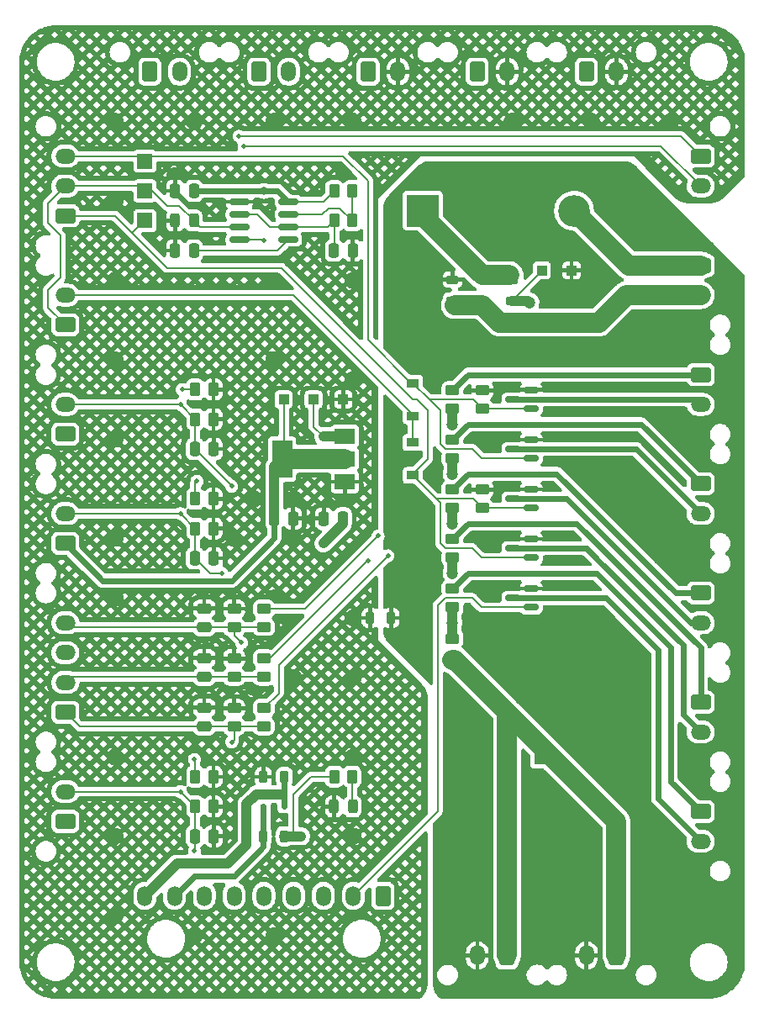
<source format=gbr>
G04 #@! TF.GenerationSoftware,KiCad,Pcbnew,(6.0.7)*
G04 #@! TF.CreationDate,2023-02-02T11:52:21-06:00*
G04 #@! TF.ProjectId,Controls-LightingPCB,436f6e74-726f-46c7-932d-4c6967687469,rev?*
G04 #@! TF.SameCoordinates,Original*
G04 #@! TF.FileFunction,Copper,L1,Top*
G04 #@! TF.FilePolarity,Positive*
%FSLAX46Y46*%
G04 Gerber Fmt 4.6, Leading zero omitted, Abs format (unit mm)*
G04 Created by KiCad (PCBNEW (6.0.7)) date 2023-02-02 11:52:21*
%MOMM*%
%LPD*%
G01*
G04 APERTURE LIST*
G04 Aperture macros list*
%AMRoundRect*
0 Rectangle with rounded corners*
0 $1 Rounding radius*
0 $2 $3 $4 $5 $6 $7 $8 $9 X,Y pos of 4 corners*
0 Add a 4 corners polygon primitive as box body*
4,1,4,$2,$3,$4,$5,$6,$7,$8,$9,$2,$3,0*
0 Add four circle primitives for the rounded corners*
1,1,$1+$1,$2,$3*
1,1,$1+$1,$4,$5*
1,1,$1+$1,$6,$7*
1,1,$1+$1,$8,$9*
0 Add four rect primitives between the rounded corners*
20,1,$1+$1,$2,$3,$4,$5,0*
20,1,$1+$1,$4,$5,$6,$7,0*
20,1,$1+$1,$6,$7,$8,$9,0*
20,1,$1+$1,$8,$9,$2,$3,0*%
G04 Aperture macros list end*
G04 #@! TA.AperFunction,ComponentPad*
%ADD10RoundRect,0.250001X0.759999X-0.499999X0.759999X0.499999X-0.759999X0.499999X-0.759999X-0.499999X0*%
G04 #@! TD*
G04 #@! TA.AperFunction,ComponentPad*
%ADD11O,2.020000X1.500000*%
G04 #@! TD*
G04 #@! TA.AperFunction,SMDPad,CuDef*
%ADD12RoundRect,0.250000X0.262500X0.450000X-0.262500X0.450000X-0.262500X-0.450000X0.262500X-0.450000X0*%
G04 #@! TD*
G04 #@! TA.AperFunction,SMDPad,CuDef*
%ADD13RoundRect,0.250000X-0.450000X0.262500X-0.450000X-0.262500X0.450000X-0.262500X0.450000X0.262500X0*%
G04 #@! TD*
G04 #@! TA.AperFunction,SMDPad,CuDef*
%ADD14RoundRect,0.218750X0.218750X0.381250X-0.218750X0.381250X-0.218750X-0.381250X0.218750X-0.381250X0*%
G04 #@! TD*
G04 #@! TA.AperFunction,SMDPad,CuDef*
%ADD15RoundRect,0.250000X0.250000X0.475000X-0.250000X0.475000X-0.250000X-0.475000X0.250000X-0.475000X0*%
G04 #@! TD*
G04 #@! TA.AperFunction,SMDPad,CuDef*
%ADD16RoundRect,0.150000X-0.825000X-0.150000X0.825000X-0.150000X0.825000X0.150000X-0.825000X0.150000X0*%
G04 #@! TD*
G04 #@! TA.AperFunction,SMDPad,CuDef*
%ADD17RoundRect,0.250000X0.450000X-0.262500X0.450000X0.262500X-0.450000X0.262500X-0.450000X-0.262500X0*%
G04 #@! TD*
G04 #@! TA.AperFunction,SMDPad,CuDef*
%ADD18RoundRect,0.250000X-0.262500X-0.450000X0.262500X-0.450000X0.262500X0.450000X-0.262500X0.450000X0*%
G04 #@! TD*
G04 #@! TA.AperFunction,SMDPad,CuDef*
%ADD19RoundRect,0.250000X-0.250000X-0.475000X0.250000X-0.475000X0.250000X0.475000X-0.250000X0.475000X0*%
G04 #@! TD*
G04 #@! TA.AperFunction,SMDPad,CuDef*
%ADD20RoundRect,0.218750X-0.218750X-0.381250X0.218750X-0.381250X0.218750X0.381250X-0.218750X0.381250X0*%
G04 #@! TD*
G04 #@! TA.AperFunction,SMDPad,CuDef*
%ADD21R,1.000000X1.000000*%
G04 #@! TD*
G04 #@! TA.AperFunction,SMDPad,CuDef*
%ADD22RoundRect,0.150000X0.587500X0.150000X-0.587500X0.150000X-0.587500X-0.150000X0.587500X-0.150000X0*%
G04 #@! TD*
G04 #@! TA.AperFunction,ComponentPad*
%ADD23RoundRect,0.250001X-0.499999X-0.759999X0.499999X-0.759999X0.499999X0.759999X-0.499999X0.759999X0*%
G04 #@! TD*
G04 #@! TA.AperFunction,ComponentPad*
%ADD24O,1.500000X2.020000*%
G04 #@! TD*
G04 #@! TA.AperFunction,SMDPad,CuDef*
%ADD25R,1.200000X0.900000*%
G04 #@! TD*
G04 #@! TA.AperFunction,SMDPad,CuDef*
%ADD26R,2.000000X1.500000*%
G04 #@! TD*
G04 #@! TA.AperFunction,SMDPad,CuDef*
%ADD27R,2.000000X3.800000*%
G04 #@! TD*
G04 #@! TA.AperFunction,ComponentPad*
%ADD28RoundRect,0.250001X0.499999X0.759999X-0.499999X0.759999X-0.499999X-0.759999X0.499999X-0.759999X0*%
G04 #@! TD*
G04 #@! TA.AperFunction,SMDPad,CuDef*
%ADD29RoundRect,0.218750X0.381250X-0.218750X0.381250X0.218750X-0.381250X0.218750X-0.381250X-0.218750X0*%
G04 #@! TD*
G04 #@! TA.AperFunction,SMDPad,CuDef*
%ADD30R,0.450000X0.600000*%
G04 #@! TD*
G04 #@! TA.AperFunction,SMDPad,CuDef*
%ADD31RoundRect,0.243750X0.243750X0.456250X-0.243750X0.456250X-0.243750X-0.456250X0.243750X-0.456250X0*%
G04 #@! TD*
G04 #@! TA.AperFunction,ComponentPad*
%ADD32RoundRect,0.250001X-0.759999X0.499999X-0.759999X-0.499999X0.759999X-0.499999X0.759999X0.499999X0*%
G04 #@! TD*
G04 #@! TA.AperFunction,SMDPad,CuDef*
%ADD33RoundRect,0.243750X-0.243750X-0.456250X0.243750X-0.456250X0.243750X0.456250X-0.243750X0.456250X0*%
G04 #@! TD*
G04 #@! TA.AperFunction,SMDPad,CuDef*
%ADD34RoundRect,0.250000X-0.475000X0.250000X-0.475000X-0.250000X0.475000X-0.250000X0.475000X0.250000X0*%
G04 #@! TD*
G04 #@! TA.AperFunction,ComponentPad*
%ADD35R,3.200000X3.200000*%
G04 #@! TD*
G04 #@! TA.AperFunction,ComponentPad*
%ADD36O,3.200000X3.200000*%
G04 #@! TD*
G04 #@! TA.AperFunction,SMDPad,CuDef*
%ADD37RoundRect,0.218750X-0.381250X0.218750X-0.381250X-0.218750X0.381250X-0.218750X0.381250X0.218750X0*%
G04 #@! TD*
G04 #@! TA.AperFunction,SMDPad,CuDef*
%ADD38R,1.500000X1.500000*%
G04 #@! TD*
G04 #@! TA.AperFunction,SMDPad,CuDef*
%ADD39R,0.600000X0.450000*%
G04 #@! TD*
G04 #@! TA.AperFunction,ViaPad*
%ADD40C,0.500000*%
G04 #@! TD*
G04 #@! TA.AperFunction,ViaPad*
%ADD41C,1.000000*%
G04 #@! TD*
G04 #@! TA.AperFunction,ViaPad*
%ADD42C,0.800000*%
G04 #@! TD*
G04 #@! TA.AperFunction,ViaPad*
%ADD43C,1.200000*%
G04 #@! TD*
G04 #@! TA.AperFunction,Conductor*
%ADD44C,0.200000*%
G04 #@! TD*
G04 #@! TA.AperFunction,Conductor*
%ADD45C,2.000000*%
G04 #@! TD*
G04 #@! TA.AperFunction,Conductor*
%ADD46C,0.600000*%
G04 #@! TD*
G04 #@! TA.AperFunction,Conductor*
%ADD47C,1.000000*%
G04 #@! TD*
G04 APERTURE END LIST*
D10*
X113000000Y-113500000D03*
D11*
X113000000Y-110500000D03*
X113000000Y-107500000D03*
X113000000Y-104500000D03*
D12*
X127912500Y-123000000D03*
X126087500Y-123000000D03*
D13*
X130000000Y-103087500D03*
X130000000Y-104912500D03*
D14*
X135062500Y-120000000D03*
X132937500Y-120000000D03*
D15*
X140950000Y-94000000D03*
X139050000Y-94000000D03*
D12*
X127912500Y-95000000D03*
X126087500Y-95000000D03*
D16*
X130525000Y-62095000D03*
X130525000Y-63365000D03*
X130525000Y-64635000D03*
X130525000Y-65905000D03*
X135475000Y-65905000D03*
X135475000Y-64635000D03*
X135475000Y-63365000D03*
X135475000Y-62095000D03*
D17*
X155000000Y-82912500D03*
X155000000Y-81087500D03*
D13*
X133000000Y-108087500D03*
X133000000Y-109912500D03*
D18*
X140087500Y-61000000D03*
X141912500Y-61000000D03*
D13*
X152000000Y-86087500D03*
X152000000Y-87912500D03*
D18*
X126087500Y-92000000D03*
X127912500Y-92000000D03*
D17*
X155000000Y-92912500D03*
X155000000Y-91087500D03*
D18*
X126087500Y-84000000D03*
X127912500Y-84000000D03*
D19*
X134050000Y-94000000D03*
X135950000Y-94000000D03*
D20*
X132937500Y-126000000D03*
X135062500Y-126000000D03*
D21*
X141000000Y-82000000D03*
D22*
X159937500Y-102950000D03*
X159937500Y-101050000D03*
X158062500Y-102000000D03*
D20*
X143687500Y-104000000D03*
X145812500Y-104000000D03*
D23*
X165500000Y-49000000D03*
D24*
X168500000Y-49000000D03*
D13*
X130000000Y-108087500D03*
X130000000Y-109912500D03*
D25*
X148000000Y-80350000D03*
X148000000Y-83650000D03*
D18*
X140087500Y-120000000D03*
X141912500Y-120000000D03*
D26*
X141150000Y-90300000D03*
D27*
X134850000Y-88000000D03*
D26*
X141150000Y-88000000D03*
X141150000Y-85700000D03*
D28*
X145000000Y-132000000D03*
D24*
X142000000Y-132000000D03*
X139000000Y-132000000D03*
X136000000Y-132000000D03*
X133000000Y-132000000D03*
X130000000Y-132000000D03*
X127000000Y-132000000D03*
X124000000Y-132000000D03*
X121000000Y-132000000D03*
D18*
X140087500Y-64000000D03*
X141912500Y-64000000D03*
D29*
X152000000Y-72062500D03*
X152000000Y-69937500D03*
D30*
X155000000Y-72050000D03*
X155000000Y-69950000D03*
D19*
X126050000Y-126000000D03*
X127950000Y-126000000D03*
D13*
X152000000Y-106087500D03*
X152000000Y-107912500D03*
D21*
X138000000Y-82000000D03*
D10*
X113000000Y-124500000D03*
D11*
X113000000Y-121500000D03*
D22*
X159937500Y-92950000D03*
X159937500Y-91050000D03*
X158062500Y-92000000D03*
X159937500Y-97950000D03*
X159937500Y-96050000D03*
X158062500Y-97000000D03*
D13*
X133000000Y-113087500D03*
X133000000Y-114912500D03*
D31*
X125937500Y-64000000D03*
X124062500Y-64000000D03*
D18*
X126087500Y-120000000D03*
X127912500Y-120000000D03*
D32*
X177000000Y-79500000D03*
D11*
X177000000Y-82500000D03*
D21*
X164000000Y-69000000D03*
D32*
X177000000Y-112500000D03*
D11*
X177000000Y-115500000D03*
D32*
X177000000Y-123500000D03*
D11*
X177000000Y-126500000D03*
D23*
X121500000Y-49000000D03*
D24*
X124500000Y-49000000D03*
D10*
X113000000Y-74500000D03*
D11*
X113000000Y-71500000D03*
D10*
X113000000Y-63500000D03*
D11*
X113000000Y-60500000D03*
X113000000Y-57500000D03*
D25*
X148000000Y-89650000D03*
X148000000Y-86350000D03*
D33*
X140062500Y-123000000D03*
X141937500Y-123000000D03*
D34*
X127000000Y-103050000D03*
X127000000Y-104950000D03*
D28*
X157500000Y-138000000D03*
D24*
X154500000Y-138000000D03*
D21*
X135000000Y-82000000D03*
D28*
X168500000Y-138000000D03*
D24*
X165500000Y-138000000D03*
D19*
X126050000Y-87000000D03*
X127950000Y-87000000D03*
D34*
X127000000Y-113050000D03*
X127000000Y-114950000D03*
D15*
X125950000Y-67000000D03*
X124050000Y-67000000D03*
D22*
X159937500Y-82950000D03*
X159937500Y-81050000D03*
X158062500Y-82000000D03*
D10*
X113000000Y-96500000D03*
D11*
X113000000Y-93500000D03*
D23*
X154500000Y-49000000D03*
D24*
X157500000Y-49000000D03*
D23*
X132500000Y-49000000D03*
D24*
X135500000Y-49000000D03*
D32*
X177000000Y-90500000D03*
D11*
X177000000Y-93500000D03*
D35*
X149000000Y-63000000D03*
D36*
X164240000Y-63000000D03*
D23*
X143500000Y-49000000D03*
D24*
X146500000Y-49000000D03*
D32*
X177000000Y-68500000D03*
D11*
X177000000Y-71500000D03*
D17*
X152000000Y-102912500D03*
X152000000Y-101087500D03*
D13*
X152000000Y-91087500D03*
X152000000Y-92912500D03*
D37*
X158000000Y-69937500D03*
X158000000Y-72062500D03*
D19*
X140050000Y-67000000D03*
X141950000Y-67000000D03*
D18*
X126087500Y-81000000D03*
X127912500Y-81000000D03*
D38*
X121000000Y-61000000D03*
D13*
X152000000Y-81087500D03*
X152000000Y-82912500D03*
X130000000Y-113087500D03*
X130000000Y-114912500D03*
X133000000Y-103087500D03*
X133000000Y-104912500D03*
D32*
X177000000Y-101500000D03*
D11*
X177000000Y-104500000D03*
D39*
X132950000Y-123000000D03*
X135050000Y-123000000D03*
D38*
X161000000Y-118000000D03*
D34*
X127000000Y-108050000D03*
X127000000Y-109950000D03*
D19*
X126050000Y-98000000D03*
X127950000Y-98000000D03*
D22*
X159937500Y-87950000D03*
X159937500Y-86050000D03*
X158062500Y-87000000D03*
D32*
X177000000Y-57500000D03*
D11*
X177000000Y-60500000D03*
D13*
X152000000Y-96087500D03*
X152000000Y-97912500D03*
D38*
X121000000Y-58000000D03*
D15*
X125950000Y-61000000D03*
X124050000Y-61000000D03*
D38*
X121000000Y-64000000D03*
D21*
X161000000Y-69000000D03*
D10*
X113000000Y-85500000D03*
D11*
X113000000Y-82500000D03*
D40*
X134000000Y-78000000D03*
X126000000Y-54000000D03*
X126000000Y-136000000D03*
X118000000Y-70000000D03*
X142000000Y-54000000D03*
X118000000Y-96000000D03*
X132000000Y-111000000D03*
X158000000Y-54000000D03*
X124000000Y-59500000D03*
X142000000Y-134000000D03*
X136000000Y-96000000D03*
X118000000Y-86000000D03*
X136000000Y-110000000D03*
X142000000Y-70000000D03*
X134000000Y-136000000D03*
X118000000Y-78000000D03*
X141000000Y-92000000D03*
X118000000Y-118000000D03*
X130000000Y-96000000D03*
X136000000Y-104000000D03*
X142000000Y-118000000D03*
X141000000Y-59000000D03*
X134000000Y-70000000D03*
X134000000Y-102000000D03*
X136000000Y-92000000D03*
X132000000Y-92000000D03*
X142000000Y-126000000D03*
X124000000Y-65500000D03*
X118000000Y-102000000D03*
X142000000Y-104000000D03*
X118000000Y-62000000D03*
X142000000Y-110000000D03*
X166000000Y-54000000D03*
X118000000Y-134000000D03*
X118000000Y-126000000D03*
X142000000Y-80000000D03*
X174000000Y-54000000D03*
X134000000Y-54000000D03*
X118000000Y-54000000D03*
X166000000Y-118000000D03*
X150000000Y-68000000D03*
X150000000Y-72000000D03*
D41*
X157500000Y-80750000D03*
X157500000Y-95750000D03*
D40*
X150000000Y-102000000D03*
X158000000Y-110000000D03*
X152000000Y-134000000D03*
X151000000Y-74000000D03*
X166000000Y-70000000D03*
X174000000Y-126000000D03*
X166000000Y-110000000D03*
X174000000Y-134000000D03*
X166000000Y-126000000D03*
D41*
X157500000Y-85750000D03*
D40*
X166000000Y-134000000D03*
X153000000Y-75000000D03*
X152000000Y-126000000D03*
X157000000Y-78000000D03*
D41*
X157500000Y-100750000D03*
D40*
X159000000Y-76000000D03*
X152000000Y-118000000D03*
X150000000Y-70000000D03*
X150000000Y-94000000D03*
D41*
X157500000Y-90750000D03*
D40*
X158000000Y-62000000D03*
D42*
X133000000Y-61000000D03*
D40*
X133000000Y-66000000D03*
D42*
X136750000Y-126000000D03*
X139000000Y-96500000D03*
X139000000Y-85750000D03*
D40*
X144500000Y-95750000D03*
X129750000Y-116500000D03*
X130750000Y-106500000D03*
X124587500Y-82500000D03*
X129750000Y-90750000D03*
X124587500Y-93500000D03*
X128750000Y-99500000D03*
X126000000Y-127500000D03*
X124587500Y-121500000D03*
X130500000Y-55500000D03*
D43*
X152000000Y-99500000D03*
X152000000Y-89500000D03*
X152000000Y-84500000D03*
X152000000Y-94500000D03*
X152000000Y-104500000D03*
X159750000Y-72250000D03*
D40*
X126250000Y-90250000D03*
X124750000Y-81000000D03*
X143500000Y-98250000D03*
X131000000Y-56500000D03*
X126000000Y-118250000D03*
X145500000Y-97750000D03*
D44*
X139452500Y-64635000D02*
X135475000Y-64635000D01*
X133635000Y-64635000D02*
X135475000Y-64635000D01*
X140087500Y-64000000D02*
X140087500Y-66962500D01*
X132365000Y-63365000D02*
X133635000Y-64635000D01*
X130525000Y-63365000D02*
X132365000Y-63365000D01*
X140087500Y-64000000D02*
X139452500Y-64635000D01*
X140087500Y-66962500D02*
X140050000Y-67000000D01*
X123250000Y-62500000D02*
X121250000Y-60500000D01*
X111250000Y-64250000D02*
X112500000Y-65500000D01*
X112500000Y-69750000D02*
X111250000Y-71000000D01*
X113000000Y-60500000D02*
X111250000Y-62250000D01*
X112500000Y-65500000D02*
X112500000Y-69750000D01*
X111250000Y-62250000D02*
X111250000Y-64250000D01*
X125937500Y-64000000D02*
X124437500Y-62500000D01*
X124437500Y-62500000D02*
X123250000Y-62500000D01*
X126572500Y-64635000D02*
X125937500Y-64000000D01*
X121250000Y-60500000D02*
X113000000Y-60500000D01*
X130525000Y-64635000D02*
X126572500Y-64635000D01*
X111250000Y-72750000D02*
X113000000Y-74500000D01*
X111250000Y-71000000D02*
X111250000Y-72750000D01*
X135475000Y-65905000D02*
X134380000Y-67000000D01*
X134380000Y-67000000D02*
X125950000Y-67000000D01*
X141912500Y-61000000D02*
X141912500Y-64000000D01*
X140625000Y-62750000D02*
X141875000Y-64000000D01*
X139500000Y-62750000D02*
X140625000Y-62750000D01*
X135475000Y-63365000D02*
X138885000Y-63365000D01*
X141875000Y-64000000D02*
X141912500Y-64000000D01*
X138885000Y-63365000D02*
X139500000Y-62750000D01*
D45*
X141150000Y-88000000D02*
X134850000Y-88000000D01*
D44*
X135000000Y-82000000D02*
X135000000Y-87850000D01*
D46*
X129750000Y-100250000D02*
X134050000Y-95950000D01*
X113000000Y-96500000D02*
X116750000Y-100250000D01*
D47*
X134050000Y-88800000D02*
X134050000Y-94000000D01*
D44*
X135000000Y-87850000D02*
X134850000Y-88000000D01*
D46*
X116750000Y-100250000D02*
X129750000Y-100250000D01*
X134050000Y-95950000D02*
X134050000Y-94000000D01*
D47*
X134850000Y-88000000D02*
X134050000Y-88800000D01*
D46*
X124050000Y-61000000D02*
X124050000Y-61050000D01*
X124050000Y-61050000D02*
X125500000Y-62500000D01*
D44*
X150500000Y-102750000D02*
X150500000Y-123500000D01*
X154000000Y-102000000D02*
X151250000Y-102000000D01*
X159937500Y-102950000D02*
X154950000Y-102950000D01*
X151250000Y-102000000D02*
X150500000Y-102750000D01*
X150500000Y-123500000D02*
X142000000Y-132000000D01*
X154950000Y-102950000D02*
X154000000Y-102000000D01*
D47*
X139050000Y-85700000D02*
X139000000Y-85750000D01*
X140950000Y-94550000D02*
X140950000Y-94000000D01*
D44*
X140087500Y-61000000D02*
X138992500Y-62095000D01*
D47*
X141150000Y-85700000D02*
X139050000Y-85700000D01*
D44*
X138000000Y-82000000D02*
X138000000Y-84750000D01*
D47*
X139000000Y-96500000D02*
X140950000Y-94550000D01*
D46*
X133000000Y-61000000D02*
X125950000Y-61000000D01*
D44*
X138000000Y-84750000D02*
X139000000Y-85750000D01*
D46*
X134380000Y-61000000D02*
X133000000Y-61000000D01*
D44*
X130525000Y-65905000D02*
X132905000Y-65905000D01*
X136000000Y-125750000D02*
X135750000Y-126000000D01*
X137750000Y-120000000D02*
X136000000Y-121750000D01*
D47*
X136750000Y-126000000D02*
X135750000Y-126000000D01*
D46*
X135475000Y-62095000D02*
X134380000Y-61000000D01*
D44*
X140087500Y-120000000D02*
X137750000Y-120000000D01*
X138992500Y-62095000D02*
X135475000Y-62095000D01*
X132905000Y-65905000D02*
X133000000Y-66000000D01*
D47*
X135750000Y-126000000D02*
X135062500Y-126000000D01*
D44*
X136000000Y-121750000D02*
X136000000Y-125750000D01*
X159900000Y-92912500D02*
X159937500Y-92950000D01*
X150350000Y-92000000D02*
X148000000Y-89650000D01*
X148000000Y-89500000D02*
X148000000Y-89650000D01*
X121000000Y-64000000D02*
X119750000Y-65250000D01*
X148000000Y-82000000D02*
X148375000Y-82000000D01*
X118000000Y-63500000D02*
X119750000Y-65250000D01*
X123250000Y-68750000D02*
X134750000Y-68750000D01*
X151250000Y-97000000D02*
X154000000Y-97000000D01*
X150750000Y-96500000D02*
X151250000Y-97000000D01*
X148375000Y-82000000D02*
X149500000Y-83125000D01*
X149500000Y-88000000D02*
X148000000Y-89500000D01*
X119750000Y-65250000D02*
X123250000Y-68750000D01*
X154000000Y-97000000D02*
X154950000Y-97950000D01*
X113000000Y-63500000D02*
X118000000Y-63500000D01*
X149500000Y-83125000D02*
X149500000Y-88000000D01*
X150350000Y-92000000D02*
X150750000Y-92400000D01*
X154087500Y-92000000D02*
X150350000Y-92000000D01*
X155000000Y-92912500D02*
X159900000Y-92912500D01*
X155000000Y-92912500D02*
X154087500Y-92000000D01*
X134750000Y-68750000D02*
X148000000Y-82000000D01*
X150750000Y-92400000D02*
X150750000Y-96500000D01*
X154950000Y-97950000D02*
X159937500Y-97950000D01*
X148000000Y-80350000D02*
X149650000Y-82000000D01*
X150750000Y-83100000D02*
X149650000Y-82000000D01*
X147850000Y-80350000D02*
X148000000Y-80350000D01*
X150750000Y-86500000D02*
X150750000Y-83100000D01*
X154087500Y-82000000D02*
X155000000Y-82912500D01*
X159900000Y-82912500D02*
X159937500Y-82950000D01*
X113000000Y-57500000D02*
X141000000Y-57500000D01*
X149750000Y-82000000D02*
X154087500Y-82000000D01*
X154000000Y-87000000D02*
X151250000Y-87000000D01*
X151250000Y-87000000D02*
X150750000Y-86500000D01*
X143500000Y-60000000D02*
X143500000Y-76000000D01*
X143500000Y-76000000D02*
X147850000Y-80350000D01*
X159937500Y-87950000D02*
X154950000Y-87950000D01*
X149650000Y-82000000D02*
X149750000Y-82000000D01*
X155000000Y-82912500D02*
X159900000Y-82912500D01*
X141000000Y-57500000D02*
X143500000Y-60000000D01*
X154950000Y-87950000D02*
X154000000Y-87000000D01*
D45*
X166750000Y-74250000D02*
X156750000Y-74250000D01*
X177000000Y-71500000D02*
X169500000Y-71500000D01*
X155000000Y-72500000D02*
X152250000Y-72500000D01*
X156750000Y-74250000D02*
X155000000Y-72500000D01*
X169500000Y-71500000D02*
X166750000Y-74250000D01*
D44*
X141912500Y-120000000D02*
X141912500Y-122975000D01*
X141912500Y-122975000D02*
X141937500Y-123000000D01*
D45*
X149000000Y-63000000D02*
X149000000Y-63500000D01*
X149000000Y-63500000D02*
X155000000Y-69500000D01*
X155000000Y-69500000D02*
X157750000Y-69500000D01*
X177000000Y-68500000D02*
X169740000Y-68500000D01*
X169740000Y-68500000D02*
X164240000Y-63000000D01*
D46*
X124000000Y-132000000D02*
X126000000Y-130000000D01*
X130000000Y-130000000D02*
X132937500Y-127062500D01*
X132937500Y-127062500D02*
X132937500Y-126000000D01*
X132950000Y-123000000D02*
X132950000Y-125987500D01*
X126000000Y-130000000D02*
X130000000Y-130000000D01*
X132950000Y-125987500D02*
X132937500Y-126000000D01*
D44*
X144500000Y-95750000D02*
X137162500Y-103087500D01*
X137162500Y-103087500D02*
X133000000Y-103087500D01*
D46*
X135062500Y-120000000D02*
X135062500Y-122987500D01*
D47*
X129375000Y-128750000D02*
X131250000Y-126875000D01*
X131250000Y-126875000D02*
X131250000Y-122750000D01*
D46*
X135062500Y-122987500D02*
X135050000Y-123000000D01*
D47*
X132250000Y-121750000D02*
X134750000Y-121750000D01*
X124250000Y-128750000D02*
X129375000Y-128750000D01*
X131250000Y-122750000D02*
X132250000Y-121750000D01*
X121000000Y-132000000D02*
X124250000Y-128750000D01*
D44*
X127000000Y-114950000D02*
X114450000Y-114950000D01*
X129750000Y-116500000D02*
X130000000Y-116250000D01*
X130000000Y-116250000D02*
X130000000Y-114912500D01*
X114450000Y-114950000D02*
X113000000Y-113500000D01*
X130000000Y-114912500D02*
X127037500Y-114912500D01*
X127037500Y-114912500D02*
X127000000Y-114950000D01*
X133000000Y-114912500D02*
X130000000Y-114912500D01*
X133000000Y-104912500D02*
X130912500Y-104912500D01*
X113450000Y-104950000D02*
X113000000Y-104500000D01*
X130912500Y-104912500D02*
X130000000Y-104912500D01*
X130000000Y-105750000D02*
X130000000Y-104912500D01*
X127037500Y-104912500D02*
X127000000Y-104950000D01*
X130750000Y-106500000D02*
X130000000Y-105750000D01*
X127000000Y-104950000D02*
X113450000Y-104950000D01*
X130000000Y-104912500D02*
X127037500Y-104912500D01*
X126050000Y-85550000D02*
X126050000Y-84037500D01*
X129750000Y-90700000D02*
X126050000Y-87000000D01*
X126050000Y-87000000D02*
X126050000Y-85550000D01*
X126050000Y-84037500D02*
X126087500Y-84000000D01*
X129750000Y-90750000D02*
X129750000Y-90700000D01*
X124587500Y-82500000D02*
X113000000Y-82500000D01*
X126087500Y-84000000D02*
X124587500Y-82500000D01*
X126050000Y-96450000D02*
X126050000Y-95037500D01*
X127550000Y-99500000D02*
X126050000Y-98000000D01*
X126050000Y-95037500D02*
X126087500Y-95000000D01*
X126050000Y-98000000D02*
X126050000Y-96450000D01*
X124587500Y-93500000D02*
X113000000Y-93500000D01*
X128750000Y-99500000D02*
X127550000Y-99500000D01*
X126087500Y-95000000D02*
X124587500Y-93500000D01*
X124587500Y-121500000D02*
X113000000Y-121500000D01*
X175000000Y-55500000D02*
X177000000Y-57500000D01*
X126050000Y-126000000D02*
X126050000Y-123037500D01*
X126087500Y-123000000D02*
X124587500Y-121500000D01*
X126050000Y-127450000D02*
X126050000Y-126000000D01*
X130500000Y-55500000D02*
X175000000Y-55500000D01*
X126050000Y-123037500D02*
X126087500Y-123000000D01*
X126000000Y-127500000D02*
X126050000Y-127450000D01*
D47*
X152000000Y-104500000D02*
X152000000Y-106087500D01*
X158000000Y-72062500D02*
X159562500Y-72062500D01*
X152000000Y-104500000D02*
X152000000Y-102912500D01*
X152000000Y-97912500D02*
X152000000Y-99500000D01*
X159562500Y-72062500D02*
X159750000Y-72250000D01*
X152000000Y-82912500D02*
X152000000Y-84500000D01*
X152000000Y-92912500D02*
X152000000Y-94500000D01*
D44*
X161000000Y-69000000D02*
X161000000Y-69062500D01*
X161000000Y-69062500D02*
X158000000Y-72062500D01*
D47*
X152000000Y-87912500D02*
X152000000Y-89500000D01*
D46*
X158062500Y-102000000D02*
X167500000Y-102000000D01*
X172750000Y-107250000D02*
X168875000Y-103375000D01*
X177000000Y-126500000D02*
X172750000Y-122250000D01*
X167500000Y-102000000D02*
X168875000Y-103375000D01*
X172750000Y-122250000D02*
X172750000Y-107250000D01*
X152000000Y-101087500D02*
X153587500Y-99500000D01*
X174000000Y-120500000D02*
X177000000Y-123500000D01*
X166500000Y-99500000D02*
X174000000Y-107000000D01*
X174000000Y-107000000D02*
X174000000Y-120500000D01*
X153587500Y-99500000D02*
X166500000Y-99500000D01*
D44*
X126087500Y-92000000D02*
X126087500Y-90412500D01*
X126087500Y-90412500D02*
X126250000Y-90250000D01*
X124750000Y-81000000D02*
X126087500Y-81000000D01*
X148000000Y-83650000D02*
X148000000Y-86350000D01*
X136000000Y-71500000D02*
X148000000Y-83500000D01*
X113000000Y-71500000D02*
X136000000Y-71500000D01*
X148000000Y-83500000D02*
X148000000Y-83650000D01*
D46*
X177000000Y-104500000D02*
X176000000Y-104500000D01*
X163500000Y-92000000D02*
X158062500Y-92000000D01*
X176000000Y-104500000D02*
X163500000Y-92000000D01*
X152000000Y-91087500D02*
X153587500Y-89500000D01*
X162500000Y-89500000D02*
X174500000Y-101500000D01*
X153587500Y-89500000D02*
X162500000Y-89500000D01*
X174500000Y-101500000D02*
X177000000Y-101500000D01*
X175250000Y-106750000D02*
X175250000Y-113750000D01*
X158062500Y-97000000D02*
X165500000Y-97000000D01*
X175250000Y-113750000D02*
X177000000Y-115500000D01*
X166625000Y-98125000D02*
X175250000Y-106750000D01*
X165500000Y-97000000D02*
X166625000Y-98125000D01*
X153587500Y-94500000D02*
X164500000Y-94500000D01*
X152000000Y-96087500D02*
X153587500Y-94500000D01*
X164500000Y-94500000D02*
X177000000Y-107000000D01*
X177000000Y-107000000D02*
X177000000Y-112500000D01*
D44*
X133600000Y-108087500D02*
X133000000Y-108087500D01*
X143437500Y-98250000D02*
X133600000Y-108087500D01*
X143500000Y-98250000D02*
X143437500Y-98250000D01*
D46*
X158062500Y-82000000D02*
X176500000Y-82000000D01*
X176500000Y-82000000D02*
X177000000Y-82500000D01*
X153587500Y-79500000D02*
X177000000Y-79500000D01*
X152000000Y-81087500D02*
X153587500Y-79500000D01*
X153587500Y-84500000D02*
X171000000Y-84500000D01*
X152000000Y-86087500D02*
X153587500Y-84500000D01*
X171000000Y-84500000D02*
X177000000Y-90500000D01*
D45*
X157500000Y-138000000D02*
X157500000Y-113500000D01*
X168500000Y-124500000D02*
X157250000Y-113250000D01*
X157250000Y-113250000D02*
X152250000Y-108250000D01*
X157500000Y-113500000D02*
X157250000Y-113250000D01*
X168500000Y-138000000D02*
X168500000Y-124500000D01*
X152250000Y-108250000D02*
X152000000Y-108250000D01*
D44*
X126087500Y-118337500D02*
X126000000Y-118250000D01*
X126087500Y-120000000D02*
X126087500Y-118337500D01*
X173000000Y-56500000D02*
X177000000Y-60500000D01*
X131000000Y-56500000D02*
X173000000Y-56500000D01*
X134500000Y-108750000D02*
X134500000Y-111587500D01*
X134500000Y-111587500D02*
X133000000Y-113087500D01*
X145500000Y-97750000D02*
X134500000Y-108750000D01*
D46*
X158062500Y-87000000D02*
X170500000Y-87000000D01*
X170500000Y-87000000D02*
X177000000Y-93500000D01*
D44*
X130000000Y-109912500D02*
X127037500Y-109912500D01*
X127000000Y-109950000D02*
X113550000Y-109950000D01*
X113550000Y-109950000D02*
X113000000Y-110500000D01*
X127037500Y-109912500D02*
X127000000Y-109950000D01*
X133000000Y-109912500D02*
X130000000Y-109912500D01*
G04 #@! TA.AperFunction,Conductor*
G36*
X177783950Y-44344950D02*
G01*
X177800000Y-44347492D01*
X177815470Y-44345042D01*
X177831128Y-44345042D01*
X177831128Y-44345421D01*
X177844616Y-44344692D01*
X178149325Y-44359661D01*
X178168748Y-44361574D01*
X178375019Y-44392171D01*
X178505044Y-44411459D01*
X178524197Y-44415269D01*
X178853975Y-44497874D01*
X178872663Y-44503543D01*
X179192754Y-44618073D01*
X179210796Y-44625546D01*
X179336004Y-44684765D01*
X179518129Y-44770904D01*
X179535336Y-44780100D01*
X179637440Y-44841299D01*
X179826952Y-44954889D01*
X179843187Y-44965737D01*
X180116268Y-45168267D01*
X180131328Y-45180627D01*
X180346365Y-45375525D01*
X180383243Y-45408949D01*
X180397047Y-45422753D01*
X180625373Y-45674672D01*
X180637733Y-45689732D01*
X180835658Y-45956603D01*
X180840262Y-45962811D01*
X180851111Y-45979048D01*
X180934419Y-46118037D01*
X181025900Y-46270664D01*
X181035096Y-46287871D01*
X181106866Y-46439615D01*
X181180454Y-46595204D01*
X181187927Y-46613246D01*
X181302457Y-46933337D01*
X181308126Y-46952025D01*
X181390731Y-47281803D01*
X181394541Y-47300956D01*
X181407979Y-47391549D01*
X181444057Y-47634762D01*
X181444425Y-47637244D01*
X181446339Y-47656675D01*
X181461308Y-47961383D01*
X181460579Y-47974872D01*
X181460958Y-47974872D01*
X181460958Y-47990530D01*
X181458508Y-48006000D01*
X181460958Y-48021469D01*
X181461050Y-48022050D01*
X181463500Y-48053180D01*
X181463500Y-59435610D01*
X181443793Y-59521953D01*
X181414116Y-59566820D01*
X181391661Y-59592425D01*
X181282505Y-59716893D01*
X181273603Y-59726397D01*
X179340397Y-61659603D01*
X179330893Y-61668505D01*
X179148903Y-61828106D01*
X179128251Y-61843952D01*
X178932417Y-61974804D01*
X178909874Y-61987820D01*
X178698637Y-62091990D01*
X178674589Y-62101951D01*
X178451560Y-62177660D01*
X178426416Y-62184397D01*
X178344184Y-62200754D01*
X178253999Y-62218693D01*
X178195420Y-62230345D01*
X178169613Y-62233743D01*
X177928073Y-62249574D01*
X177915058Y-62250000D01*
X175834942Y-62250000D01*
X175821927Y-62249574D01*
X175580387Y-62233743D01*
X175554580Y-62230345D01*
X175496002Y-62218693D01*
X175405816Y-62200754D01*
X175323584Y-62184397D01*
X175298440Y-62177660D01*
X175075411Y-62101951D01*
X175051363Y-62091990D01*
X174840126Y-61987820D01*
X174817583Y-61974804D01*
X174621749Y-61843952D01*
X174601097Y-61828106D01*
X174419107Y-61668505D01*
X174409603Y-61659603D01*
X172860981Y-60110981D01*
X174487203Y-60110981D01*
X174842171Y-60465949D01*
X175121445Y-60186675D01*
X175143721Y-60074685D01*
X175145706Y-60065775D01*
X175146940Y-60060782D01*
X174842171Y-59756013D01*
X174487203Y-60110981D01*
X172860981Y-60110981D01*
X172153875Y-59403875D01*
X173780096Y-59403875D01*
X174135064Y-59758843D01*
X174490032Y-59403875D01*
X174135064Y-59048906D01*
X173780096Y-59403875D01*
X172153875Y-59403875D01*
X171446768Y-58696768D01*
X173072989Y-58696768D01*
X173427957Y-59051736D01*
X173782925Y-58696768D01*
X173427957Y-58341800D01*
X173072989Y-58696768D01*
X171446768Y-58696768D01*
X170739661Y-57989661D01*
X172365882Y-57989661D01*
X172720850Y-58344629D01*
X173075818Y-57989661D01*
X172720850Y-57634693D01*
X172365882Y-57989661D01*
X170739661Y-57989661D01*
X170250000Y-57500000D01*
X148750000Y-57500000D01*
X144500000Y-61750000D01*
X144500000Y-75811758D01*
X144480293Y-75898101D01*
X144425074Y-75967342D01*
X144345282Y-76005769D01*
X144256718Y-76005769D01*
X144176926Y-75967342D01*
X144160286Y-75952472D01*
X144058786Y-75850972D01*
X144011667Y-75775984D01*
X144000500Y-75710258D01*
X144000500Y-60525041D01*
X144498500Y-60525041D01*
X144498500Y-60762967D01*
X144617463Y-60644004D01*
X144498500Y-60525041D01*
X144000500Y-60525041D01*
X144000500Y-60110981D01*
X144788718Y-60110981D01*
X144969602Y-60291865D01*
X145324570Y-59936897D01*
X145143686Y-59756013D01*
X144788718Y-60110981D01*
X144000500Y-60110981D01*
X144000500Y-60067220D01*
X144001043Y-60053706D01*
X144004019Y-60040553D01*
X144000882Y-59989993D01*
X144000500Y-59977670D01*
X144000500Y-59964060D01*
X143999466Y-59956842D01*
X143997840Y-59940965D01*
X143996019Y-59911612D01*
X143996019Y-59911611D01*
X143995141Y-59897462D01*
X143990328Y-59884129D01*
X143989072Y-59878066D01*
X143987333Y-59872120D01*
X143985323Y-59858082D01*
X143967275Y-59818388D01*
X143961260Y-59803610D01*
X143951275Y-59775950D01*
X143951274Y-59775948D01*
X143946460Y-59762613D01*
X143938096Y-59751165D01*
X143935184Y-59745687D01*
X143931851Y-59740476D01*
X143925984Y-59727572D01*
X143897527Y-59694547D01*
X143887593Y-59682035D01*
X143881478Y-59673664D01*
X143872649Y-59664835D01*
X143862608Y-59654020D01*
X143841659Y-59629707D01*
X143841654Y-59629702D01*
X143832400Y-59618963D01*
X143820501Y-59611250D01*
X143814349Y-59605884D01*
X143804451Y-59596637D01*
X143492318Y-59284504D01*
X144200982Y-59284504D01*
X144209666Y-59293888D01*
X144232624Y-59320532D01*
X144233617Y-59321525D01*
X144238951Y-59327069D01*
X144244195Y-59332735D01*
X144249297Y-59338465D01*
X144269271Y-59361789D01*
X144274160Y-59367727D01*
X144278954Y-59373784D01*
X144282299Y-59378181D01*
X144303248Y-59402493D01*
X144312104Y-59413542D01*
X144320593Y-59424942D01*
X144328632Y-59436580D01*
X144359030Y-59484112D01*
X144363840Y-59492232D01*
X144364607Y-59493470D01*
X144365713Y-59495393D01*
X144365966Y-59495821D01*
X144366113Y-59496090D01*
X144371149Y-59504850D01*
X144397638Y-59554668D01*
X144403836Y-59567397D01*
X144409600Y-59580390D01*
X144414873Y-59593516D01*
X144425596Y-59623221D01*
X144438663Y-59651959D01*
X144444058Y-59665039D01*
X144449007Y-59678364D01*
X144453460Y-59691798D01*
X144464810Y-59730612D01*
X144791547Y-59403875D01*
X145495825Y-59403875D01*
X145676708Y-59584758D01*
X146031676Y-59229790D01*
X145850793Y-59048906D01*
X145495825Y-59403875D01*
X144791547Y-59403875D01*
X144436579Y-59048906D01*
X144200982Y-59284504D01*
X143492318Y-59284504D01*
X142787404Y-58579590D01*
X143491682Y-58579590D01*
X143846650Y-58934558D01*
X144084440Y-58696768D01*
X144788718Y-58696768D01*
X145143686Y-59051736D01*
X145498654Y-58696768D01*
X146202931Y-58696768D01*
X146383815Y-58877652D01*
X146738783Y-58522684D01*
X146557899Y-58341800D01*
X146202931Y-58696768D01*
X145498654Y-58696768D01*
X145143686Y-58341800D01*
X144788718Y-58696768D01*
X144084440Y-58696768D01*
X143729472Y-58341800D01*
X143491682Y-58579590D01*
X142787404Y-58579590D01*
X142080297Y-57872483D01*
X142784575Y-57872483D01*
X143139543Y-58227451D01*
X143377334Y-57989661D01*
X144081611Y-57989661D01*
X144436579Y-58344629D01*
X144791547Y-57989661D01*
X145495825Y-57989661D01*
X145850793Y-58344629D01*
X146205761Y-57989661D01*
X146910038Y-57989661D01*
X147090922Y-58170545D01*
X147445890Y-57815577D01*
X147265006Y-57634693D01*
X146910038Y-57989661D01*
X146205761Y-57989661D01*
X145850793Y-57634693D01*
X145495825Y-57989661D01*
X144791547Y-57989661D01*
X144436579Y-57634693D01*
X144081611Y-57989661D01*
X143377334Y-57989661D01*
X143022365Y-57634693D01*
X142784575Y-57872483D01*
X142080297Y-57872483D01*
X141706314Y-57498500D01*
X142410592Y-57498500D01*
X142432437Y-57520345D01*
X142454282Y-57498500D01*
X143590450Y-57498500D01*
X143729472Y-57637522D01*
X143868494Y-57498500D01*
X145004664Y-57498500D01*
X145143686Y-57637522D01*
X145282708Y-57498500D01*
X146418877Y-57498500D01*
X146557899Y-57637522D01*
X146696921Y-57498500D01*
X171874722Y-57498500D01*
X172013744Y-57637522D01*
X172152766Y-57498500D01*
X171874722Y-57498500D01*
X146696921Y-57498500D01*
X146418877Y-57498500D01*
X145282708Y-57498500D01*
X145004664Y-57498500D01*
X143868494Y-57498500D01*
X143590450Y-57498500D01*
X142454282Y-57498500D01*
X142410592Y-57498500D01*
X141706314Y-57498500D01*
X141548028Y-57340214D01*
X141500909Y-57265226D01*
X141490993Y-57177219D01*
X141520244Y-57093626D01*
X141582868Y-57031002D01*
X141666461Y-57001751D01*
X141688742Y-57000500D01*
X172710258Y-57000500D01*
X172796601Y-57020207D01*
X172850972Y-57058786D01*
X175634101Y-59841915D01*
X175681220Y-59916903D01*
X175691136Y-60004910D01*
X175678220Y-60056368D01*
X175632152Y-60171840D01*
X175590901Y-60379225D01*
X175589576Y-60480401D01*
X175588971Y-60526677D01*
X175588133Y-60590654D01*
X175589678Y-60599644D01*
X175589678Y-60599647D01*
X175594847Y-60629729D01*
X175623941Y-60799047D01*
X175627096Y-60807598D01*
X175627097Y-60807603D01*
X175693969Y-60988866D01*
X175697127Y-60997425D01*
X175701790Y-61005263D01*
X175701792Y-61005267D01*
X175750622Y-61087343D01*
X175805238Y-61179144D01*
X175811253Y-61186003D01*
X175811256Y-61186007D01*
X175909560Y-61298101D01*
X175944655Y-61338119D01*
X175951822Y-61343769D01*
X175951823Y-61343770D01*
X175981724Y-61367342D01*
X176110708Y-61469024D01*
X176118786Y-61473274D01*
X176269501Y-61552569D01*
X176297836Y-61567477D01*
X176306552Y-61570184D01*
X176306556Y-61570185D01*
X176384864Y-61594500D01*
X176499773Y-61630180D01*
X176508830Y-61631252D01*
X176665639Y-61649812D01*
X176665645Y-61649812D01*
X176671455Y-61650500D01*
X177313641Y-61650500D01*
X177318176Y-61650083D01*
X177318182Y-61650083D01*
X177461475Y-61636916D01*
X177461477Y-61636916D01*
X177470560Y-61636081D01*
X177532727Y-61618548D01*
X177665294Y-61581161D01*
X177665296Y-61581160D01*
X177674069Y-61578686D01*
X177863710Y-61485165D01*
X178033133Y-61358651D01*
X178039323Y-61351955D01*
X178039326Y-61351952D01*
X178121115Y-61263472D01*
X178176663Y-61203381D01*
X178289495Y-61024554D01*
X178293565Y-61014354D01*
X178364468Y-60836631D01*
X178367848Y-60828160D01*
X178409099Y-60620775D01*
X178410518Y-60512405D01*
X178411748Y-60418471D01*
X178411748Y-60418466D01*
X178411867Y-60409346D01*
X178408217Y-60388101D01*
X178380118Y-60224574D01*
X178376059Y-60200953D01*
X178362388Y-60163894D01*
X178306031Y-60011134D01*
X178306029Y-60011130D01*
X178304104Y-60005911D01*
X178834913Y-60005911D01*
X178843278Y-60028586D01*
X178846234Y-60037199D01*
X178849008Y-60045929D01*
X178851571Y-60054688D01*
X178860997Y-60089866D01*
X178863155Y-60098724D01*
X178865118Y-60107671D01*
X178866867Y-60116618D01*
X178894127Y-60275265D01*
X179084811Y-60465949D01*
X179439779Y-60110981D01*
X179084811Y-59756013D01*
X178834913Y-60005911D01*
X178304104Y-60005911D01*
X178302873Y-60002575D01*
X178291778Y-59983925D01*
X178216909Y-59858082D01*
X178194762Y-59820856D01*
X178188747Y-59813997D01*
X178188744Y-59813993D01*
X178061362Y-59668742D01*
X178055345Y-59661881D01*
X178045374Y-59654020D01*
X177896460Y-59536627D01*
X177889292Y-59530976D01*
X177822985Y-59496090D01*
X177710248Y-59436776D01*
X177710246Y-59436775D01*
X177702164Y-59432523D01*
X177693448Y-59429816D01*
X177693444Y-59429815D01*
X177536026Y-59380936D01*
X177500227Y-59369820D01*
X177491170Y-59368748D01*
X177334361Y-59350188D01*
X177334355Y-59350188D01*
X177328545Y-59349500D01*
X176686359Y-59349500D01*
X176681810Y-59349918D01*
X176661103Y-59351820D01*
X176573319Y-59340095D01*
X176502183Y-59294369D01*
X176386990Y-59179176D01*
X178247435Y-59179176D01*
X178363652Y-59270793D01*
X178370677Y-59276596D01*
X178377602Y-59282589D01*
X178384358Y-59288712D01*
X178410775Y-59313780D01*
X178417251Y-59320214D01*
X178423601Y-59326819D01*
X178429761Y-59333527D01*
X178569178Y-59492502D01*
X178575027Y-59499488D01*
X178580745Y-59506644D01*
X178586275Y-59513899D01*
X178601581Y-59534967D01*
X178732673Y-59403875D01*
X179436950Y-59403875D01*
X179791918Y-59758843D01*
X180146886Y-59403875D01*
X179791918Y-59048906D01*
X179436950Y-59403875D01*
X178732673Y-59403875D01*
X178377705Y-59048906D01*
X178247435Y-59179176D01*
X176386990Y-59179176D01*
X176198028Y-58990214D01*
X176150909Y-58915226D01*
X176140993Y-58827219D01*
X176170244Y-58743626D01*
X176217102Y-58696768D01*
X178729843Y-58696768D01*
X179084811Y-59051736D01*
X179439779Y-58696768D01*
X180144057Y-58696768D01*
X180499025Y-59051736D01*
X180853993Y-58696768D01*
X180499025Y-58341800D01*
X180144057Y-58696768D01*
X179439779Y-58696768D01*
X179084811Y-58341800D01*
X178729843Y-58696768D01*
X176217102Y-58696768D01*
X176232868Y-58681002D01*
X176316461Y-58651751D01*
X176338742Y-58650500D01*
X177825694Y-58650500D01*
X177829578Y-58650194D01*
X177829587Y-58650194D01*
X177842386Y-58649186D01*
X177862569Y-58647598D01*
X177872329Y-58644762D01*
X177872331Y-58644762D01*
X178008372Y-58605238D01*
X178008375Y-58605237D01*
X178020397Y-58601744D01*
X178161864Y-58518081D01*
X178278081Y-58401864D01*
X178361744Y-58260397D01*
X178379437Y-58199500D01*
X178404762Y-58112331D01*
X178404762Y-58112329D01*
X178407598Y-58102569D01*
X178410500Y-58065694D01*
X178410500Y-57989661D01*
X179436950Y-57989661D01*
X179791918Y-58344629D01*
X180146886Y-57989661D01*
X180851164Y-57989661D01*
X180965500Y-58103997D01*
X180965500Y-57875325D01*
X180851164Y-57989661D01*
X180146886Y-57989661D01*
X179791918Y-57634693D01*
X179436950Y-57989661D01*
X178410500Y-57989661D01*
X178410500Y-57461211D01*
X178908500Y-57461211D01*
X179084811Y-57637522D01*
X179439779Y-57282554D01*
X180144057Y-57282554D01*
X180499025Y-57637522D01*
X180853993Y-57282554D01*
X180499025Y-56927586D01*
X180144057Y-57282554D01*
X179439779Y-57282554D01*
X179084811Y-56927586D01*
X178908500Y-57103897D01*
X178908500Y-57461211D01*
X178410500Y-57461211D01*
X178410500Y-56934306D01*
X178410070Y-56928833D01*
X178408395Y-56907562D01*
X178407598Y-56897431D01*
X178404762Y-56887669D01*
X178365238Y-56751628D01*
X178365237Y-56751625D01*
X178361744Y-56739603D01*
X178278081Y-56598136D01*
X178255392Y-56575447D01*
X179436950Y-56575447D01*
X179791918Y-56930415D01*
X180146886Y-56575447D01*
X180851164Y-56575447D01*
X180965500Y-56689783D01*
X180965500Y-56461111D01*
X180851164Y-56575447D01*
X180146886Y-56575447D01*
X179791918Y-56220479D01*
X179436950Y-56575447D01*
X178255392Y-56575447D01*
X178161864Y-56481919D01*
X178020397Y-56398256D01*
X178008375Y-56394763D01*
X178008372Y-56394762D01*
X177872331Y-56355238D01*
X177872329Y-56355238D01*
X177862569Y-56352402D01*
X177842386Y-56350814D01*
X177829587Y-56349806D01*
X177829578Y-56349806D01*
X177825694Y-56349500D01*
X176639742Y-56349500D01*
X176553399Y-56329793D01*
X176499028Y-56291214D01*
X176241201Y-56033387D01*
X178894889Y-56033387D01*
X179084811Y-56223309D01*
X179312689Y-55995431D01*
X179306042Y-55997438D01*
X179296659Y-56000023D01*
X179287180Y-56002386D01*
X179277699Y-56004505D01*
X179239600Y-56012049D01*
X179230029Y-56013702D01*
X179220363Y-56015130D01*
X179210699Y-56016317D01*
X179059693Y-56031123D01*
X179054857Y-56031538D01*
X179049985Y-56031896D01*
X179045126Y-56032193D01*
X179025707Y-56033143D01*
X179020828Y-56033322D01*
X179015942Y-56033441D01*
X179011097Y-56033500D01*
X178901709Y-56033500D01*
X178896149Y-56033422D01*
X178894889Y-56033387D01*
X176241201Y-56033387D01*
X176059314Y-55851500D01*
X177332471Y-55851500D01*
X177825694Y-55851500D01*
X177829599Y-55851538D01*
X177833522Y-55851615D01*
X177837424Y-55851730D01*
X177853037Y-55852343D01*
X177856928Y-55852534D01*
X177860851Y-55852765D01*
X177864766Y-55853034D01*
X177901641Y-55855936D01*
X177911742Y-55856991D01*
X177921864Y-55858310D01*
X177931906Y-55859881D01*
X177971813Y-55867170D01*
X177981766Y-55869252D01*
X177991698Y-55871596D01*
X178001510Y-55874177D01*
X178015628Y-55878279D01*
X178025566Y-55868341D01*
X180144057Y-55868341D01*
X180499025Y-56223309D01*
X180853993Y-55868341D01*
X180499025Y-55513373D01*
X180144057Y-55868341D01*
X178025566Y-55868341D01*
X177670598Y-55513373D01*
X177332471Y-55851500D01*
X176059314Y-55851500D01*
X175401440Y-55193626D01*
X175392265Y-55183684D01*
X175385070Y-55172280D01*
X175372563Y-55161234D01*
X176608523Y-55161234D01*
X176963491Y-55516202D01*
X177318459Y-55161234D01*
X176963491Y-54806266D01*
X176608523Y-55161234D01*
X175372563Y-55161234D01*
X175347094Y-55138741D01*
X175338111Y-55130297D01*
X175328494Y-55120680D01*
X175322665Y-55116311D01*
X175310291Y-55106238D01*
X175277612Y-55077377D01*
X175264780Y-55071352D01*
X175259605Y-55067953D01*
X175254171Y-55064978D01*
X175242824Y-55056474D01*
X175201991Y-55041166D01*
X175187318Y-55034983D01*
X175147837Y-55016447D01*
X175133824Y-55014265D01*
X175127899Y-55012454D01*
X175121856Y-55011125D01*
X175108580Y-55006148D01*
X175094443Y-55005097D01*
X175094441Y-55005097D01*
X175065105Y-55002917D01*
X175049246Y-55001096D01*
X175046586Y-55000682D01*
X175046582Y-55000682D01*
X175038991Y-54999500D01*
X175026501Y-54999500D01*
X175011754Y-54998953D01*
X175010439Y-54998855D01*
X174965608Y-54995524D01*
X174951742Y-54998484D01*
X174943600Y-54999039D01*
X174930063Y-54999500D01*
X130987886Y-54999500D01*
X130901543Y-54979793D01*
X130879803Y-54967110D01*
X130873976Y-54961919D01*
X130863382Y-54956310D01*
X130863378Y-54956307D01*
X130801403Y-54923493D01*
X130734831Y-54888245D01*
X130723201Y-54885324D01*
X130723199Y-54885323D01*
X130658479Y-54869067D01*
X130582128Y-54849889D01*
X130570134Y-54849826D01*
X130570132Y-54849826D01*
X130505727Y-54849489D01*
X130424684Y-54849065D01*
X130413026Y-54851864D01*
X130413024Y-54851864D01*
X130363953Y-54863645D01*
X130271588Y-54885820D01*
X130260926Y-54891323D01*
X130221297Y-54911777D01*
X130131679Y-54958032D01*
X130122643Y-54965915D01*
X130122641Y-54965916D01*
X130076523Y-55006148D01*
X130013034Y-55061533D01*
X130006136Y-55071348D01*
X130006135Y-55071349D01*
X129993485Y-55089348D01*
X129922501Y-55190348D01*
X129865309Y-55337039D01*
X129862218Y-55360516D01*
X129848858Y-55461999D01*
X129844758Y-55493138D01*
X129862035Y-55649633D01*
X129916143Y-55797490D01*
X129922834Y-55807448D01*
X129922835Y-55807449D01*
X129958068Y-55859881D01*
X130003958Y-55928172D01*
X130120410Y-56034135D01*
X130130954Y-56039860D01*
X130258776Y-56109262D01*
X130258055Y-56110590D01*
X130320182Y-56153222D01*
X130364233Y-56230053D01*
X130370585Y-56318388D01*
X130368378Y-56329167D01*
X130365309Y-56337039D01*
X130363743Y-56348934D01*
X130357250Y-56398256D01*
X130344758Y-56493138D01*
X130362035Y-56649633D01*
X130366159Y-56660902D01*
X130392218Y-56732112D01*
X130403383Y-56819968D01*
X130375324Y-56903969D01*
X130313596Y-56967476D01*
X130230427Y-56997912D01*
X130205338Y-56999500D01*
X122148320Y-56999500D01*
X122061977Y-56979793D01*
X122007606Y-56941214D01*
X121988342Y-56921950D01*
X121953053Y-56903969D01*
X121889260Y-56871465D01*
X121875304Y-56864354D01*
X121781519Y-56849500D01*
X121773695Y-56849500D01*
X120999451Y-56849501D01*
X120218482Y-56849501D01*
X120210769Y-56850723D01*
X120210763Y-56850723D01*
X120140169Y-56861903D01*
X120140166Y-56861904D01*
X120124696Y-56864354D01*
X120110740Y-56871465D01*
X120110737Y-56871466D01*
X120039896Y-56907562D01*
X120011658Y-56921950D01*
X119992394Y-56941214D01*
X119917406Y-56988333D01*
X119851680Y-56999500D01*
X114414207Y-56999500D01*
X114327864Y-56979793D01*
X114258623Y-56924574D01*
X114243186Y-56902248D01*
X114199432Y-56828704D01*
X114199427Y-56828697D01*
X114194762Y-56820856D01*
X114188747Y-56813997D01*
X114188744Y-56813993D01*
X114061362Y-56668742D01*
X114055345Y-56661881D01*
X114039809Y-56649633D01*
X113896460Y-56536627D01*
X113889292Y-56530976D01*
X113711755Y-56437569D01*
X114521004Y-56437569D01*
X114569178Y-56492502D01*
X114575027Y-56499488D01*
X114576635Y-56501500D01*
X115019115Y-56501500D01*
X115871287Y-56501500D01*
X116433329Y-56501500D01*
X117285500Y-56501500D01*
X117847542Y-56501500D01*
X118699714Y-56501500D01*
X119261756Y-56501500D01*
X122942355Y-56501500D01*
X123504397Y-56501500D01*
X124356568Y-56501500D01*
X124918610Y-56501500D01*
X125770782Y-56501500D01*
X126332824Y-56501500D01*
X127184995Y-56501500D01*
X127747037Y-56501500D01*
X128599209Y-56501500D01*
X129161251Y-56501500D01*
X128880230Y-56220479D01*
X128599209Y-56501500D01*
X127747037Y-56501500D01*
X127466016Y-56220479D01*
X127184995Y-56501500D01*
X126332824Y-56501500D01*
X126051803Y-56220479D01*
X125770782Y-56501500D01*
X124918610Y-56501500D01*
X124637589Y-56220479D01*
X124356568Y-56501500D01*
X123504397Y-56501500D01*
X123223376Y-56220479D01*
X122942355Y-56501500D01*
X119261756Y-56501500D01*
X119111757Y-56351501D01*
X120263926Y-56351501D01*
X120525970Y-56351501D01*
X120525969Y-56351500D01*
X121678141Y-56351500D01*
X121781519Y-56351500D01*
X121789325Y-56351653D01*
X121797171Y-56351961D01*
X121804978Y-56352421D01*
X121836108Y-56354871D01*
X121843889Y-56355638D01*
X121851686Y-56356561D01*
X121859422Y-56357631D01*
X121953207Y-56372485D01*
X121963144Y-56374461D01*
X121809162Y-56220479D01*
X121678141Y-56351500D01*
X120525969Y-56351500D01*
X120394948Y-56220479D01*
X120263926Y-56351501D01*
X119111757Y-56351501D01*
X118980735Y-56220479D01*
X118699714Y-56501500D01*
X117847542Y-56501500D01*
X117566521Y-56220479D01*
X117285500Y-56501500D01*
X116433329Y-56501500D01*
X116152308Y-56220479D01*
X115871287Y-56501500D01*
X115019115Y-56501500D01*
X114738094Y-56220479D01*
X114521004Y-56437569D01*
X113711755Y-56437569D01*
X113702164Y-56432523D01*
X113693448Y-56429816D01*
X113693444Y-56429815D01*
X113515173Y-56374461D01*
X113500227Y-56369820D01*
X113491170Y-56368748D01*
X113334361Y-56350188D01*
X113334355Y-56350188D01*
X113328545Y-56349500D01*
X112686359Y-56349500D01*
X112681824Y-56349917D01*
X112681818Y-56349917D01*
X112538525Y-56363084D01*
X112538523Y-56363084D01*
X112529440Y-56363919D01*
X112499067Y-56372485D01*
X112334706Y-56418839D01*
X112334704Y-56418840D01*
X112325931Y-56421314D01*
X112136290Y-56514835D01*
X111966867Y-56641349D01*
X111960677Y-56648045D01*
X111960674Y-56648048D01*
X111959209Y-56649633D01*
X111823337Y-56796619D01*
X111710505Y-56975446D01*
X111707123Y-56983923D01*
X111707122Y-56983925D01*
X111700010Y-57001751D01*
X111632152Y-57171840D01*
X111590901Y-57379225D01*
X111588133Y-57590654D01*
X111623941Y-57799047D01*
X111627096Y-57807598D01*
X111627097Y-57807603D01*
X111693969Y-57988866D01*
X111697127Y-57997425D01*
X111701790Y-58005263D01*
X111701792Y-58005267D01*
X111754172Y-58093310D01*
X111805238Y-58179144D01*
X111811253Y-58186003D01*
X111811256Y-58186007D01*
X111885946Y-58271174D01*
X111944655Y-58338119D01*
X111951822Y-58343769D01*
X111951823Y-58343770D01*
X112011844Y-58391086D01*
X112110708Y-58469024D01*
X112297836Y-58567477D01*
X112306552Y-58570184D01*
X112306556Y-58570185D01*
X112387666Y-58595370D01*
X112499773Y-58630180D01*
X112508830Y-58631252D01*
X112665639Y-58649812D01*
X112665645Y-58649812D01*
X112671455Y-58650500D01*
X113313641Y-58650500D01*
X113318176Y-58650083D01*
X113318182Y-58650083D01*
X113461475Y-58636916D01*
X113461477Y-58636916D01*
X113470560Y-58636081D01*
X113614912Y-58595370D01*
X113665294Y-58581161D01*
X113665296Y-58581160D01*
X113674069Y-58578686D01*
X113863710Y-58485165D01*
X114033133Y-58358651D01*
X114039323Y-58351955D01*
X114039326Y-58351952D01*
X114123958Y-58260397D01*
X114176663Y-58203381D01*
X114246113Y-58093310D01*
X114308854Y-58030804D01*
X114392502Y-58001710D01*
X114414413Y-58000500D01*
X119650501Y-58000500D01*
X119736844Y-58020207D01*
X119806085Y-58075426D01*
X119844512Y-58155218D01*
X119849501Y-58199500D01*
X119849501Y-58781518D01*
X119850723Y-58789231D01*
X119850723Y-58789237D01*
X119861903Y-58859831D01*
X119861904Y-58859834D01*
X119864354Y-58875304D01*
X119871465Y-58889260D01*
X119871466Y-58889263D01*
X119896349Y-58938097D01*
X119921950Y-58988342D01*
X120011658Y-59078050D01*
X120124696Y-59135646D01*
X120218481Y-59150500D01*
X120226305Y-59150500D01*
X121000549Y-59150499D01*
X121781518Y-59150499D01*
X121789231Y-59149277D01*
X121789237Y-59149277D01*
X121859831Y-59138097D01*
X121859834Y-59138096D01*
X121875304Y-59135646D01*
X121889260Y-59128535D01*
X121889263Y-59128534D01*
X121974388Y-59085160D01*
X121988342Y-59078050D01*
X122078050Y-58988342D01*
X122103651Y-58938097D01*
X122629908Y-58938097D01*
X122871237Y-58696768D01*
X123575514Y-58696768D01*
X123619621Y-58740875D01*
X123680493Y-58709457D01*
X123714612Y-58696768D01*
X124989728Y-58696768D01*
X125344696Y-59051736D01*
X125699664Y-58696768D01*
X126403941Y-58696768D01*
X126758910Y-59051736D01*
X127113878Y-58696768D01*
X127818155Y-58696768D01*
X128173123Y-59051736D01*
X128528091Y-58696768D01*
X129232369Y-58696768D01*
X129587337Y-59051736D01*
X129942305Y-58696768D01*
X130646582Y-58696768D01*
X131001550Y-59051736D01*
X131356518Y-58696768D01*
X132060796Y-58696768D01*
X132415764Y-59051736D01*
X132770732Y-58696768D01*
X133475009Y-58696768D01*
X133829977Y-59051736D01*
X134184945Y-58696768D01*
X134889223Y-58696768D01*
X135244191Y-59051736D01*
X135599159Y-58696768D01*
X136303436Y-58696768D01*
X136658404Y-59051736D01*
X137013373Y-58696768D01*
X137717650Y-58696768D01*
X138072618Y-59051736D01*
X138427586Y-58696768D01*
X139131863Y-58696768D01*
X139486832Y-59051736D01*
X139841800Y-58696768D01*
X139643532Y-58498500D01*
X139330132Y-58498500D01*
X139131863Y-58696768D01*
X138427586Y-58696768D01*
X138229318Y-58498500D01*
X137915918Y-58498500D01*
X137717650Y-58696768D01*
X137013373Y-58696768D01*
X136815104Y-58498500D01*
X136501704Y-58498500D01*
X136303436Y-58696768D01*
X135599159Y-58696768D01*
X135400891Y-58498500D01*
X135087491Y-58498500D01*
X134889223Y-58696768D01*
X134184945Y-58696768D01*
X133986677Y-58498500D01*
X133673277Y-58498500D01*
X133475009Y-58696768D01*
X132770732Y-58696768D01*
X132572464Y-58498500D01*
X132259064Y-58498500D01*
X132060796Y-58696768D01*
X131356518Y-58696768D01*
X131158250Y-58498500D01*
X130844850Y-58498500D01*
X130646582Y-58696768D01*
X129942305Y-58696768D01*
X129744037Y-58498500D01*
X129430637Y-58498500D01*
X129232369Y-58696768D01*
X128528091Y-58696768D01*
X128329823Y-58498500D01*
X128016423Y-58498500D01*
X127818155Y-58696768D01*
X127113878Y-58696768D01*
X126915610Y-58498500D01*
X126602210Y-58498500D01*
X126403941Y-58696768D01*
X125699664Y-58696768D01*
X125501396Y-58498500D01*
X125187996Y-58498500D01*
X124989728Y-58696768D01*
X123714612Y-58696768D01*
X123725308Y-58692790D01*
X123878286Y-58656063D01*
X123925784Y-58650568D01*
X124083107Y-58651392D01*
X124130545Y-58657385D01*
X124283130Y-58695712D01*
X124285182Y-58696500D01*
X124087182Y-58498500D01*
X123773782Y-58498500D01*
X123575514Y-58696768D01*
X122871237Y-58696768D01*
X122672969Y-58498500D01*
X122648500Y-58498500D01*
X122648500Y-58781519D01*
X122648347Y-58789325D01*
X122648039Y-58797171D01*
X122647579Y-58804978D01*
X122645129Y-58836108D01*
X122644362Y-58843889D01*
X122643439Y-58851686D01*
X122642369Y-58859422D01*
X122629908Y-58938097D01*
X122103651Y-58938097D01*
X122135646Y-58875304D01*
X122150500Y-58781519D01*
X122150500Y-58199500D01*
X122170207Y-58113157D01*
X122225426Y-58043916D01*
X122305218Y-58005489D01*
X122349500Y-58000500D01*
X140710258Y-58000500D01*
X140796601Y-58020207D01*
X140850972Y-58058786D01*
X141892632Y-59100445D01*
X142351973Y-59559786D01*
X142399092Y-59634774D01*
X142409008Y-59722781D01*
X142379757Y-59806374D01*
X142317133Y-59868998D01*
X142233540Y-59898249D01*
X142211259Y-59899500D01*
X141584306Y-59899500D01*
X141580422Y-59899806D01*
X141580413Y-59899806D01*
X141567614Y-59900814D01*
X141547431Y-59902402D01*
X141537670Y-59905238D01*
X141537669Y-59905238D01*
X141401627Y-59944762D01*
X141401624Y-59944763D01*
X141389602Y-59948256D01*
X141248135Y-60031919D01*
X141140714Y-60139340D01*
X141065726Y-60186459D01*
X140977719Y-60196375D01*
X140894126Y-60167124D01*
X140859286Y-60139340D01*
X140751865Y-60031919D01*
X140610398Y-59948256D01*
X140598376Y-59944763D01*
X140598373Y-59944762D01*
X140462331Y-59905238D01*
X140462330Y-59905238D01*
X140452569Y-59902402D01*
X140432386Y-59900814D01*
X140419587Y-59899806D01*
X140419578Y-59899806D01*
X140415694Y-59899500D01*
X139759306Y-59899500D01*
X139755422Y-59899806D01*
X139755413Y-59899806D01*
X139742614Y-59900814D01*
X139722431Y-59902402D01*
X139712670Y-59905238D01*
X139712669Y-59905238D01*
X139576627Y-59944762D01*
X139576624Y-59944763D01*
X139564602Y-59948256D01*
X139423135Y-60031919D01*
X139306919Y-60148135D01*
X139223256Y-60289602D01*
X139219763Y-60301624D01*
X139219762Y-60301627D01*
X139181248Y-60434193D01*
X139177402Y-60447431D01*
X139174500Y-60484306D01*
X139174500Y-61122758D01*
X139154793Y-61209101D01*
X139116214Y-61263472D01*
X138843472Y-61536214D01*
X138768484Y-61583333D01*
X138702758Y-61594500D01*
X136815169Y-61594500D01*
X136728826Y-61574793D01*
X136694284Y-61550284D01*
X136692922Y-61552078D01*
X136583586Y-61469087D01*
X136572783Y-61460887D01*
X136555643Y-61454101D01*
X136444429Y-61410068D01*
X136444426Y-61410067D01*
X136432547Y-61405364D01*
X136342772Y-61394500D01*
X135847584Y-61394500D01*
X135761241Y-61374793D01*
X135706870Y-61336214D01*
X135319889Y-60949232D01*
X135040399Y-60669742D01*
X135744676Y-60669742D01*
X135971434Y-60896500D01*
X136227854Y-60896500D01*
X136306266Y-60818088D01*
X137010543Y-60818088D01*
X137288955Y-61096500D01*
X137442067Y-61096500D01*
X137720479Y-60818088D01*
X138424757Y-60818088D01*
X138641039Y-61034370D01*
X138676500Y-60998908D01*
X138676500Y-60566345D01*
X138424757Y-60818088D01*
X137720479Y-60818088D01*
X137365511Y-60463120D01*
X137010543Y-60818088D01*
X136306266Y-60818088D01*
X135951298Y-60463120D01*
X135744676Y-60669742D01*
X135040399Y-60669742D01*
X134897334Y-60526677D01*
X134888089Y-60516780D01*
X134860058Y-60484647D01*
X134860057Y-60484646D01*
X134852169Y-60475604D01*
X134842353Y-60468705D01*
X134802086Y-60440405D01*
X134793722Y-60434193D01*
X134754987Y-60403821D01*
X134745543Y-60396416D01*
X134734604Y-60391477D01*
X134729029Y-60388101D01*
X134723271Y-60385013D01*
X134713453Y-60378113D01*
X134656411Y-60355873D01*
X134646822Y-60351841D01*
X134601952Y-60331582D01*
X134601947Y-60331580D01*
X134591016Y-60326645D01*
X134579221Y-60324459D01*
X134572983Y-60322504D01*
X134566665Y-60320882D01*
X134555487Y-60316524D01*
X134494791Y-60308534D01*
X134484498Y-60306903D01*
X134436106Y-60297934D01*
X134436100Y-60297934D01*
X134424308Y-60295748D01*
X134412337Y-60296438D01*
X134412335Y-60296438D01*
X134364955Y-60299170D01*
X134353501Y-60299500D01*
X133444507Y-60299500D01*
X133359185Y-60279802D01*
X133353136Y-60275963D01*
X133305372Y-60258955D01*
X133194436Y-60219452D01*
X133194432Y-60219451D01*
X133183951Y-60215719D01*
X133172904Y-60214402D01*
X133172901Y-60214401D01*
X133016671Y-60195772D01*
X133016669Y-60195772D01*
X133005624Y-60194455D01*
X132827017Y-60213227D01*
X132816482Y-60216813D01*
X132816479Y-60216814D01*
X132778222Y-60229838D01*
X132657007Y-60271103D01*
X132647531Y-60276933D01*
X132639820Y-60280561D01*
X132555091Y-60299500D01*
X126935891Y-60299500D01*
X126849548Y-60279793D01*
X126780307Y-60224574D01*
X126764604Y-60201800D01*
X126724457Y-60133916D01*
X126724455Y-60133913D01*
X126718081Y-60123135D01*
X126601865Y-60006919D01*
X126558699Y-59981391D01*
X135018813Y-59981391D01*
X135023219Y-59984060D01*
X135033270Y-59990568D01*
X135043172Y-59997411D01*
X135052827Y-60004522D01*
X135094854Y-60037476D01*
X135138521Y-60068165D01*
X135148114Y-60075347D01*
X135157527Y-60082848D01*
X135166668Y-60090594D01*
X135202201Y-60122589D01*
X135210868Y-60130879D01*
X135219310Y-60139456D01*
X135227443Y-60148232D01*
X135256666Y-60181731D01*
X135392537Y-60317603D01*
X135599159Y-60110981D01*
X136303436Y-60110981D01*
X136658404Y-60465949D01*
X137013373Y-60110981D01*
X137717650Y-60110981D01*
X138072618Y-60465949D01*
X138427586Y-60110981D01*
X138072618Y-59756013D01*
X137717650Y-60110981D01*
X137013373Y-60110981D01*
X136658404Y-59756013D01*
X136303436Y-60110981D01*
X135599159Y-60110981D01*
X135244191Y-59756013D01*
X135018813Y-59981391D01*
X126558699Y-59981391D01*
X126460398Y-59923256D01*
X126448376Y-59919763D01*
X126448373Y-59919762D01*
X126312331Y-59880238D01*
X126312330Y-59880238D01*
X126302569Y-59877402D01*
X126282386Y-59875814D01*
X126269587Y-59874806D01*
X126269578Y-59874806D01*
X126265694Y-59874500D01*
X125634306Y-59874500D01*
X125630422Y-59874806D01*
X125630413Y-59874806D01*
X125617614Y-59875814D01*
X125597431Y-59877402D01*
X125587670Y-59880238D01*
X125587669Y-59880238D01*
X125451627Y-59919762D01*
X125451624Y-59919763D01*
X125439602Y-59923256D01*
X125298135Y-60006919D01*
X125181919Y-60123135D01*
X125172336Y-60139340D01*
X125170999Y-60141600D01*
X125110085Y-60205888D01*
X125027310Y-60237380D01*
X124939068Y-60229838D01*
X124862837Y-60184757D01*
X124828424Y-60141605D01*
X124824059Y-60134225D01*
X124808827Y-60114588D01*
X124710412Y-60016173D01*
X124690778Y-60000943D01*
X124570973Y-59930090D01*
X124548174Y-59920225D01*
X124412256Y-59880737D01*
X124392358Y-59877103D01*
X124369535Y-59875306D01*
X124361732Y-59875000D01*
X124272423Y-59875000D01*
X124253453Y-59879330D01*
X124250000Y-59886500D01*
X124250000Y-61001000D01*
X124230293Y-61087343D01*
X124175074Y-61156584D01*
X124095282Y-61195011D01*
X124051000Y-61200000D01*
X123172423Y-61200000D01*
X123153453Y-61204330D01*
X123150000Y-61211500D01*
X123150000Y-61211758D01*
X123149870Y-61212326D01*
X123148749Y-61222279D01*
X123147628Y-61222153D01*
X123130293Y-61298101D01*
X123075074Y-61367342D01*
X122995282Y-61405769D01*
X122906718Y-61405769D01*
X122826926Y-61367342D01*
X122810286Y-61352472D01*
X122235391Y-60777577D01*
X123150000Y-60777577D01*
X123154330Y-60796547D01*
X123161500Y-60800000D01*
X123827577Y-60800000D01*
X123846547Y-60795670D01*
X123850000Y-60788500D01*
X123850000Y-59897423D01*
X123845670Y-59878453D01*
X123838500Y-59875000D01*
X123738268Y-59875000D01*
X123730465Y-59875306D01*
X123707642Y-59877103D01*
X123687744Y-59880737D01*
X123551826Y-59920225D01*
X123529027Y-59930090D01*
X123409222Y-60000943D01*
X123389588Y-60016173D01*
X123291173Y-60114588D01*
X123275943Y-60134222D01*
X123205090Y-60254027D01*
X123195225Y-60276826D01*
X123155737Y-60412744D01*
X123152103Y-60432642D01*
X123150306Y-60455465D01*
X123150000Y-60463268D01*
X123150000Y-60777577D01*
X122235391Y-60777577D01*
X122208785Y-60750971D01*
X122161666Y-60675983D01*
X122150499Y-60610257D01*
X122150499Y-60218482D01*
X122149263Y-60210676D01*
X122138097Y-60140169D01*
X122138096Y-60140166D01*
X122135646Y-60124696D01*
X122126972Y-60107671D01*
X122085160Y-60025612D01*
X122078050Y-60011658D01*
X121988342Y-59921950D01*
X121875304Y-59864354D01*
X121781519Y-59849500D01*
X121773695Y-59849500D01*
X120999451Y-59849501D01*
X120218482Y-59849501D01*
X120210769Y-59850723D01*
X120210763Y-59850723D01*
X120140169Y-59861903D01*
X120140166Y-59861904D01*
X120124696Y-59864354D01*
X120110740Y-59871465D01*
X120110737Y-59871466D01*
X120051587Y-59901605D01*
X120011658Y-59921950D01*
X119992394Y-59941214D01*
X119917406Y-59988333D01*
X119851680Y-59999500D01*
X114414207Y-59999500D01*
X114327864Y-59979793D01*
X114258623Y-59924574D01*
X114243186Y-59902248D01*
X114199432Y-59828704D01*
X114199427Y-59828697D01*
X114194762Y-59820856D01*
X114188747Y-59813997D01*
X114188744Y-59813993D01*
X114144363Y-59763386D01*
X122508896Y-59763386D01*
X122514138Y-59771940D01*
X122521771Y-59785571D01*
X122579367Y-59898609D01*
X122585910Y-59912802D01*
X122591915Y-59927300D01*
X122597323Y-59941958D01*
X122616563Y-60001174D01*
X122620805Y-60016216D01*
X122624468Y-60031475D01*
X122627515Y-60046798D01*
X122642368Y-60140584D01*
X122643438Y-60148315D01*
X122644361Y-60156111D01*
X122645127Y-60163894D01*
X122647577Y-60195022D01*
X122648038Y-60202830D01*
X122648346Y-60210676D01*
X122648499Y-60218482D01*
X122648499Y-60333719D01*
X122667382Y-60314836D01*
X122667669Y-60313265D01*
X122669747Y-60303327D01*
X122672090Y-60293396D01*
X122674675Y-60283572D01*
X122720493Y-60125865D01*
X122724354Y-60113979D01*
X122728607Y-60102165D01*
X122733210Y-60090540D01*
X122753020Y-60044760D01*
X122758343Y-60033447D01*
X122764045Y-60022256D01*
X122770068Y-60011300D01*
X122770621Y-60010365D01*
X122561756Y-59801500D01*
X128127636Y-59801500D01*
X128218610Y-59801500D01*
X129541850Y-59801500D01*
X129632824Y-59801500D01*
X130956063Y-59801500D01*
X131047037Y-59801500D01*
X132370277Y-59801500D01*
X132461251Y-59801500D01*
X133784490Y-59801500D01*
X133875464Y-59801500D01*
X133829977Y-59756013D01*
X133784490Y-59801500D01*
X132461251Y-59801500D01*
X132415764Y-59756013D01*
X132370277Y-59801500D01*
X131047037Y-59801500D01*
X131001550Y-59756013D01*
X130956063Y-59801500D01*
X129632824Y-59801500D01*
X129587337Y-59756013D01*
X129541850Y-59801500D01*
X128218610Y-59801500D01*
X128173123Y-59756013D01*
X128127636Y-59801500D01*
X122561756Y-59801500D01*
X122516269Y-59756013D01*
X122508896Y-59763386D01*
X114144363Y-59763386D01*
X114061362Y-59668742D01*
X114055345Y-59661881D01*
X114045374Y-59654020D01*
X113896460Y-59536627D01*
X113889292Y-59530976D01*
X113822985Y-59496090D01*
X113710248Y-59436776D01*
X113710246Y-59436775D01*
X113702164Y-59432523D01*
X113693448Y-59429816D01*
X113693444Y-59429815D01*
X113536026Y-59380936D01*
X113500227Y-59369820D01*
X113491170Y-59368748D01*
X113334361Y-59350188D01*
X113334355Y-59350188D01*
X113328545Y-59349500D01*
X112686359Y-59349500D01*
X112681824Y-59349917D01*
X112681818Y-59349917D01*
X112538525Y-59363084D01*
X112538523Y-59363084D01*
X112529440Y-59363919D01*
X112480345Y-59377765D01*
X112334706Y-59418839D01*
X112334704Y-59418840D01*
X112325931Y-59421314D01*
X112136290Y-59514835D01*
X111966867Y-59641349D01*
X111960677Y-59648045D01*
X111960674Y-59648048D01*
X111912745Y-59699898D01*
X111823337Y-59796619D01*
X111710505Y-59975446D01*
X111707123Y-59983923D01*
X111707122Y-59983925D01*
X111696574Y-60010365D01*
X111632152Y-60171840D01*
X111590901Y-60379225D01*
X111589576Y-60480401D01*
X111588971Y-60526677D01*
X111588133Y-60590654D01*
X111589678Y-60599644D01*
X111589678Y-60599647D01*
X111594847Y-60629729D01*
X111623941Y-60799047D01*
X111676059Y-60940316D01*
X111679348Y-60949232D01*
X111690744Y-61037059D01*
X111662905Y-61121133D01*
X111633362Y-61158824D01*
X110943626Y-61848560D01*
X110933684Y-61857735D01*
X110922280Y-61864930D01*
X110912898Y-61875554D01*
X110912896Y-61875555D01*
X110888741Y-61902906D01*
X110880297Y-61911889D01*
X110870680Y-61921506D01*
X110866435Y-61927170D01*
X110866313Y-61927333D01*
X110856238Y-61939709D01*
X110827377Y-61972388D01*
X110821352Y-61985220D01*
X110817953Y-61990395D01*
X110814978Y-61995829D01*
X110806474Y-62007176D01*
X110791166Y-62048009D01*
X110784983Y-62062682D01*
X110766447Y-62102163D01*
X110764265Y-62116176D01*
X110762454Y-62122101D01*
X110761125Y-62128144D01*
X110756148Y-62141420D01*
X110755097Y-62155557D01*
X110755097Y-62155559D01*
X110752917Y-62184895D01*
X110751096Y-62200754D01*
X110749500Y-62211009D01*
X110749500Y-62223499D01*
X110748953Y-62238246D01*
X110745524Y-62284392D01*
X110748484Y-62298258D01*
X110749039Y-62306400D01*
X110749500Y-62319937D01*
X110749500Y-64182780D01*
X110748957Y-64196294D01*
X110745981Y-64209447D01*
X110746859Y-64223598D01*
X110749118Y-64260007D01*
X110749500Y-64272330D01*
X110749500Y-64285940D01*
X110750534Y-64293158D01*
X110752160Y-64309034D01*
X110754859Y-64352538D01*
X110759672Y-64365871D01*
X110760928Y-64371934D01*
X110762667Y-64377880D01*
X110764677Y-64391918D01*
X110782725Y-64431612D01*
X110788739Y-64446389D01*
X110803540Y-64487387D01*
X110811904Y-64498835D01*
X110814816Y-64504313D01*
X110818149Y-64509524D01*
X110824016Y-64522428D01*
X110852470Y-64555450D01*
X110862402Y-64567959D01*
X110868522Y-64576336D01*
X110877351Y-64585165D01*
X110887392Y-64595980D01*
X110908345Y-64620297D01*
X110908348Y-64620300D01*
X110917600Y-64631037D01*
X110929495Y-64638747D01*
X110935652Y-64644118D01*
X110945550Y-64653364D01*
X111440451Y-65148265D01*
X111487570Y-65223253D01*
X111497486Y-65311260D01*
X111468235Y-65394853D01*
X111405611Y-65457477D01*
X111322018Y-65486728D01*
X111261184Y-65483767D01*
X111256334Y-65482228D01*
X111098291Y-65464500D01*
X110988903Y-65464500D01*
X110984073Y-65464974D01*
X110984064Y-65464974D01*
X110888054Y-65474388D01*
X110837897Y-65479306D01*
X110793415Y-65492736D01*
X110652811Y-65535187D01*
X110652807Y-65535188D01*
X110643492Y-65538001D01*
X110634904Y-65542567D01*
X110634900Y-65542569D01*
X110588539Y-65567220D01*
X110464191Y-65633337D01*
X110456654Y-65639484D01*
X110314357Y-65755538D01*
X110314353Y-65755542D01*
X110306821Y-65761685D01*
X110211091Y-65877402D01*
X110184550Y-65909485D01*
X110177378Y-65918154D01*
X110172748Y-65926717D01*
X110172746Y-65926720D01*
X110097683Y-66065547D01*
X110080792Y-66096786D01*
X110077914Y-66106085D01*
X110077913Y-66106086D01*
X110069203Y-66134225D01*
X110020742Y-66290776D01*
X109999515Y-66492736D01*
X110017920Y-66694972D01*
X110075256Y-66889782D01*
X110169338Y-67069745D01*
X110175434Y-67077327D01*
X110175436Y-67077330D01*
X110228209Y-67142966D01*
X110296584Y-67228007D01*
X110304036Y-67234260D01*
X110304038Y-67234262D01*
X110439884Y-67348250D01*
X110493359Y-67418847D01*
X110510907Y-67505654D01*
X110489053Y-67591479D01*
X110437743Y-67654907D01*
X110362213Y-67716508D01*
X110306821Y-67761685D01*
X110238977Y-67843694D01*
X110184301Y-67909786D01*
X110177378Y-67918154D01*
X110172748Y-67926717D01*
X110172746Y-67926720D01*
X110133124Y-68000000D01*
X110080792Y-68096786D01*
X110077914Y-68106085D01*
X110077913Y-68106086D01*
X110070397Y-68130367D01*
X110020742Y-68290776D01*
X109999515Y-68492736D01*
X110017920Y-68694972D01*
X110075256Y-68889782D01*
X110169338Y-69069745D01*
X110175434Y-69077327D01*
X110175436Y-69077330D01*
X110220749Y-69133687D01*
X110296584Y-69228007D01*
X110304036Y-69234260D01*
X110304038Y-69234262D01*
X110328973Y-69255185D01*
X110452146Y-69358539D01*
X110630100Y-69456370D01*
X110639375Y-69459312D01*
X110639377Y-69459313D01*
X110647845Y-69461999D01*
X110823666Y-69517772D01*
X110833333Y-69518856D01*
X110833336Y-69518857D01*
X110888331Y-69525026D01*
X110981709Y-69535500D01*
X111091097Y-69535500D01*
X111095927Y-69535026D01*
X111095936Y-69535026D01*
X111191946Y-69525612D01*
X111242103Y-69520694D01*
X111364569Y-69483719D01*
X111427189Y-69464813D01*
X111427193Y-69464812D01*
X111436508Y-69461999D01*
X111445096Y-69457433D01*
X111445100Y-69457431D01*
X111607216Y-69371232D01*
X111615809Y-69366663D01*
X111623352Y-69360511D01*
X111626385Y-69358496D01*
X111709208Y-69327129D01*
X111797438Y-69334803D01*
X111873601Y-69379999D01*
X111922611Y-69453765D01*
X111934762Y-69541491D01*
X111907647Y-69625801D01*
X111877225Y-69664961D01*
X110943626Y-70598560D01*
X110933684Y-70607735D01*
X110922280Y-70614930D01*
X110912898Y-70625554D01*
X110912896Y-70625555D01*
X110888741Y-70652906D01*
X110880305Y-70661881D01*
X110870680Y-70671506D01*
X110866435Y-70677170D01*
X110866313Y-70677333D01*
X110856238Y-70689709D01*
X110827377Y-70722388D01*
X110821352Y-70735220D01*
X110817953Y-70740395D01*
X110814978Y-70745829D01*
X110806474Y-70757176D01*
X110791166Y-70798009D01*
X110784983Y-70812682D01*
X110766447Y-70852163D01*
X110764265Y-70866176D01*
X110762454Y-70872101D01*
X110761125Y-70878144D01*
X110756148Y-70891420D01*
X110755097Y-70905557D01*
X110755097Y-70905559D01*
X110752917Y-70934895D01*
X110751096Y-70950754D01*
X110749500Y-70961009D01*
X110749500Y-70973499D01*
X110748953Y-70988246D01*
X110745524Y-71034392D01*
X110748484Y-71048258D01*
X110749039Y-71056400D01*
X110749500Y-71069937D01*
X110749500Y-72682780D01*
X110748957Y-72696294D01*
X110745981Y-72709447D01*
X110746859Y-72723598D01*
X110749118Y-72760007D01*
X110749500Y-72772330D01*
X110749500Y-72785940D01*
X110750534Y-72793158D01*
X110752160Y-72809034D01*
X110754859Y-72852538D01*
X110759672Y-72865871D01*
X110760928Y-72871934D01*
X110762667Y-72877880D01*
X110764677Y-72891918D01*
X110782725Y-72931612D01*
X110788739Y-72946389D01*
X110803540Y-72987387D01*
X110811904Y-72998835D01*
X110814816Y-73004313D01*
X110818149Y-73009524D01*
X110824016Y-73022428D01*
X110833269Y-73033166D01*
X110852470Y-73055450D01*
X110862402Y-73067959D01*
X110868522Y-73076336D01*
X110877351Y-73085165D01*
X110887392Y-73095980D01*
X110908341Y-73120293D01*
X110908346Y-73120298D01*
X110917600Y-73131037D01*
X110929499Y-73138750D01*
X110935651Y-73144116D01*
X110945549Y-73153363D01*
X111534624Y-73742438D01*
X111581743Y-73817426D01*
X111592297Y-73898765D01*
X111589819Y-73930255D01*
X111589500Y-73934306D01*
X111589500Y-75065694D01*
X111589806Y-75069578D01*
X111589806Y-75069587D01*
X111590116Y-75073522D01*
X111592402Y-75102569D01*
X111595238Y-75112329D01*
X111595238Y-75112331D01*
X111628846Y-75228007D01*
X111638256Y-75260397D01*
X111721919Y-75401864D01*
X111838136Y-75518081D01*
X111979603Y-75601744D01*
X111991625Y-75605237D01*
X111991628Y-75605238D01*
X112127669Y-75644762D01*
X112127671Y-75644762D01*
X112137431Y-75647598D01*
X112157614Y-75649186D01*
X112170413Y-75650194D01*
X112170422Y-75650194D01*
X112174306Y-75650500D01*
X113825694Y-75650500D01*
X113829578Y-75650194D01*
X113829587Y-75650194D01*
X113842386Y-75649186D01*
X113862569Y-75647598D01*
X113872329Y-75644762D01*
X113872331Y-75644762D01*
X114008372Y-75605238D01*
X114008375Y-75605237D01*
X114020397Y-75601744D01*
X114161864Y-75518081D01*
X114278081Y-75401864D01*
X114361744Y-75260397D01*
X114371155Y-75228007D01*
X114393787Y-75150106D01*
X114903180Y-75150106D01*
X115093062Y-74960224D01*
X115797340Y-74960224D01*
X116152308Y-75315192D01*
X116507276Y-74960224D01*
X117211553Y-74960224D01*
X117566521Y-75315192D01*
X117921489Y-74960224D01*
X118625767Y-74960224D01*
X118980735Y-75315192D01*
X119335703Y-74960224D01*
X120039980Y-74960224D01*
X120394948Y-75315192D01*
X120749917Y-74960224D01*
X121454194Y-74960224D01*
X121809162Y-75315192D01*
X122164130Y-74960224D01*
X122868408Y-74960224D01*
X123223376Y-75315192D01*
X123578344Y-74960224D01*
X124282621Y-74960224D01*
X124637589Y-75315192D01*
X124992557Y-74960224D01*
X125696835Y-74960224D01*
X126051803Y-75315192D01*
X126406771Y-74960224D01*
X127111048Y-74960224D01*
X127466016Y-75315192D01*
X127820984Y-74960224D01*
X128525262Y-74960224D01*
X128880230Y-75315192D01*
X129235198Y-74960224D01*
X129939475Y-74960224D01*
X130294443Y-75315192D01*
X130649412Y-74960224D01*
X131353689Y-74960224D01*
X131708657Y-75315192D01*
X132063625Y-74960224D01*
X132767902Y-74960224D01*
X133122871Y-75315192D01*
X133477839Y-74960224D01*
X134182116Y-74960224D01*
X134537084Y-75315192D01*
X134892052Y-74960224D01*
X135596330Y-74960224D01*
X135951298Y-75315192D01*
X136306266Y-74960224D01*
X137010543Y-74960224D01*
X137365511Y-75315192D01*
X137720479Y-74960224D01*
X137365511Y-74605256D01*
X137010543Y-74960224D01*
X136306266Y-74960224D01*
X135951298Y-74605256D01*
X135596330Y-74960224D01*
X134892052Y-74960224D01*
X134537084Y-74605256D01*
X134182116Y-74960224D01*
X133477839Y-74960224D01*
X133122871Y-74605256D01*
X132767902Y-74960224D01*
X132063625Y-74960224D01*
X131708657Y-74605256D01*
X131353689Y-74960224D01*
X130649412Y-74960224D01*
X130294443Y-74605256D01*
X129939475Y-74960224D01*
X129235198Y-74960224D01*
X128880230Y-74605256D01*
X128525262Y-74960224D01*
X127820984Y-74960224D01*
X127466016Y-74605256D01*
X127111048Y-74960224D01*
X126406771Y-74960224D01*
X126051803Y-74605256D01*
X125696835Y-74960224D01*
X124992557Y-74960224D01*
X124637589Y-74605256D01*
X124282621Y-74960224D01*
X123578344Y-74960224D01*
X123223376Y-74605256D01*
X122868408Y-74960224D01*
X122164130Y-74960224D01*
X121809162Y-74605256D01*
X121454194Y-74960224D01*
X120749917Y-74960224D01*
X120394948Y-74605256D01*
X120039980Y-74960224D01*
X119335703Y-74960224D01*
X118980735Y-74605256D01*
X118625767Y-74960224D01*
X117921489Y-74960224D01*
X117566521Y-74605256D01*
X117211553Y-74960224D01*
X116507276Y-74960224D01*
X116152308Y-74605256D01*
X115797340Y-74960224D01*
X115093062Y-74960224D01*
X114908500Y-74775662D01*
X114908500Y-75065694D01*
X114908462Y-75069599D01*
X114908385Y-75073522D01*
X114908270Y-75077424D01*
X114907657Y-75093037D01*
X114907466Y-75096928D01*
X114907235Y-75100851D01*
X114906966Y-75104766D01*
X114904064Y-75141641D01*
X114903180Y-75150106D01*
X114393787Y-75150106D01*
X114404762Y-75112331D01*
X114404762Y-75112329D01*
X114407598Y-75102569D01*
X114409884Y-75073522D01*
X114410194Y-75069587D01*
X114410194Y-75069578D01*
X114410500Y-75065694D01*
X114410500Y-74253117D01*
X115090233Y-74253117D01*
X115445201Y-74608085D01*
X115800169Y-74253117D01*
X116504446Y-74253117D01*
X116859415Y-74608085D01*
X117214383Y-74253117D01*
X117918660Y-74253117D01*
X118273628Y-74608085D01*
X118628596Y-74253117D01*
X119332874Y-74253117D01*
X119687842Y-74608085D01*
X120042810Y-74253117D01*
X120747087Y-74253117D01*
X121102055Y-74608085D01*
X121457023Y-74253117D01*
X122161301Y-74253117D01*
X122516269Y-74608085D01*
X122871237Y-74253117D01*
X123575514Y-74253117D01*
X123930482Y-74608085D01*
X124285451Y-74253117D01*
X124989728Y-74253117D01*
X125344696Y-74608085D01*
X125699664Y-74253117D01*
X126403941Y-74253117D01*
X126758910Y-74608085D01*
X127113878Y-74253117D01*
X127818155Y-74253117D01*
X128173123Y-74608085D01*
X128528091Y-74253117D01*
X129232369Y-74253117D01*
X129587337Y-74608085D01*
X129942305Y-74253117D01*
X130646582Y-74253117D01*
X131001550Y-74608085D01*
X131356518Y-74253117D01*
X132060796Y-74253117D01*
X132415764Y-74608085D01*
X132770732Y-74253117D01*
X133475009Y-74253117D01*
X133829977Y-74608085D01*
X134184945Y-74253117D01*
X134889223Y-74253117D01*
X135244191Y-74608085D01*
X135599159Y-74253117D01*
X136303436Y-74253117D01*
X136658404Y-74608085D01*
X137013373Y-74253117D01*
X136658404Y-73898149D01*
X136303436Y-74253117D01*
X135599159Y-74253117D01*
X135244191Y-73898149D01*
X134889223Y-74253117D01*
X134184945Y-74253117D01*
X133829977Y-73898149D01*
X133475009Y-74253117D01*
X132770732Y-74253117D01*
X132415764Y-73898149D01*
X132060796Y-74253117D01*
X131356518Y-74253117D01*
X131001550Y-73898149D01*
X130646582Y-74253117D01*
X129942305Y-74253117D01*
X129587337Y-73898149D01*
X129232369Y-74253117D01*
X128528091Y-74253117D01*
X128173123Y-73898149D01*
X127818155Y-74253117D01*
X127113878Y-74253117D01*
X126758910Y-73898149D01*
X126403941Y-74253117D01*
X125699664Y-74253117D01*
X125344696Y-73898149D01*
X124989728Y-74253117D01*
X124285451Y-74253117D01*
X123930482Y-73898149D01*
X123575514Y-74253117D01*
X122871237Y-74253117D01*
X122516269Y-73898149D01*
X122161301Y-74253117D01*
X121457023Y-74253117D01*
X121102055Y-73898149D01*
X120747087Y-74253117D01*
X120042810Y-74253117D01*
X119687842Y-73898149D01*
X119332874Y-74253117D01*
X118628596Y-74253117D01*
X118273628Y-73898149D01*
X117918660Y-74253117D01*
X117214383Y-74253117D01*
X116859415Y-73898149D01*
X116504446Y-74253117D01*
X115800169Y-74253117D01*
X115445201Y-73898149D01*
X115090233Y-74253117D01*
X114410500Y-74253117D01*
X114410500Y-73934306D01*
X114410182Y-73930255D01*
X114408395Y-73907562D01*
X114407598Y-73897431D01*
X114404762Y-73887669D01*
X114365238Y-73751628D01*
X114365237Y-73751625D01*
X114361744Y-73739603D01*
X114278081Y-73598136D01*
X114161864Y-73481919D01*
X114020397Y-73398256D01*
X114008375Y-73394763D01*
X114008372Y-73394762D01*
X113872331Y-73355238D01*
X113872329Y-73355238D01*
X113862569Y-73352402D01*
X113842386Y-73350814D01*
X113829587Y-73349806D01*
X113829578Y-73349806D01*
X113825694Y-73349500D01*
X112639742Y-73349500D01*
X112553399Y-73329793D01*
X112499028Y-73291214D01*
X112481934Y-73274120D01*
X114655016Y-73274120D01*
X114655050Y-73274161D01*
X114685624Y-73313576D01*
X114692973Y-73323691D01*
X114700032Y-73334078D01*
X114706731Y-73344634D01*
X114790394Y-73486101D01*
X114796414Y-73497051D01*
X114802116Y-73508241D01*
X114807442Y-73519559D01*
X114827252Y-73565338D01*
X114831855Y-73576964D01*
X114836108Y-73588778D01*
X114839969Y-73600663D01*
X114884643Y-73754429D01*
X115093062Y-73546010D01*
X115797340Y-73546010D01*
X116152308Y-73900978D01*
X116507276Y-73546010D01*
X117211553Y-73546010D01*
X117566521Y-73900978D01*
X117921489Y-73546010D01*
X118625767Y-73546010D01*
X118980735Y-73900978D01*
X119335703Y-73546010D01*
X120039980Y-73546010D01*
X120394948Y-73900978D01*
X120749917Y-73546010D01*
X121454194Y-73546010D01*
X121809162Y-73900978D01*
X122164130Y-73546010D01*
X122868408Y-73546010D01*
X123223376Y-73900978D01*
X123578344Y-73546010D01*
X124282621Y-73546010D01*
X124637589Y-73900978D01*
X124992557Y-73546010D01*
X125696835Y-73546010D01*
X126051803Y-73900978D01*
X126406771Y-73546010D01*
X127111048Y-73546010D01*
X127466016Y-73900978D01*
X127820984Y-73546010D01*
X128525262Y-73546010D01*
X128880230Y-73900978D01*
X129235198Y-73546010D01*
X129939475Y-73546010D01*
X130294443Y-73900978D01*
X130649412Y-73546010D01*
X131353689Y-73546010D01*
X131708657Y-73900978D01*
X132063625Y-73546010D01*
X132767902Y-73546010D01*
X133122871Y-73900978D01*
X133477839Y-73546010D01*
X134182116Y-73546010D01*
X134537084Y-73900978D01*
X134892052Y-73546010D01*
X135596330Y-73546010D01*
X135951298Y-73900978D01*
X136306266Y-73546010D01*
X135951298Y-73191042D01*
X135596330Y-73546010D01*
X134892052Y-73546010D01*
X134537084Y-73191042D01*
X134182116Y-73546010D01*
X133477839Y-73546010D01*
X133122871Y-73191042D01*
X132767902Y-73546010D01*
X132063625Y-73546010D01*
X131708657Y-73191042D01*
X131353689Y-73546010D01*
X130649412Y-73546010D01*
X130294443Y-73191042D01*
X129939475Y-73546010D01*
X129235198Y-73546010D01*
X128880230Y-73191042D01*
X128525262Y-73546010D01*
X127820984Y-73546010D01*
X127466016Y-73191042D01*
X127111048Y-73546010D01*
X126406771Y-73546010D01*
X126051803Y-73191042D01*
X125696835Y-73546010D01*
X124992557Y-73546010D01*
X124637589Y-73191042D01*
X124282621Y-73546010D01*
X123578344Y-73546010D01*
X123223376Y-73191042D01*
X122868408Y-73546010D01*
X122164130Y-73546010D01*
X121809162Y-73191042D01*
X121454194Y-73546010D01*
X120749917Y-73546010D01*
X120394948Y-73191042D01*
X120039980Y-73546010D01*
X119335703Y-73546010D01*
X118980735Y-73191042D01*
X118625767Y-73546010D01*
X117921489Y-73546010D01*
X117566521Y-73191042D01*
X117211553Y-73546010D01*
X116507276Y-73546010D01*
X116152308Y-73191042D01*
X115797340Y-73546010D01*
X115093062Y-73546010D01*
X114738094Y-73191042D01*
X114655016Y-73274120D01*
X112481934Y-73274120D01*
X112117252Y-72909438D01*
X114122876Y-72909438D01*
X114159337Y-72920031D01*
X114171222Y-72923892D01*
X114183036Y-72928145D01*
X114194662Y-72932748D01*
X114240441Y-72952558D01*
X114251759Y-72957884D01*
X114261839Y-72963020D01*
X114385956Y-72838903D01*
X115090233Y-72838903D01*
X115445201Y-73193871D01*
X115800169Y-72838903D01*
X116504446Y-72838903D01*
X116859415Y-73193871D01*
X117214383Y-72838903D01*
X117918660Y-72838903D01*
X118273628Y-73193871D01*
X118628596Y-72838903D01*
X119332874Y-72838903D01*
X119687842Y-73193871D01*
X120042810Y-72838903D01*
X120747087Y-72838903D01*
X121102055Y-73193871D01*
X121457023Y-72838903D01*
X122161301Y-72838903D01*
X122516269Y-73193871D01*
X122871237Y-72838903D01*
X123575514Y-72838903D01*
X123930482Y-73193871D01*
X124285451Y-72838903D01*
X124989728Y-72838903D01*
X125344696Y-73193871D01*
X125699664Y-72838903D01*
X126403941Y-72838903D01*
X126758910Y-73193871D01*
X127113878Y-72838903D01*
X127818155Y-72838903D01*
X128173123Y-73193871D01*
X128528091Y-72838903D01*
X129232369Y-72838903D01*
X129587337Y-73193871D01*
X129942305Y-72838903D01*
X130646582Y-72838903D01*
X131001550Y-73193871D01*
X131356518Y-72838903D01*
X132060796Y-72838903D01*
X132415764Y-73193871D01*
X132770732Y-72838903D01*
X133475009Y-72838903D01*
X133829977Y-73193871D01*
X134184945Y-72838903D01*
X134889223Y-72838903D01*
X135244191Y-73193871D01*
X135599159Y-72838903D01*
X135258756Y-72498500D01*
X135229626Y-72498500D01*
X134889223Y-72838903D01*
X134184945Y-72838903D01*
X133844542Y-72498500D01*
X133815412Y-72498500D01*
X133475009Y-72838903D01*
X132770732Y-72838903D01*
X132430329Y-72498500D01*
X132401199Y-72498500D01*
X132060796Y-72838903D01*
X131356518Y-72838903D01*
X131016115Y-72498500D01*
X130986985Y-72498500D01*
X130646582Y-72838903D01*
X129942305Y-72838903D01*
X129601902Y-72498500D01*
X129572772Y-72498500D01*
X129232369Y-72838903D01*
X128528091Y-72838903D01*
X128187688Y-72498500D01*
X128158558Y-72498500D01*
X127818155Y-72838903D01*
X127113878Y-72838903D01*
X126773475Y-72498500D01*
X126744345Y-72498500D01*
X126403941Y-72838903D01*
X125699664Y-72838903D01*
X125359261Y-72498500D01*
X125330131Y-72498500D01*
X124989728Y-72838903D01*
X124285451Y-72838903D01*
X123945047Y-72498500D01*
X123915917Y-72498500D01*
X123575514Y-72838903D01*
X122871237Y-72838903D01*
X122530834Y-72498500D01*
X122501704Y-72498500D01*
X122161301Y-72838903D01*
X121457023Y-72838903D01*
X121116620Y-72498500D01*
X121087490Y-72498500D01*
X120747087Y-72838903D01*
X120042810Y-72838903D01*
X119702407Y-72498500D01*
X119673277Y-72498500D01*
X119332874Y-72838903D01*
X118628596Y-72838903D01*
X118288193Y-72498500D01*
X118259063Y-72498500D01*
X117918660Y-72838903D01*
X117214383Y-72838903D01*
X116873980Y-72498500D01*
X116844850Y-72498500D01*
X116504446Y-72838903D01*
X115800169Y-72838903D01*
X115459766Y-72498500D01*
X115430636Y-72498500D01*
X115090233Y-72838903D01*
X114385956Y-72838903D01*
X114316002Y-72768949D01*
X114161676Y-72884190D01*
X114154260Y-72889468D01*
X114146678Y-72894607D01*
X114139004Y-72899555D01*
X114122876Y-72909438D01*
X112117252Y-72909438D01*
X112109632Y-72901818D01*
X112062513Y-72826830D01*
X112052597Y-72738823D01*
X112081848Y-72655230D01*
X112144472Y-72592606D01*
X112228065Y-72563355D01*
X112309357Y-72571055D01*
X112459439Y-72617656D01*
X112499773Y-72630180D01*
X112508830Y-72631252D01*
X112665639Y-72649812D01*
X112665645Y-72649812D01*
X112671455Y-72650500D01*
X113313641Y-72650500D01*
X113318176Y-72650083D01*
X113318182Y-72650083D01*
X113461475Y-72636916D01*
X113461477Y-72636916D01*
X113470560Y-72636081D01*
X113565654Y-72609262D01*
X113665294Y-72581161D01*
X113665296Y-72581160D01*
X113674069Y-72578686D01*
X113863710Y-72485165D01*
X114033133Y-72358651D01*
X114039323Y-72351955D01*
X114039326Y-72351952D01*
X114142193Y-72240670D01*
X114176663Y-72203381D01*
X114246113Y-72093310D01*
X114308854Y-72030804D01*
X114392502Y-72001710D01*
X114414413Y-72000500D01*
X135710258Y-72000500D01*
X135796601Y-72020207D01*
X135850972Y-72058786D01*
X144441714Y-80649528D01*
X144488833Y-80724516D01*
X144500000Y-80790242D01*
X144500000Y-94924104D01*
X144480293Y-95010447D01*
X144425074Y-95079688D01*
X144347455Y-95117606D01*
X144283254Y-95133019D01*
X144283252Y-95133020D01*
X144271588Y-95135820D01*
X144260926Y-95141323D01*
X144155549Y-95195712D01*
X144131679Y-95208032D01*
X144122643Y-95215915D01*
X144122641Y-95215916D01*
X144055874Y-95274161D01*
X144013034Y-95311533D01*
X144006136Y-95321348D01*
X144006135Y-95321349D01*
X143980750Y-95357468D01*
X143922501Y-95440348D01*
X143865309Y-95587039D01*
X143863743Y-95598934D01*
X143860505Y-95623528D01*
X143829695Y-95706559D01*
X143803922Y-95738264D01*
X137013472Y-102528714D01*
X136938484Y-102575833D01*
X136872758Y-102587000D01*
X134178498Y-102587000D01*
X134092155Y-102567293D01*
X134022914Y-102512074D01*
X134007210Y-102489299D01*
X133989477Y-102459313D01*
X133968081Y-102423135D01*
X133851865Y-102306919D01*
X133710398Y-102223256D01*
X133698376Y-102219763D01*
X133698373Y-102219762D01*
X133562331Y-102180238D01*
X133562330Y-102180238D01*
X133552569Y-102177402D01*
X133532386Y-102175814D01*
X133519587Y-102174806D01*
X133519578Y-102174806D01*
X133515694Y-102174500D01*
X132484306Y-102174500D01*
X132480422Y-102174806D01*
X132480413Y-102174806D01*
X132467614Y-102175814D01*
X132447431Y-102177402D01*
X132437670Y-102180238D01*
X132437669Y-102180238D01*
X132301627Y-102219762D01*
X132301624Y-102219763D01*
X132289602Y-102223256D01*
X132148135Y-102306919D01*
X132031919Y-102423135D01*
X131948256Y-102564602D01*
X131944763Y-102576624D01*
X131944762Y-102576627D01*
X131905720Y-102711009D01*
X131902402Y-102722431D01*
X131899500Y-102759306D01*
X131899500Y-103415694D01*
X131899806Y-103419578D01*
X131899806Y-103419587D01*
X131900611Y-103429815D01*
X131902402Y-103452569D01*
X131905238Y-103462330D01*
X131905238Y-103462331D01*
X131944705Y-103598174D01*
X131948256Y-103610398D01*
X132031919Y-103751865D01*
X132139340Y-103859286D01*
X132186459Y-103934274D01*
X132196375Y-104022281D01*
X132167124Y-104105874D01*
X132139340Y-104140714D01*
X132031919Y-104248135D01*
X131999035Y-104303740D01*
X131992790Y-104314299D01*
X131931875Y-104378586D01*
X131849100Y-104410077D01*
X131821502Y-104412000D01*
X131178498Y-104412000D01*
X131092155Y-104392293D01*
X131022914Y-104337074D01*
X131007210Y-104314299D01*
X131000966Y-104303740D01*
X130968081Y-104248135D01*
X130860307Y-104140361D01*
X130813188Y-104065373D01*
X130803272Y-103977366D01*
X130832523Y-103893773D01*
X130860306Y-103858933D01*
X130958830Y-103760408D01*
X130974057Y-103740778D01*
X131044910Y-103620973D01*
X131054775Y-103598174D01*
X131094263Y-103462256D01*
X131097897Y-103442358D01*
X131099694Y-103419535D01*
X131100000Y-103411732D01*
X131100000Y-103309923D01*
X131095670Y-103290953D01*
X131088500Y-103287500D01*
X128922423Y-103287500D01*
X128903453Y-103291830D01*
X128900000Y-103299000D01*
X128900000Y-103411732D01*
X128900306Y-103419535D01*
X128902103Y-103442358D01*
X128905737Y-103462256D01*
X128945225Y-103598174D01*
X128955090Y-103620973D01*
X129025943Y-103740778D01*
X129041173Y-103760412D01*
X129139694Y-103858933D01*
X129186813Y-103933921D01*
X129196729Y-104021928D01*
X129167478Y-104105521D01*
X129139702Y-104140352D01*
X129031919Y-104248135D01*
X128999035Y-104303740D01*
X128992790Y-104314299D01*
X128931875Y-104378586D01*
X128849100Y-104410077D01*
X128821502Y-104412000D01*
X128173928Y-104412000D01*
X128087585Y-104392293D01*
X128018344Y-104337074D01*
X128002639Y-104314296D01*
X127999457Y-104308916D01*
X127999456Y-104308915D01*
X127993081Y-104298135D01*
X127876865Y-104181919D01*
X127858400Y-104170999D01*
X127794112Y-104110085D01*
X127762620Y-104027310D01*
X127770162Y-103939068D01*
X127815243Y-103862837D01*
X127858395Y-103828424D01*
X127865775Y-103824059D01*
X127885412Y-103808827D01*
X127983827Y-103710412D01*
X127999057Y-103690778D01*
X128069910Y-103570973D01*
X128079775Y-103548174D01*
X128119263Y-103412256D01*
X128122897Y-103392358D01*
X128124694Y-103369535D01*
X128125000Y-103361732D01*
X128125000Y-103272423D01*
X128120670Y-103253453D01*
X128113500Y-103250000D01*
X125897423Y-103250000D01*
X125878453Y-103254330D01*
X125875000Y-103261500D01*
X125875000Y-103361732D01*
X125875306Y-103369535D01*
X125877103Y-103392358D01*
X125880737Y-103412256D01*
X125920225Y-103548174D01*
X125930090Y-103570973D01*
X126000943Y-103690778D01*
X126016173Y-103710412D01*
X126114588Y-103808827D01*
X126134225Y-103824059D01*
X126141605Y-103828424D01*
X126205891Y-103889340D01*
X126237381Y-103972116D01*
X126229836Y-104060357D01*
X126184753Y-104136587D01*
X126141601Y-104170999D01*
X126123135Y-104181919D01*
X126006919Y-104298135D01*
X126000544Y-104308915D01*
X126000543Y-104308916D01*
X125975181Y-104351800D01*
X125914266Y-104416087D01*
X125831491Y-104447577D01*
X125803894Y-104449500D01*
X114586489Y-104449500D01*
X114500146Y-104429793D01*
X114430905Y-104374574D01*
X114392478Y-104294782D01*
X114390363Y-104284200D01*
X114382645Y-104239279D01*
X114376059Y-104200953D01*
X114372305Y-104190775D01*
X114306031Y-104011134D01*
X114306029Y-104011130D01*
X114302873Y-104002575D01*
X114291778Y-103983925D01*
X114272487Y-103951500D01*
X115090335Y-103951500D01*
X115800067Y-103951500D01*
X116504548Y-103951500D01*
X117214281Y-103951500D01*
X117918762Y-103951500D01*
X118628494Y-103951500D01*
X119332976Y-103951500D01*
X120042708Y-103951500D01*
X120747189Y-103951500D01*
X121456921Y-103951500D01*
X122161403Y-103951500D01*
X122871135Y-103951500D01*
X123575616Y-103951500D01*
X124285349Y-103951500D01*
X124989830Y-103951500D01*
X125576563Y-103951500D01*
X125495068Y-103813700D01*
X125489045Y-103802744D01*
X125483343Y-103791553D01*
X125478020Y-103780240D01*
X125458210Y-103734460D01*
X125453607Y-103722835D01*
X125449354Y-103711021D01*
X125445493Y-103699136D01*
X125444795Y-103696733D01*
X125344696Y-103596634D01*
X124989830Y-103951500D01*
X124285349Y-103951500D01*
X123930482Y-103596634D01*
X123575616Y-103951500D01*
X122871135Y-103951500D01*
X122516269Y-103596634D01*
X122161403Y-103951500D01*
X121456921Y-103951500D01*
X121102055Y-103596634D01*
X120747189Y-103951500D01*
X120042708Y-103951500D01*
X119687842Y-103596634D01*
X119332976Y-103951500D01*
X118628494Y-103951500D01*
X118273628Y-103596634D01*
X117918762Y-103951500D01*
X117214281Y-103951500D01*
X116859415Y-103596634D01*
X116504548Y-103951500D01*
X115800067Y-103951500D01*
X115445201Y-103596634D01*
X115090335Y-103951500D01*
X114272487Y-103951500D01*
X114199429Y-103828701D01*
X114194762Y-103820856D01*
X114188747Y-103813997D01*
X114188744Y-103813993D01*
X114061362Y-103668742D01*
X114055345Y-103661881D01*
X114022381Y-103635894D01*
X113915292Y-103551473D01*
X113889292Y-103530976D01*
X113816963Y-103492922D01*
X113710248Y-103436776D01*
X113710246Y-103436775D01*
X113702164Y-103432523D01*
X113693448Y-103429816D01*
X113693444Y-103429815D01*
X113509254Y-103372623D01*
X113500227Y-103369820D01*
X113474061Y-103366723D01*
X113334361Y-103350188D01*
X113334355Y-103350188D01*
X113328545Y-103349500D01*
X112686359Y-103349500D01*
X112681824Y-103349917D01*
X112681818Y-103349917D01*
X112538525Y-103363084D01*
X112538523Y-103363084D01*
X112529440Y-103363919D01*
X112467839Y-103381292D01*
X112334706Y-103418839D01*
X112334704Y-103418840D01*
X112325931Y-103421314D01*
X112136290Y-103514835D01*
X111966867Y-103641349D01*
X111960677Y-103648045D01*
X111960674Y-103648048D01*
X111913449Y-103699136D01*
X111823337Y-103796619D01*
X111710505Y-103975446D01*
X111707123Y-103983923D01*
X111707122Y-103983925D01*
X111691961Y-104021928D01*
X111632152Y-104171840D01*
X111590901Y-104379225D01*
X111589981Y-104449500D01*
X111588319Y-104576478D01*
X111588133Y-104590654D01*
X111589678Y-104599644D01*
X111589678Y-104599647D01*
X111594746Y-104629139D01*
X111623941Y-104799047D01*
X111627096Y-104807598D01*
X111627097Y-104807603D01*
X111693834Y-104988500D01*
X111697127Y-104997425D01*
X111701790Y-105005263D01*
X111701792Y-105005267D01*
X111713267Y-105024554D01*
X111805238Y-105179144D01*
X111811253Y-105186003D01*
X111811256Y-105186007D01*
X111891554Y-105277569D01*
X111944655Y-105338119D01*
X112110708Y-105469024D01*
X112118786Y-105473274D01*
X112261197Y-105548200D01*
X112297836Y-105567477D01*
X112306552Y-105570184D01*
X112306556Y-105570185D01*
X112433923Y-105609733D01*
X112499773Y-105630180D01*
X112508830Y-105631252D01*
X112665639Y-105649812D01*
X112665645Y-105649812D01*
X112671455Y-105650500D01*
X113313641Y-105650500D01*
X113318176Y-105650083D01*
X113318182Y-105650083D01*
X113461475Y-105636916D01*
X113461477Y-105636916D01*
X113470560Y-105636081D01*
X113591882Y-105601865D01*
X113665294Y-105581161D01*
X113665296Y-105581160D01*
X113674069Y-105578686D01*
X113863710Y-105485165D01*
X113870888Y-105479805D01*
X113954738Y-105451514D01*
X113974804Y-105450500D01*
X125803894Y-105450500D01*
X125890237Y-105470207D01*
X125959478Y-105525426D01*
X125975181Y-105548200D01*
X125997807Y-105586457D01*
X126006919Y-105601865D01*
X126123135Y-105718081D01*
X126264602Y-105801744D01*
X126276624Y-105805237D01*
X126276627Y-105805238D01*
X126412669Y-105844762D01*
X126412670Y-105844762D01*
X126422431Y-105847598D01*
X126442614Y-105849186D01*
X126455413Y-105850194D01*
X126455422Y-105850194D01*
X126459306Y-105850500D01*
X127540694Y-105850500D01*
X127544578Y-105850194D01*
X127544587Y-105850194D01*
X127557386Y-105849186D01*
X127577569Y-105847598D01*
X127587330Y-105844762D01*
X127587331Y-105844762D01*
X127723373Y-105805238D01*
X127723376Y-105805237D01*
X127735398Y-105801744D01*
X127876865Y-105718081D01*
X127993081Y-105601865D01*
X128046995Y-105510701D01*
X128107910Y-105446414D01*
X128190685Y-105414923D01*
X128218283Y-105413000D01*
X128821502Y-105413000D01*
X128907845Y-105432707D01*
X128977086Y-105487926D01*
X128992789Y-105510700D01*
X129031919Y-105576865D01*
X129148135Y-105693081D01*
X129289602Y-105776744D01*
X129353713Y-105795370D01*
X129400802Y-105809051D01*
X129478219Y-105852064D01*
X129526434Y-105917777D01*
X129532721Y-105931604D01*
X129538739Y-105946389D01*
X129553540Y-105987387D01*
X129561904Y-105998835D01*
X129564816Y-106004313D01*
X129568149Y-106009524D01*
X129574016Y-106022428D01*
X129593655Y-106045220D01*
X129602470Y-106055450D01*
X129612402Y-106067959D01*
X129618522Y-106076336D01*
X129627351Y-106085165D01*
X129637392Y-106095980D01*
X129658341Y-106120293D01*
X129658346Y-106120298D01*
X129667600Y-106131037D01*
X129679499Y-106138750D01*
X129685651Y-106144116D01*
X129695549Y-106153363D01*
X130052718Y-106510532D01*
X130099837Y-106585520D01*
X130109802Y-106629404D01*
X130112035Y-106649633D01*
X130116158Y-106660899D01*
X130116158Y-106660900D01*
X130134018Y-106709704D01*
X130166143Y-106797490D01*
X130172834Y-106807448D01*
X130172835Y-106807449D01*
X130243623Y-106912792D01*
X130275423Y-106995450D01*
X130268211Y-107083719D01*
X130223414Y-107160117D01*
X130204160Y-107177861D01*
X130200000Y-107186500D01*
X130200000Y-107865077D01*
X130204330Y-107884047D01*
X130211500Y-107887500D01*
X131077577Y-107887500D01*
X131096547Y-107883170D01*
X131100000Y-107876000D01*
X131100000Y-107763268D01*
X131099693Y-107755453D01*
X131097897Y-107732642D01*
X131094263Y-107712744D01*
X131054775Y-107576826D01*
X131044910Y-107554027D01*
X130974057Y-107434222D01*
X130951157Y-107404700D01*
X130952345Y-107403779D01*
X130912542Y-107340434D01*
X130902626Y-107252427D01*
X130931877Y-107168834D01*
X130994501Y-107106210D01*
X131010960Y-107096927D01*
X131112625Y-107045795D01*
X131232348Y-106943542D01*
X131243393Y-106928172D01*
X131317225Y-106825423D01*
X131324224Y-106815683D01*
X131338557Y-106780029D01*
X132060796Y-106780029D01*
X132061920Y-106781153D01*
X132069558Y-106777558D01*
X132115337Y-106757748D01*
X132126968Y-106753143D01*
X132138783Y-106748890D01*
X132150663Y-106745031D01*
X132308492Y-106699177D01*
X132318298Y-106696597D01*
X132328229Y-106694253D01*
X132338187Y-106692170D01*
X132378094Y-106684881D01*
X132388136Y-106683310D01*
X132398258Y-106681991D01*
X132408359Y-106680936D01*
X132424624Y-106679656D01*
X133575382Y-106679656D01*
X133591641Y-106680936D01*
X133594204Y-106681204D01*
X133840162Y-106435246D01*
X133829977Y-106425061D01*
X133575382Y-106679656D01*
X132424624Y-106679656D01*
X132445234Y-106678034D01*
X132449149Y-106677765D01*
X132453072Y-106677534D01*
X132456963Y-106677343D01*
X132472576Y-106676730D01*
X132476478Y-106676615D01*
X132480401Y-106676538D01*
X132484306Y-106676500D01*
X132667203Y-106676500D01*
X132415764Y-106425061D01*
X132060796Y-106780029D01*
X131338557Y-106780029D01*
X131371898Y-106697090D01*
X131378474Y-106680733D01*
X131378475Y-106680731D01*
X131382950Y-106669598D01*
X131385321Y-106652942D01*
X131404216Y-106520173D01*
X131405134Y-106513723D01*
X131405278Y-106500000D01*
X131403128Y-106482228D01*
X131389852Y-106372525D01*
X131386363Y-106343694D01*
X131382123Y-106332473D01*
X131382122Y-106332469D01*
X131378733Y-106323500D01*
X133018481Y-106323500D01*
X133122871Y-106427890D01*
X133227261Y-106323500D01*
X133018481Y-106323500D01*
X131378733Y-106323500D01*
X131334950Y-106207633D01*
X131330710Y-106196412D01*
X131241531Y-106066657D01*
X131233115Y-106059159D01*
X131811212Y-106059159D01*
X131852213Y-106167665D01*
X131856106Y-106178985D01*
X131859675Y-106190477D01*
X131862884Y-106202027D01*
X131874290Y-106248461D01*
X131876722Y-106259825D01*
X131970153Y-106166394D01*
X131894633Y-106121731D01*
X131884077Y-106115032D01*
X131873690Y-106107973D01*
X131863575Y-106100624D01*
X131827862Y-106072922D01*
X134182116Y-106072922D01*
X134192301Y-106083107D01*
X134547269Y-105728139D01*
X134537084Y-105717954D01*
X134182116Y-106072922D01*
X131827862Y-106072922D01*
X131824160Y-106070050D01*
X131814536Y-106062089D01*
X131811212Y-106059159D01*
X131233115Y-106059159D01*
X131152561Y-105987387D01*
X131132933Y-105969899D01*
X131132931Y-105969898D01*
X131123976Y-105961919D01*
X131061811Y-105929004D01*
X131008400Y-105900724D01*
X130941315Y-105842905D01*
X130905960Y-105761704D01*
X130909339Y-105673205D01*
X130950780Y-105594936D01*
X130958654Y-105586457D01*
X130959225Y-105585721D01*
X130968081Y-105576865D01*
X131007210Y-105510701D01*
X131068125Y-105446414D01*
X131150900Y-105414923D01*
X131178498Y-105413000D01*
X131821502Y-105413000D01*
X131907845Y-105432707D01*
X131977086Y-105487926D01*
X131992789Y-105510700D01*
X132031919Y-105576865D01*
X132148135Y-105693081D01*
X132289602Y-105776744D01*
X132301624Y-105780237D01*
X132301627Y-105780238D01*
X132437669Y-105819762D01*
X132437670Y-105819762D01*
X132447431Y-105822598D01*
X132467614Y-105824186D01*
X132480413Y-105825194D01*
X132480422Y-105825194D01*
X132484306Y-105825500D01*
X133515694Y-105825500D01*
X133519578Y-105825194D01*
X133519587Y-105825194D01*
X133532386Y-105824186D01*
X133552569Y-105822598D01*
X133562330Y-105819762D01*
X133562331Y-105819762D01*
X133698373Y-105780238D01*
X133698376Y-105780237D01*
X133710398Y-105776744D01*
X133851865Y-105693081D01*
X133968081Y-105576865D01*
X134051744Y-105435398D01*
X134058252Y-105413000D01*
X134071960Y-105365815D01*
X134889223Y-105365815D01*
X134899408Y-105376000D01*
X135254376Y-105021032D01*
X135244191Y-105010847D01*
X134889223Y-105365815D01*
X134071960Y-105365815D01*
X134094762Y-105287331D01*
X134094762Y-105287330D01*
X134097598Y-105277569D01*
X134099186Y-105257386D01*
X134100194Y-105244587D01*
X134100194Y-105244578D01*
X134100500Y-105240694D01*
X134100500Y-104584306D01*
X134097598Y-104547431D01*
X134094417Y-104536481D01*
X134055238Y-104401627D01*
X134055237Y-104401624D01*
X134051744Y-104389602D01*
X134007889Y-104315447D01*
X134548791Y-104315447D01*
X134575823Y-104408492D01*
X134578403Y-104418298D01*
X134580747Y-104428229D01*
X134582830Y-104438187D01*
X134590119Y-104478094D01*
X134591690Y-104488136D01*
X134593009Y-104498258D01*
X134594064Y-104508359D01*
X134596966Y-104545234D01*
X134597235Y-104549149D01*
X134597466Y-104553072D01*
X134597657Y-104556963D01*
X134598270Y-104572576D01*
X134598385Y-104576478D01*
X134598462Y-104580401D01*
X134598500Y-104584306D01*
X134598500Y-104952261D01*
X134892052Y-104658709D01*
X134548791Y-104315447D01*
X134007889Y-104315447D01*
X133968081Y-104248135D01*
X133860660Y-104140714D01*
X133826280Y-104086000D01*
X135023621Y-104086000D01*
X135187258Y-104249637D01*
X135175646Y-104217906D01*
X135164728Y-104171355D01*
X135155305Y-104086000D01*
X135023621Y-104086000D01*
X133826280Y-104086000D01*
X133813541Y-104065726D01*
X133803625Y-103977719D01*
X133832876Y-103894126D01*
X133860660Y-103859286D01*
X133968081Y-103751865D01*
X134007210Y-103685701D01*
X134068125Y-103621414D01*
X134150900Y-103589923D01*
X134178498Y-103588000D01*
X136911258Y-103588000D01*
X136997601Y-103607707D01*
X137066842Y-103662926D01*
X137105269Y-103742718D01*
X137105269Y-103831282D01*
X137066842Y-103911074D01*
X137051972Y-103927714D01*
X133829285Y-107150401D01*
X133754297Y-107197520D01*
X133666290Y-107207436D01*
X133633060Y-107200787D01*
X133552569Y-107177402D01*
X133532386Y-107175814D01*
X133519587Y-107174806D01*
X133519578Y-107174806D01*
X133515694Y-107174500D01*
X132484306Y-107174500D01*
X132480422Y-107174806D01*
X132480413Y-107174806D01*
X132467614Y-107175814D01*
X132447431Y-107177402D01*
X132437670Y-107180238D01*
X132437669Y-107180238D01*
X132301627Y-107219762D01*
X132301624Y-107219763D01*
X132289602Y-107223256D01*
X132148135Y-107306919D01*
X132031919Y-107423135D01*
X131948256Y-107564602D01*
X131944763Y-107576624D01*
X131944762Y-107576627D01*
X131906239Y-107709224D01*
X131902402Y-107722431D01*
X131899500Y-107759306D01*
X131899500Y-108415694D01*
X131902402Y-108452569D01*
X131905238Y-108462330D01*
X131905238Y-108462331D01*
X131944705Y-108598174D01*
X131948256Y-108610398D01*
X132031919Y-108751865D01*
X132139340Y-108859286D01*
X132186459Y-108934274D01*
X132196375Y-109022281D01*
X132167124Y-109105874D01*
X132139340Y-109140714D01*
X132031919Y-109248135D01*
X132025545Y-109258913D01*
X131992790Y-109314299D01*
X131931875Y-109378586D01*
X131849100Y-109410077D01*
X131821502Y-109412000D01*
X131178498Y-109412000D01*
X131092155Y-109392293D01*
X131022914Y-109337074D01*
X131007210Y-109314299D01*
X130974455Y-109258913D01*
X130968081Y-109248135D01*
X130860307Y-109140361D01*
X130813188Y-109065373D01*
X130803272Y-108977366D01*
X130825445Y-108914000D01*
X131450185Y-108914000D01*
X131549235Y-108914000D01*
X131519606Y-108863900D01*
X131513586Y-108852950D01*
X131507884Y-108841760D01*
X131502558Y-108830442D01*
X131499725Y-108823896D01*
X131496980Y-108830240D01*
X131491657Y-108841553D01*
X131485955Y-108852744D01*
X131479932Y-108863700D01*
X131450185Y-108914000D01*
X130825445Y-108914000D01*
X130832523Y-108893773D01*
X130860306Y-108858933D01*
X130958830Y-108760408D01*
X130974057Y-108740778D01*
X131044910Y-108620973D01*
X131054775Y-108598174D01*
X131094263Y-108462256D01*
X131097897Y-108442358D01*
X131099694Y-108419535D01*
X131100000Y-108411732D01*
X131100000Y-108309923D01*
X131095670Y-108290953D01*
X131088500Y-108287500D01*
X128922423Y-108287500D01*
X128903453Y-108291830D01*
X128900000Y-108299000D01*
X128900000Y-108411732D01*
X128900306Y-108419535D01*
X128902103Y-108442358D01*
X128905737Y-108462256D01*
X128945225Y-108598174D01*
X128955090Y-108620973D01*
X129025943Y-108740778D01*
X129041173Y-108760412D01*
X129139694Y-108858933D01*
X129186813Y-108933921D01*
X129196729Y-109021928D01*
X129167478Y-109105521D01*
X129139702Y-109140352D01*
X129031919Y-109248135D01*
X129025545Y-109258913D01*
X128992790Y-109314299D01*
X128931875Y-109378586D01*
X128849100Y-109410077D01*
X128821502Y-109412000D01*
X128173928Y-109412000D01*
X128087585Y-109392293D01*
X128018344Y-109337074D01*
X128002639Y-109314296D01*
X127999457Y-109308916D01*
X127999456Y-109308915D01*
X127993081Y-109298135D01*
X127876865Y-109181919D01*
X127858400Y-109170999D01*
X127794112Y-109110085D01*
X127762620Y-109027310D01*
X127770162Y-108939068D01*
X127815243Y-108862837D01*
X127858395Y-108828424D01*
X127865775Y-108824059D01*
X127885412Y-108808827D01*
X127983827Y-108710412D01*
X127999057Y-108690778D01*
X128069910Y-108570973D01*
X128079775Y-108548174D01*
X128119263Y-108412256D01*
X128122897Y-108392358D01*
X128124694Y-108369535D01*
X128125000Y-108361732D01*
X128125000Y-108272423D01*
X128120670Y-108253453D01*
X128113500Y-108250000D01*
X125897423Y-108250000D01*
X125878453Y-108254330D01*
X125875000Y-108261500D01*
X125875000Y-108361732D01*
X125875306Y-108369535D01*
X125877103Y-108392358D01*
X125880737Y-108412256D01*
X125920225Y-108548174D01*
X125930090Y-108570973D01*
X126000943Y-108690778D01*
X126016173Y-108710412D01*
X126114588Y-108808827D01*
X126134225Y-108824059D01*
X126141605Y-108828424D01*
X126205891Y-108889340D01*
X126237381Y-108972116D01*
X126229836Y-109060357D01*
X126184753Y-109136587D01*
X126141601Y-109170999D01*
X126123135Y-109181919D01*
X126006919Y-109298135D01*
X126000544Y-109308915D01*
X126000543Y-109308916D01*
X125975181Y-109351800D01*
X125914266Y-109416087D01*
X125831491Y-109447577D01*
X125803894Y-109449500D01*
X113780553Y-109449500D01*
X113706397Y-109434750D01*
X113702164Y-109432523D01*
X113500227Y-109369820D01*
X113491170Y-109368748D01*
X113334361Y-109350188D01*
X113334355Y-109350188D01*
X113328545Y-109349500D01*
X112686359Y-109349500D01*
X112681824Y-109349917D01*
X112681818Y-109349917D01*
X112538525Y-109363084D01*
X112538523Y-109363084D01*
X112529440Y-109363919D01*
X112498925Y-109372525D01*
X112334706Y-109418839D01*
X112334704Y-109418840D01*
X112325931Y-109421314D01*
X112136290Y-109514835D01*
X111966867Y-109641349D01*
X111960677Y-109648045D01*
X111960674Y-109648048D01*
X111921573Y-109690348D01*
X111823337Y-109796619D01*
X111710505Y-109975446D01*
X111707123Y-109983923D01*
X111707122Y-109983925D01*
X111700709Y-110000000D01*
X111632152Y-110171840D01*
X111590901Y-110379225D01*
X111589968Y-110450500D01*
X111588314Y-110576865D01*
X111588133Y-110590654D01*
X111589678Y-110599644D01*
X111589678Y-110599647D01*
X111601858Y-110670531D01*
X111623941Y-110799047D01*
X111627096Y-110807598D01*
X111627097Y-110807603D01*
X111684353Y-110962801D01*
X111697127Y-110997425D01*
X111701790Y-111005263D01*
X111701792Y-111005267D01*
X111758524Y-111100624D01*
X111805238Y-111179144D01*
X111811253Y-111186003D01*
X111811256Y-111186007D01*
X111933510Y-111325411D01*
X111944655Y-111338119D01*
X111951822Y-111343769D01*
X111951823Y-111343770D01*
X112020939Y-111398256D01*
X112110708Y-111469024D01*
X112118786Y-111473274D01*
X112261653Y-111548440D01*
X112297836Y-111567477D01*
X112306552Y-111570184D01*
X112306556Y-111570185D01*
X112396574Y-111598136D01*
X112499773Y-111630180D01*
X112508830Y-111631252D01*
X112665639Y-111649812D01*
X112665645Y-111649812D01*
X112671455Y-111650500D01*
X113313641Y-111650500D01*
X113318176Y-111650083D01*
X113318182Y-111650083D01*
X113461475Y-111636916D01*
X113461477Y-111636916D01*
X113470560Y-111636081D01*
X113575036Y-111606616D01*
X113665294Y-111581161D01*
X113665296Y-111581160D01*
X113674069Y-111578686D01*
X113863710Y-111485165D01*
X114033133Y-111358651D01*
X114039323Y-111351955D01*
X114039326Y-111351952D01*
X114097476Y-111289045D01*
X114176663Y-111203381D01*
X114289495Y-111024554D01*
X114290247Y-111022670D01*
X115090233Y-111022670D01*
X115445201Y-111377638D01*
X115800169Y-111022670D01*
X116504446Y-111022670D01*
X116859415Y-111377638D01*
X117214383Y-111022670D01*
X117918660Y-111022670D01*
X118273628Y-111377638D01*
X118628596Y-111022670D01*
X119332874Y-111022670D01*
X119687842Y-111377638D01*
X120042810Y-111022670D01*
X120747087Y-111022670D01*
X121102055Y-111377638D01*
X121457023Y-111022670D01*
X122161301Y-111022670D01*
X122516269Y-111377638D01*
X122871237Y-111022670D01*
X123575514Y-111022670D01*
X123930482Y-111377638D01*
X124285451Y-111022670D01*
X124989728Y-111022670D01*
X125344696Y-111377638D01*
X125373834Y-111348500D01*
X126729772Y-111348500D01*
X126758910Y-111377638D01*
X126788048Y-111348500D01*
X126729772Y-111348500D01*
X125373834Y-111348500D01*
X125505682Y-111216652D01*
X128012137Y-111216652D01*
X128173123Y-111377638D01*
X128227261Y-111323500D01*
X129533199Y-111323500D01*
X129587337Y-111377638D01*
X129641475Y-111323500D01*
X129533199Y-111323500D01*
X128227261Y-111323500D01*
X128303305Y-111247456D01*
X130871368Y-111247456D01*
X131001550Y-111377638D01*
X131172917Y-111206271D01*
X131164728Y-111171355D01*
X131155303Y-111085981D01*
X131136425Y-111100624D01*
X131126310Y-111107973D01*
X131115923Y-111115032D01*
X131105367Y-111121731D01*
X130963900Y-111205394D01*
X130952950Y-111211414D01*
X130941760Y-111217116D01*
X130930442Y-111222442D01*
X130884663Y-111242252D01*
X130873032Y-111246857D01*
X130871368Y-111247456D01*
X128303305Y-111247456D01*
X128528091Y-111022670D01*
X128416421Y-110911000D01*
X128381561Y-110911000D01*
X128370050Y-110925840D01*
X128362089Y-110935464D01*
X128353785Y-110944884D01*
X128345220Y-110954004D01*
X128229004Y-111070220D01*
X128219884Y-111078785D01*
X128210464Y-111087089D01*
X128200840Y-111095050D01*
X128161425Y-111125624D01*
X128151310Y-111132973D01*
X128140923Y-111140032D01*
X128130367Y-111146731D01*
X128012137Y-111216652D01*
X125505682Y-111216652D01*
X125699664Y-111022670D01*
X125625494Y-110948500D01*
X125063898Y-110948500D01*
X124989728Y-111022670D01*
X124285451Y-111022670D01*
X124211281Y-110948500D01*
X123649684Y-110948500D01*
X123575514Y-111022670D01*
X122871237Y-111022670D01*
X122797067Y-110948500D01*
X122235471Y-110948500D01*
X122161301Y-111022670D01*
X121457023Y-111022670D01*
X121382853Y-110948500D01*
X120821257Y-110948500D01*
X120747087Y-111022670D01*
X120042810Y-111022670D01*
X119968640Y-110948500D01*
X119407044Y-110948500D01*
X119332874Y-111022670D01*
X118628596Y-111022670D01*
X118554426Y-110948500D01*
X117992830Y-110948500D01*
X117918660Y-111022670D01*
X117214383Y-111022670D01*
X117140213Y-110948500D01*
X116578616Y-110948500D01*
X116504446Y-111022670D01*
X115800169Y-111022670D01*
X115725999Y-110948500D01*
X115164403Y-110948500D01*
X115090233Y-111022670D01*
X114290247Y-111022670D01*
X114300319Y-110997425D01*
X114330405Y-110922011D01*
X114367848Y-110828160D01*
X114409099Y-110620775D01*
X114410067Y-110620968D01*
X114436047Y-110544895D01*
X114498199Y-110481802D01*
X114581570Y-110451924D01*
X114605336Y-110450500D01*
X125803894Y-110450500D01*
X125890237Y-110470207D01*
X125959478Y-110525426D01*
X125975181Y-110548200D01*
X126000289Y-110590654D01*
X126006919Y-110601865D01*
X126123135Y-110718081D01*
X126264602Y-110801744D01*
X126276624Y-110805237D01*
X126276627Y-110805238D01*
X126412669Y-110844762D01*
X126412670Y-110844762D01*
X126422431Y-110847598D01*
X126442614Y-110849186D01*
X126455413Y-110850194D01*
X126455422Y-110850194D01*
X126459306Y-110850500D01*
X127540694Y-110850500D01*
X127544578Y-110850194D01*
X127544587Y-110850194D01*
X127557386Y-110849186D01*
X127577569Y-110847598D01*
X127587330Y-110844762D01*
X127587331Y-110844762D01*
X127723373Y-110805238D01*
X127723376Y-110805237D01*
X127735398Y-110801744D01*
X127876865Y-110718081D01*
X127993081Y-110601865D01*
X128046995Y-110510701D01*
X128107910Y-110446414D01*
X128190685Y-110414923D01*
X128218283Y-110413000D01*
X128821502Y-110413000D01*
X128907845Y-110432707D01*
X128977086Y-110487926D01*
X128992789Y-110510700D01*
X129031919Y-110576865D01*
X129148135Y-110693081D01*
X129289602Y-110776744D01*
X129301624Y-110780237D01*
X129301627Y-110780238D01*
X129437669Y-110819762D01*
X129437670Y-110819762D01*
X129447431Y-110822598D01*
X129467614Y-110824186D01*
X129480413Y-110825194D01*
X129480422Y-110825194D01*
X129484306Y-110825500D01*
X130515694Y-110825500D01*
X130519578Y-110825194D01*
X130519587Y-110825194D01*
X130532386Y-110824186D01*
X130552569Y-110822598D01*
X130562330Y-110819762D01*
X130562331Y-110819762D01*
X130698373Y-110780238D01*
X130698376Y-110780237D01*
X130710398Y-110776744D01*
X130851865Y-110693081D01*
X130968081Y-110576865D01*
X131007210Y-110510701D01*
X131068125Y-110446414D01*
X131150900Y-110414923D01*
X131178498Y-110413000D01*
X131821502Y-110413000D01*
X131907845Y-110432707D01*
X131977086Y-110487926D01*
X131992789Y-110510700D01*
X132031919Y-110576865D01*
X132148135Y-110693081D01*
X132289602Y-110776744D01*
X132301624Y-110780237D01*
X132301627Y-110780238D01*
X132437669Y-110819762D01*
X132437670Y-110819762D01*
X132447431Y-110822598D01*
X132467614Y-110824186D01*
X132480413Y-110825194D01*
X132480422Y-110825194D01*
X132484306Y-110825500D01*
X133515694Y-110825500D01*
X133519578Y-110825194D01*
X133519587Y-110825194D01*
X133532386Y-110824186D01*
X133552569Y-110822598D01*
X133562330Y-110819762D01*
X133562331Y-110819762D01*
X133595790Y-110810041D01*
X133710398Y-110776744D01*
X133721176Y-110770370D01*
X133721467Y-110770244D01*
X133808536Y-110754039D01*
X133894012Y-110777217D01*
X133960968Y-110835186D01*
X133996141Y-110916466D01*
X133999500Y-110952877D01*
X133999500Y-111297758D01*
X133979793Y-111384101D01*
X133941214Y-111438472D01*
X133263472Y-112116214D01*
X133188484Y-112163333D01*
X133122758Y-112174500D01*
X132484306Y-112174500D01*
X132480422Y-112174806D01*
X132480413Y-112174806D01*
X132467614Y-112175814D01*
X132447431Y-112177402D01*
X132437670Y-112180238D01*
X132437669Y-112180238D01*
X132301627Y-112219762D01*
X132301624Y-112219763D01*
X132289602Y-112223256D01*
X132148135Y-112306919D01*
X132031919Y-112423135D01*
X131948256Y-112564602D01*
X131944763Y-112576624D01*
X131944762Y-112576627D01*
X131905238Y-112712669D01*
X131902402Y-112722431D01*
X131899500Y-112759306D01*
X131899500Y-113415694D01*
X131902402Y-113452569D01*
X131905238Y-113462330D01*
X131905238Y-113462331D01*
X131944705Y-113598174D01*
X131948256Y-113610398D01*
X132031919Y-113751865D01*
X132139340Y-113859286D01*
X132186459Y-113934274D01*
X132196375Y-114022281D01*
X132167124Y-114105874D01*
X132139340Y-114140714D01*
X132031919Y-114248135D01*
X132025545Y-114258913D01*
X131992790Y-114314299D01*
X131931875Y-114378586D01*
X131849100Y-114410077D01*
X131821502Y-114412000D01*
X131178498Y-114412000D01*
X131092155Y-114392293D01*
X131022914Y-114337074D01*
X131007210Y-114314299D01*
X130974455Y-114258913D01*
X130968081Y-114248135D01*
X130860307Y-114140361D01*
X130813188Y-114065373D01*
X130803272Y-113977366D01*
X130832523Y-113893773D01*
X130860306Y-113858933D01*
X130958830Y-113760408D01*
X130974057Y-113740778D01*
X131044910Y-113620973D01*
X131054775Y-113598174D01*
X131094263Y-113462256D01*
X131097897Y-113442358D01*
X131099694Y-113419535D01*
X131100000Y-113411732D01*
X131100000Y-113309923D01*
X131095670Y-113290953D01*
X131088500Y-113287500D01*
X128922423Y-113287500D01*
X128903453Y-113291830D01*
X128900000Y-113299000D01*
X128900000Y-113411732D01*
X128900306Y-113419535D01*
X128902103Y-113442358D01*
X128905737Y-113462256D01*
X128945225Y-113598174D01*
X128955090Y-113620973D01*
X129025943Y-113740778D01*
X129041173Y-113760412D01*
X129139694Y-113858933D01*
X129186813Y-113933921D01*
X129196729Y-114021928D01*
X129167478Y-114105521D01*
X129139702Y-114140352D01*
X129031919Y-114248135D01*
X129025545Y-114258913D01*
X128992790Y-114314299D01*
X128931875Y-114378586D01*
X128849100Y-114410077D01*
X128821502Y-114412000D01*
X128173928Y-114412000D01*
X128087585Y-114392293D01*
X128018344Y-114337074D01*
X128002639Y-114314296D01*
X127999457Y-114308916D01*
X127999456Y-114308915D01*
X127993081Y-114298135D01*
X127876865Y-114181919D01*
X127858400Y-114170999D01*
X127794112Y-114110085D01*
X127762620Y-114027310D01*
X127770162Y-113939068D01*
X127815243Y-113862837D01*
X127858395Y-113828424D01*
X127865775Y-113824059D01*
X127885412Y-113808827D01*
X127983827Y-113710412D01*
X127999057Y-113690778D01*
X128069910Y-113570973D01*
X128079775Y-113548174D01*
X128119263Y-113412256D01*
X128122897Y-113392358D01*
X128124694Y-113369535D01*
X128125000Y-113361732D01*
X128125000Y-113272423D01*
X128120670Y-113253453D01*
X128113500Y-113250000D01*
X125897423Y-113250000D01*
X125878453Y-113254330D01*
X125875000Y-113261500D01*
X125875000Y-113361732D01*
X125875306Y-113369535D01*
X125877103Y-113392358D01*
X125880737Y-113412256D01*
X125920225Y-113548174D01*
X125930090Y-113570973D01*
X126000943Y-113690778D01*
X126016173Y-113710412D01*
X126114588Y-113808827D01*
X126134225Y-113824059D01*
X126141605Y-113828424D01*
X126205891Y-113889340D01*
X126237381Y-113972116D01*
X126229836Y-114060357D01*
X126184753Y-114136587D01*
X126141601Y-114170999D01*
X126123135Y-114181919D01*
X126006919Y-114298135D01*
X126000544Y-114308915D01*
X126000543Y-114308916D01*
X125975181Y-114351800D01*
X125914266Y-114416087D01*
X125831491Y-114447577D01*
X125803894Y-114449500D01*
X114739742Y-114449500D01*
X114653399Y-114429793D01*
X114599028Y-114391214D01*
X114465376Y-114257562D01*
X114418257Y-114182574D01*
X114407703Y-114101235D01*
X114410194Y-114069587D01*
X114410194Y-114069578D01*
X114410500Y-114065694D01*
X114410500Y-113851097D01*
X115090233Y-113851097D01*
X115190636Y-113951500D01*
X115699766Y-113951500D01*
X115800169Y-113851097D01*
X116504446Y-113851097D01*
X116604849Y-113951500D01*
X117113980Y-113951500D01*
X117214383Y-113851097D01*
X117918660Y-113851097D01*
X118019063Y-113951500D01*
X118528193Y-113951500D01*
X118628596Y-113851097D01*
X119332874Y-113851097D01*
X119433277Y-113951500D01*
X119942407Y-113951500D01*
X120042810Y-113851097D01*
X120747087Y-113851097D01*
X120847490Y-113951500D01*
X121356620Y-113951500D01*
X121457023Y-113851097D01*
X122161301Y-113851097D01*
X122261704Y-113951500D01*
X122770834Y-113951500D01*
X122871237Y-113851097D01*
X123575514Y-113851097D01*
X123675917Y-113951500D01*
X124185048Y-113951500D01*
X124285451Y-113851097D01*
X124989728Y-113851097D01*
X125090131Y-113951500D01*
X125576563Y-113951500D01*
X125495068Y-113813700D01*
X125489045Y-113802744D01*
X125483343Y-113791553D01*
X125478020Y-113780240D01*
X125458210Y-113734460D01*
X125453607Y-113722835D01*
X125449354Y-113711021D01*
X125445493Y-113699135D01*
X125403639Y-113555072D01*
X125344696Y-113496129D01*
X124989728Y-113851097D01*
X124285451Y-113851097D01*
X123930482Y-113496129D01*
X123575514Y-113851097D01*
X122871237Y-113851097D01*
X122516269Y-113496129D01*
X122161301Y-113851097D01*
X121457023Y-113851097D01*
X121102055Y-113496129D01*
X120747087Y-113851097D01*
X120042810Y-113851097D01*
X119687842Y-113496129D01*
X119332874Y-113851097D01*
X118628596Y-113851097D01*
X118273628Y-113496129D01*
X117918660Y-113851097D01*
X117214383Y-113851097D01*
X116859415Y-113496129D01*
X116504446Y-113851097D01*
X115800169Y-113851097D01*
X115445201Y-113496129D01*
X115090233Y-113851097D01*
X114410500Y-113851097D01*
X114410500Y-112959428D01*
X114908500Y-112959428D01*
X114908500Y-113328552D01*
X115093062Y-113143990D01*
X115797340Y-113143990D01*
X116152308Y-113498958D01*
X116507276Y-113143990D01*
X117211553Y-113143990D01*
X117566521Y-113498958D01*
X117921489Y-113143990D01*
X118625767Y-113143990D01*
X118980735Y-113498958D01*
X119335703Y-113143990D01*
X120039980Y-113143990D01*
X120394948Y-113498958D01*
X120749917Y-113143990D01*
X121454194Y-113143990D01*
X121809162Y-113498958D01*
X122164130Y-113143990D01*
X122868408Y-113143990D01*
X123223376Y-113498958D01*
X123578344Y-113143990D01*
X124282621Y-113143990D01*
X124637589Y-113498958D01*
X124992557Y-113143990D01*
X124713644Y-112865077D01*
X128900000Y-112865077D01*
X128904330Y-112884047D01*
X128911500Y-112887500D01*
X129777577Y-112887500D01*
X129796547Y-112883170D01*
X129800000Y-112876000D01*
X129800000Y-112865077D01*
X130200000Y-112865077D01*
X130204330Y-112884047D01*
X130211500Y-112887500D01*
X131077577Y-112887500D01*
X131096547Y-112883170D01*
X131100000Y-112876000D01*
X131100000Y-112763268D01*
X131099694Y-112755465D01*
X131097897Y-112732642D01*
X131094263Y-112712744D01*
X131054775Y-112576826D01*
X131044910Y-112554027D01*
X130974057Y-112434222D01*
X130958827Y-112414588D01*
X130860412Y-112316173D01*
X130840778Y-112300943D01*
X130720973Y-112230090D01*
X130698174Y-112220225D01*
X130562256Y-112180737D01*
X130542358Y-112177103D01*
X130519535Y-112175306D01*
X130511732Y-112175000D01*
X130222423Y-112175000D01*
X130203453Y-112179330D01*
X130200000Y-112186500D01*
X130200000Y-112865077D01*
X129800000Y-112865077D01*
X129800000Y-112197423D01*
X129795670Y-112178453D01*
X129788500Y-112175000D01*
X129488268Y-112175000D01*
X129480465Y-112175306D01*
X129457642Y-112177103D01*
X129437744Y-112180737D01*
X129301826Y-112220225D01*
X129279027Y-112230090D01*
X129159222Y-112300943D01*
X129139588Y-112316173D01*
X129041173Y-112414588D01*
X129025943Y-112434222D01*
X128955090Y-112554027D01*
X128945225Y-112576826D01*
X128905737Y-112712744D01*
X128902103Y-112732642D01*
X128900306Y-112755465D01*
X128900000Y-112763268D01*
X128900000Y-112865077D01*
X124713644Y-112865077D01*
X124676144Y-112827577D01*
X125875000Y-112827577D01*
X125879330Y-112846547D01*
X125886500Y-112850000D01*
X126777577Y-112850000D01*
X126796547Y-112845670D01*
X126800000Y-112838500D01*
X126800000Y-112827577D01*
X127200000Y-112827577D01*
X127204330Y-112846547D01*
X127211500Y-112850000D01*
X128102577Y-112850000D01*
X128121547Y-112845670D01*
X128125000Y-112838500D01*
X128125000Y-112738268D01*
X128124693Y-112730453D01*
X128122897Y-112707642D01*
X128119263Y-112687744D01*
X128079775Y-112551826D01*
X128069910Y-112529027D01*
X127999057Y-112409222D01*
X127983827Y-112389588D01*
X127885412Y-112291173D01*
X127865778Y-112275943D01*
X127745973Y-112205090D01*
X127723174Y-112195225D01*
X127587256Y-112155737D01*
X127567358Y-112152103D01*
X127544535Y-112150306D01*
X127536732Y-112150000D01*
X127222423Y-112150000D01*
X127203453Y-112154330D01*
X127200000Y-112161500D01*
X127200000Y-112827577D01*
X126800000Y-112827577D01*
X126800000Y-112172423D01*
X126795670Y-112153453D01*
X126788500Y-112150000D01*
X126463268Y-112150000D01*
X126455465Y-112150306D01*
X126432642Y-112152103D01*
X126412744Y-112155737D01*
X126276826Y-112195225D01*
X126254027Y-112205090D01*
X126134222Y-112275943D01*
X126114588Y-112291173D01*
X126016173Y-112389588D01*
X126000943Y-112409222D01*
X125930090Y-112529027D01*
X125920225Y-112551826D01*
X125880737Y-112687744D01*
X125877103Y-112707642D01*
X125875307Y-112730453D01*
X125875000Y-112738268D01*
X125875000Y-112827577D01*
X124676144Y-112827577D01*
X124637589Y-112789022D01*
X124282621Y-113143990D01*
X123578344Y-113143990D01*
X123223376Y-112789022D01*
X122868408Y-113143990D01*
X122164130Y-113143990D01*
X121809162Y-112789022D01*
X121454194Y-113143990D01*
X120749917Y-113143990D01*
X120394948Y-112789022D01*
X120039980Y-113143990D01*
X119335703Y-113143990D01*
X118980735Y-112789022D01*
X118625767Y-113143990D01*
X117921489Y-113143990D01*
X117566521Y-112789022D01*
X117211553Y-113143990D01*
X116507276Y-113143990D01*
X116152308Y-112789022D01*
X115797340Y-113143990D01*
X115093062Y-113143990D01*
X114908500Y-112959428D01*
X114410500Y-112959428D01*
X114410500Y-112934306D01*
X114407598Y-112897431D01*
X114401372Y-112876000D01*
X114365238Y-112751628D01*
X114365237Y-112751625D01*
X114361744Y-112739603D01*
X114278081Y-112598136D01*
X114161864Y-112481919D01*
X114085712Y-112436883D01*
X115090233Y-112436883D01*
X115445201Y-112791851D01*
X115800169Y-112436883D01*
X116504446Y-112436883D01*
X116859415Y-112791851D01*
X117214383Y-112436883D01*
X117918660Y-112436883D01*
X118273628Y-112791851D01*
X118628596Y-112436883D01*
X119332874Y-112436883D01*
X119687842Y-112791851D01*
X120042810Y-112436883D01*
X120747087Y-112436883D01*
X121102055Y-112791851D01*
X121457023Y-112436883D01*
X122161301Y-112436883D01*
X122516269Y-112791851D01*
X122871237Y-112436883D01*
X123575514Y-112436883D01*
X123930482Y-112791851D01*
X124285451Y-112436883D01*
X124989728Y-112436883D01*
X125344696Y-112791851D01*
X125377000Y-112759547D01*
X125377000Y-112734358D01*
X125377038Y-112730453D01*
X125377115Y-112726530D01*
X125377230Y-112722628D01*
X125377843Y-112707015D01*
X125378034Y-112703124D01*
X125378265Y-112699201D01*
X125378534Y-112695286D01*
X125381434Y-112658437D01*
X125382492Y-112648317D01*
X125383812Y-112638195D01*
X125385380Y-112628171D01*
X125392669Y-112588265D01*
X125394747Y-112578327D01*
X125397090Y-112568396D01*
X125399675Y-112558572D01*
X125445493Y-112400865D01*
X125449354Y-112388979D01*
X125453607Y-112377165D01*
X125458210Y-112365540D01*
X125478020Y-112319760D01*
X125483343Y-112308447D01*
X125489045Y-112297256D01*
X125495068Y-112286300D01*
X125515140Y-112252359D01*
X125344696Y-112081915D01*
X124989728Y-112436883D01*
X124285451Y-112436883D01*
X123930482Y-112081915D01*
X123575514Y-112436883D01*
X122871237Y-112436883D01*
X122516269Y-112081915D01*
X122161301Y-112436883D01*
X121457023Y-112436883D01*
X121102055Y-112081915D01*
X120747087Y-112436883D01*
X120042810Y-112436883D01*
X119687842Y-112081915D01*
X119332874Y-112436883D01*
X118628596Y-112436883D01*
X118273628Y-112081915D01*
X117918660Y-112436883D01*
X117214383Y-112436883D01*
X116859415Y-112081915D01*
X116504446Y-112436883D01*
X115800169Y-112436883D01*
X115445201Y-112081915D01*
X115090233Y-112436883D01*
X114085712Y-112436883D01*
X114020397Y-112398256D01*
X114008375Y-112394763D01*
X114008372Y-112394762D01*
X113872331Y-112355238D01*
X113872329Y-112355238D01*
X113862569Y-112352402D01*
X113842386Y-112350814D01*
X113829587Y-112349806D01*
X113829578Y-112349806D01*
X113825694Y-112349500D01*
X112174306Y-112349500D01*
X112170422Y-112349806D01*
X112170413Y-112349806D01*
X112157614Y-112350814D01*
X112137431Y-112352402D01*
X112127671Y-112355238D01*
X112127669Y-112355238D01*
X111991628Y-112394762D01*
X111991625Y-112394763D01*
X111979603Y-112398256D01*
X111838136Y-112481919D01*
X111721919Y-112598136D01*
X111638256Y-112739603D01*
X111634763Y-112751625D01*
X111634762Y-112751628D01*
X111598628Y-112876000D01*
X111592402Y-112897431D01*
X111589500Y-112934306D01*
X111589500Y-114065694D01*
X111592402Y-114102569D01*
X111595238Y-114112329D01*
X111595238Y-114112331D01*
X111634694Y-114248135D01*
X111638256Y-114260397D01*
X111721919Y-114401864D01*
X111838136Y-114518081D01*
X111979603Y-114601744D01*
X111991625Y-114605237D01*
X111991628Y-114605238D01*
X112127669Y-114644762D01*
X112127671Y-114644762D01*
X112137431Y-114647598D01*
X112157614Y-114649186D01*
X112170413Y-114650194D01*
X112170422Y-114650194D01*
X112174306Y-114650500D01*
X113360258Y-114650500D01*
X113446601Y-114670207D01*
X113500972Y-114708786D01*
X114048560Y-115256374D01*
X114057735Y-115266316D01*
X114064930Y-115277720D01*
X114075554Y-115287102D01*
X114075555Y-115287104D01*
X114102906Y-115311259D01*
X114111889Y-115319703D01*
X114121507Y-115329321D01*
X114127175Y-115333569D01*
X114127176Y-115333570D01*
X114127339Y-115333692D01*
X114139721Y-115343773D01*
X114172388Y-115372623D01*
X114185217Y-115378647D01*
X114190401Y-115382052D01*
X114195831Y-115385025D01*
X114207176Y-115393527D01*
X114248000Y-115408831D01*
X114262714Y-115415031D01*
X114302163Y-115433553D01*
X114316173Y-115435734D01*
X114322099Y-115437546D01*
X114328144Y-115438875D01*
X114341420Y-115443852D01*
X114355557Y-115444903D01*
X114355559Y-115444903D01*
X114384895Y-115447083D01*
X114400754Y-115448904D01*
X114403414Y-115449318D01*
X114403418Y-115449318D01*
X114411009Y-115450500D01*
X114423499Y-115450500D01*
X114438246Y-115451047D01*
X114484392Y-115454476D01*
X114498258Y-115451516D01*
X114506400Y-115450961D01*
X114519937Y-115450500D01*
X125803894Y-115450500D01*
X125890237Y-115470207D01*
X125959478Y-115525426D01*
X125975181Y-115548200D01*
X126000289Y-115590654D01*
X126006919Y-115601865D01*
X126123135Y-115718081D01*
X126264602Y-115801744D01*
X126276624Y-115805237D01*
X126276627Y-115805238D01*
X126412669Y-115844762D01*
X126412670Y-115844762D01*
X126422431Y-115847598D01*
X126442614Y-115849186D01*
X126455413Y-115850194D01*
X126455422Y-115850194D01*
X126459306Y-115850500D01*
X127540694Y-115850500D01*
X127544578Y-115850194D01*
X127544587Y-115850194D01*
X127557386Y-115849186D01*
X127577569Y-115847598D01*
X127587330Y-115844762D01*
X127587331Y-115844762D01*
X127723373Y-115805238D01*
X127723376Y-115805237D01*
X127735398Y-115801744D01*
X127876865Y-115718081D01*
X127993081Y-115601865D01*
X128046995Y-115510701D01*
X128107910Y-115446414D01*
X128190685Y-115414923D01*
X128218283Y-115413000D01*
X128821502Y-115413000D01*
X128907845Y-115432707D01*
X128977086Y-115487926D01*
X128992789Y-115510700D01*
X129031919Y-115576865D01*
X129148135Y-115693081D01*
X129158913Y-115699455D01*
X129231583Y-115742432D01*
X129295870Y-115803347D01*
X129327361Y-115886123D01*
X129319818Y-115974364D01*
X129278169Y-116046878D01*
X129272075Y-116053646D01*
X129263034Y-116061533D01*
X129172501Y-116190348D01*
X129115309Y-116337039D01*
X129113743Y-116348936D01*
X129097933Y-116469024D01*
X129094758Y-116493138D01*
X129112035Y-116649633D01*
X129166143Y-116797490D01*
X129253958Y-116928172D01*
X129370410Y-117034135D01*
X129508776Y-117109262D01*
X129520385Y-117112307D01*
X129520386Y-117112308D01*
X129649460Y-117146170D01*
X129649464Y-117146171D01*
X129661069Y-117149215D01*
X129673065Y-117149403D01*
X129673069Y-117149404D01*
X129740863Y-117150468D01*
X129818495Y-117151688D01*
X129830191Y-117149009D01*
X129830194Y-117149009D01*
X129960268Y-117119218D01*
X129960271Y-117119217D01*
X129971968Y-117116538D01*
X130112625Y-117045795D01*
X130232348Y-116943542D01*
X130243393Y-116928172D01*
X130284136Y-116871472D01*
X130838530Y-116871472D01*
X131001550Y-117034492D01*
X131356518Y-116679524D01*
X132060796Y-116679524D01*
X132415764Y-117034492D01*
X132770732Y-116679524D01*
X133475009Y-116679524D01*
X133829977Y-117034492D01*
X134184945Y-116679524D01*
X134889223Y-116679524D01*
X135244191Y-117034492D01*
X135599159Y-116679524D01*
X136303436Y-116679524D01*
X136658404Y-117034492D01*
X137013373Y-116679524D01*
X137717650Y-116679524D01*
X138072618Y-117034492D01*
X138427586Y-116679524D01*
X139131863Y-116679524D01*
X139486832Y-117034492D01*
X139841800Y-116679524D01*
X140546077Y-116679524D01*
X140901045Y-117034492D01*
X141256013Y-116679524D01*
X141960291Y-116679524D01*
X142315259Y-117034492D01*
X142670227Y-116679524D01*
X143374504Y-116679524D01*
X143729472Y-117034492D01*
X144084440Y-116679524D01*
X144788718Y-116679524D01*
X145143686Y-117034492D01*
X145498654Y-116679524D01*
X146202931Y-116679524D01*
X146557899Y-117034492D01*
X146912867Y-116679524D01*
X147617145Y-116679524D01*
X147972113Y-117034492D01*
X148327081Y-116679524D01*
X147972113Y-116324556D01*
X147617145Y-116679524D01*
X146912867Y-116679524D01*
X146557899Y-116324556D01*
X146202931Y-116679524D01*
X145498654Y-116679524D01*
X145143686Y-116324556D01*
X144788718Y-116679524D01*
X144084440Y-116679524D01*
X143729472Y-116324556D01*
X143374504Y-116679524D01*
X142670227Y-116679524D01*
X142315259Y-116324556D01*
X141960291Y-116679524D01*
X141256013Y-116679524D01*
X140901045Y-116324556D01*
X140546077Y-116679524D01*
X139841800Y-116679524D01*
X139486832Y-116324556D01*
X139131863Y-116679524D01*
X138427586Y-116679524D01*
X138072618Y-116324556D01*
X137717650Y-116679524D01*
X137013373Y-116679524D01*
X136658404Y-116324556D01*
X136303436Y-116679524D01*
X135599159Y-116679524D01*
X135244191Y-116324556D01*
X134889223Y-116679524D01*
X134184945Y-116679524D01*
X133829977Y-116324556D01*
X133475009Y-116679524D01*
X132770732Y-116679524D01*
X132415764Y-116324556D01*
X132060796Y-116679524D01*
X131356518Y-116679524D01*
X131001550Y-116324556D01*
X130996230Y-116329876D01*
X130995240Y-116342673D01*
X130994498Y-116350333D01*
X130993605Y-116358003D01*
X130992862Y-116363465D01*
X130990483Y-116395483D01*
X130988933Y-116409552D01*
X130986875Y-116423616D01*
X130984330Y-116437536D01*
X130972214Y-116492642D01*
X130968054Y-116508439D01*
X130967997Y-116508623D01*
X130966119Y-116515872D01*
X130949622Y-116569831D01*
X130945009Y-116583198D01*
X130939899Y-116596460D01*
X130934342Y-116609483D01*
X130920917Y-116638079D01*
X130909834Y-116667640D01*
X130904402Y-116680699D01*
X130898481Y-116693617D01*
X130892130Y-116706265D01*
X130876752Y-116734354D01*
X130875982Y-116739764D01*
X130873937Y-116751571D01*
X130871527Y-116763364D01*
X130868776Y-116775027D01*
X130856400Y-116821213D01*
X130852956Y-116832675D01*
X130849148Y-116844091D01*
X130845013Y-116855346D01*
X130838530Y-116871472D01*
X130284136Y-116871472D01*
X130317225Y-116825423D01*
X130324224Y-116815683D01*
X130372750Y-116694972D01*
X130378474Y-116680733D01*
X130378475Y-116680731D01*
X130382950Y-116669598D01*
X130385792Y-116649633D01*
X130389545Y-116623260D01*
X130392171Y-116604805D01*
X130420382Y-116530150D01*
X130422623Y-116527612D01*
X130428650Y-116514775D01*
X130432053Y-116509595D01*
X130435024Y-116504169D01*
X130443526Y-116492824D01*
X130448504Y-116479546D01*
X130458826Y-116452013D01*
X130465028Y-116437296D01*
X130477526Y-116410677D01*
X130477529Y-116410668D01*
X130483553Y-116397837D01*
X130485734Y-116383829D01*
X130487546Y-116377902D01*
X130488875Y-116371857D01*
X130493852Y-116358581D01*
X130497084Y-116315094D01*
X130498906Y-116299227D01*
X130499317Y-116296589D01*
X130500500Y-116288991D01*
X130500500Y-116276502D01*
X130501047Y-116261755D01*
X130501145Y-116260440D01*
X130504476Y-116215609D01*
X130501516Y-116201743D01*
X130500961Y-116193601D01*
X130500500Y-116180064D01*
X130500500Y-115987138D01*
X130503860Y-115972417D01*
X131353689Y-115972417D01*
X131708657Y-116327385D01*
X131906998Y-116129044D01*
X131894633Y-116121731D01*
X131884077Y-116115032D01*
X131873690Y-116107973D01*
X131863575Y-116100624D01*
X131824160Y-116070050D01*
X131814536Y-116062089D01*
X131805116Y-116053785D01*
X131795996Y-116045220D01*
X131770539Y-116019763D01*
X134229462Y-116019763D01*
X134537084Y-116327385D01*
X134892052Y-115972417D01*
X135596330Y-115972417D01*
X135951298Y-116327385D01*
X136306266Y-115972417D01*
X137010543Y-115972417D01*
X137365511Y-116327385D01*
X137720479Y-115972417D01*
X138424757Y-115972417D01*
X138779725Y-116327385D01*
X139134693Y-115972417D01*
X139838970Y-115972417D01*
X140193938Y-116327385D01*
X140548906Y-115972417D01*
X141253184Y-115972417D01*
X141608152Y-116327385D01*
X141963120Y-115972417D01*
X142667397Y-115972417D01*
X143022365Y-116327385D01*
X143377334Y-115972417D01*
X144081611Y-115972417D01*
X144436579Y-116327385D01*
X144791547Y-115972417D01*
X145495825Y-115972417D01*
X145850793Y-116327385D01*
X146205761Y-115972417D01*
X146910038Y-115972417D01*
X147265006Y-116327385D01*
X147619974Y-115972417D01*
X148324252Y-115972417D01*
X148679220Y-116327385D01*
X148801000Y-116205605D01*
X148801000Y-115739229D01*
X148679220Y-115617449D01*
X148324252Y-115972417D01*
X147619974Y-115972417D01*
X147265006Y-115617449D01*
X146910038Y-115972417D01*
X146205761Y-115972417D01*
X145850793Y-115617449D01*
X145495825Y-115972417D01*
X144791547Y-115972417D01*
X144436579Y-115617449D01*
X144081611Y-115972417D01*
X143377334Y-115972417D01*
X143022365Y-115617449D01*
X142667397Y-115972417D01*
X141963120Y-115972417D01*
X141608152Y-115617449D01*
X141253184Y-115972417D01*
X140548906Y-115972417D01*
X140193938Y-115617449D01*
X139838970Y-115972417D01*
X139134693Y-115972417D01*
X138779725Y-115617449D01*
X138424757Y-115972417D01*
X137720479Y-115972417D01*
X137365511Y-115617449D01*
X137010543Y-115972417D01*
X136306266Y-115972417D01*
X135951298Y-115617449D01*
X135596330Y-115972417D01*
X134892052Y-115972417D01*
X134537084Y-115617449D01*
X134495976Y-115658557D01*
X134492116Y-115666760D01*
X134486414Y-115677950D01*
X134480394Y-115688900D01*
X134396731Y-115830367D01*
X134390032Y-115840923D01*
X134382973Y-115851310D01*
X134375624Y-115861425D01*
X134345050Y-115900840D01*
X134337089Y-115910464D01*
X134328785Y-115919884D01*
X134320220Y-115929004D01*
X134229462Y-116019763D01*
X131770539Y-116019763D01*
X131679780Y-115929004D01*
X131671215Y-115919884D01*
X131663383Y-115911000D01*
X131415106Y-115911000D01*
X131353689Y-115972417D01*
X130503860Y-115972417D01*
X130520207Y-115900795D01*
X130575426Y-115831554D01*
X130643976Y-115796042D01*
X130710398Y-115776744D01*
X130851865Y-115693081D01*
X130968081Y-115576865D01*
X131007210Y-115510701D01*
X131068125Y-115446414D01*
X131150900Y-115414923D01*
X131178498Y-115413000D01*
X131821502Y-115413000D01*
X131907845Y-115432707D01*
X131977086Y-115487926D01*
X131992789Y-115510700D01*
X132031919Y-115576865D01*
X132148135Y-115693081D01*
X132289602Y-115776744D01*
X132301624Y-115780237D01*
X132301627Y-115780238D01*
X132437669Y-115819762D01*
X132437670Y-115819762D01*
X132447431Y-115822598D01*
X132467614Y-115824186D01*
X132480413Y-115825194D01*
X132480422Y-115825194D01*
X132484306Y-115825500D01*
X133515694Y-115825500D01*
X133519578Y-115825194D01*
X133519587Y-115825194D01*
X133532386Y-115824186D01*
X133552569Y-115822598D01*
X133562330Y-115819762D01*
X133562331Y-115819762D01*
X133698373Y-115780238D01*
X133698376Y-115780237D01*
X133710398Y-115776744D01*
X133851865Y-115693081D01*
X133968081Y-115576865D01*
X134051744Y-115435398D01*
X134055441Y-115422675D01*
X134094762Y-115287331D01*
X134094762Y-115287330D01*
X134097598Y-115277569D01*
X134098563Y-115265310D01*
X134889223Y-115265310D01*
X135244191Y-115620278D01*
X135599159Y-115265310D01*
X136303436Y-115265310D01*
X136658404Y-115620278D01*
X137013373Y-115265310D01*
X137717650Y-115265310D01*
X138072618Y-115620278D01*
X138427586Y-115265310D01*
X139131863Y-115265310D01*
X139486832Y-115620278D01*
X139841800Y-115265310D01*
X140546077Y-115265310D01*
X140901045Y-115620278D01*
X141256013Y-115265310D01*
X141960291Y-115265310D01*
X142315259Y-115620278D01*
X142670227Y-115265310D01*
X143374504Y-115265310D01*
X143729472Y-115620278D01*
X144084440Y-115265310D01*
X144788718Y-115265310D01*
X145143686Y-115620278D01*
X145498654Y-115265310D01*
X146202931Y-115265310D01*
X146557899Y-115620278D01*
X146912867Y-115265310D01*
X147617145Y-115265310D01*
X147972113Y-115620278D01*
X148327081Y-115265310D01*
X147972113Y-114910342D01*
X147617145Y-115265310D01*
X146912867Y-115265310D01*
X146557899Y-114910342D01*
X146202931Y-115265310D01*
X145498654Y-115265310D01*
X145143686Y-114910342D01*
X144788718Y-115265310D01*
X144084440Y-115265310D01*
X143729472Y-114910342D01*
X143374504Y-115265310D01*
X142670227Y-115265310D01*
X142315259Y-114910342D01*
X141960291Y-115265310D01*
X141256013Y-115265310D01*
X140901045Y-114910342D01*
X140546077Y-115265310D01*
X139841800Y-115265310D01*
X139486832Y-114910342D01*
X139131863Y-115265310D01*
X138427586Y-115265310D01*
X138072618Y-114910342D01*
X137717650Y-115265310D01*
X137013373Y-115265310D01*
X136658404Y-114910342D01*
X136303436Y-115265310D01*
X135599159Y-115265310D01*
X135244191Y-114910342D01*
X134889223Y-115265310D01*
X134098563Y-115265310D01*
X134100500Y-115240694D01*
X134100500Y-114584306D01*
X134097598Y-114547431D01*
X134086498Y-114509225D01*
X134055238Y-114401627D01*
X134055237Y-114401624D01*
X134051744Y-114389602D01*
X133968081Y-114248135D01*
X133940821Y-114220875D01*
X134519444Y-114220875D01*
X134521857Y-114226968D01*
X134526110Y-114238783D01*
X134529969Y-114250663D01*
X134575823Y-114408492D01*
X134578403Y-114418298D01*
X134580747Y-114428229D01*
X134582830Y-114438187D01*
X134590119Y-114478094D01*
X134591690Y-114488136D01*
X134593009Y-114498258D01*
X134594064Y-114508359D01*
X134596966Y-114545234D01*
X134597235Y-114549149D01*
X134597466Y-114553072D01*
X134597657Y-114556963D01*
X134598270Y-114572576D01*
X134598385Y-114576478D01*
X134598462Y-114580401D01*
X134598500Y-114584306D01*
X134598500Y-114851756D01*
X134892052Y-114558203D01*
X135596330Y-114558203D01*
X135951298Y-114913172D01*
X136306266Y-114558203D01*
X137010543Y-114558203D01*
X137365511Y-114913172D01*
X137720479Y-114558203D01*
X138424757Y-114558203D01*
X138779725Y-114913172D01*
X139134693Y-114558203D01*
X139838970Y-114558203D01*
X140193938Y-114913172D01*
X140548906Y-114558203D01*
X141253184Y-114558203D01*
X141608152Y-114913172D01*
X141963120Y-114558203D01*
X142667397Y-114558203D01*
X143022365Y-114913172D01*
X143377334Y-114558203D01*
X144081611Y-114558203D01*
X144436579Y-114913172D01*
X144791547Y-114558203D01*
X145495825Y-114558203D01*
X145850793Y-114913172D01*
X146205761Y-114558203D01*
X146910038Y-114558203D01*
X147265006Y-114913172D01*
X147619974Y-114558203D01*
X148324252Y-114558203D01*
X148679220Y-114913172D01*
X148801000Y-114791391D01*
X148801000Y-114325015D01*
X148679220Y-114203235D01*
X148324252Y-114558203D01*
X147619974Y-114558203D01*
X147265006Y-114203235D01*
X146910038Y-114558203D01*
X146205761Y-114558203D01*
X145850793Y-114203235D01*
X145495825Y-114558203D01*
X144791547Y-114558203D01*
X144436579Y-114203235D01*
X144081611Y-114558203D01*
X143377334Y-114558203D01*
X143022365Y-114203235D01*
X142667397Y-114558203D01*
X141963120Y-114558203D01*
X141608152Y-114203235D01*
X141253184Y-114558203D01*
X140548906Y-114558203D01*
X140193938Y-114203235D01*
X139838970Y-114558203D01*
X139134693Y-114558203D01*
X138779725Y-114203235D01*
X138424757Y-114558203D01*
X137720479Y-114558203D01*
X137365511Y-114203235D01*
X137010543Y-114558203D01*
X136306266Y-114558203D01*
X135951298Y-114203235D01*
X135596330Y-114558203D01*
X134892052Y-114558203D01*
X134537084Y-114203235D01*
X134519444Y-114220875D01*
X133940821Y-114220875D01*
X133860660Y-114140714D01*
X133813541Y-114065726D01*
X133803625Y-113977719D01*
X133832876Y-113894126D01*
X133860660Y-113859286D01*
X133868849Y-113851097D01*
X134889223Y-113851097D01*
X135244191Y-114206065D01*
X135599159Y-113851097D01*
X136303436Y-113851097D01*
X136658404Y-114206065D01*
X137013373Y-113851097D01*
X137717650Y-113851097D01*
X138072618Y-114206065D01*
X138427586Y-113851097D01*
X139131863Y-113851097D01*
X139486832Y-114206065D01*
X139841800Y-113851097D01*
X140546077Y-113851097D01*
X140901045Y-114206065D01*
X141256013Y-113851097D01*
X141960291Y-113851097D01*
X142315259Y-114206065D01*
X142670227Y-113851097D01*
X143374504Y-113851097D01*
X143729472Y-114206065D01*
X144084440Y-113851097D01*
X144788718Y-113851097D01*
X145143686Y-114206065D01*
X145498654Y-113851097D01*
X146202931Y-113851097D01*
X146557899Y-114206065D01*
X146912867Y-113851097D01*
X147617145Y-113851097D01*
X147972113Y-114206065D01*
X148327081Y-113851097D01*
X147972113Y-113496129D01*
X147617145Y-113851097D01*
X146912867Y-113851097D01*
X146557899Y-113496129D01*
X146202931Y-113851097D01*
X145498654Y-113851097D01*
X145143686Y-113496129D01*
X144788718Y-113851097D01*
X144084440Y-113851097D01*
X143729472Y-113496129D01*
X143374504Y-113851097D01*
X142670227Y-113851097D01*
X142315259Y-113496129D01*
X141960291Y-113851097D01*
X141256013Y-113851097D01*
X140901045Y-113496129D01*
X140546077Y-113851097D01*
X139841800Y-113851097D01*
X139486832Y-113496129D01*
X139131863Y-113851097D01*
X138427586Y-113851097D01*
X138072618Y-113496129D01*
X137717650Y-113851097D01*
X137013373Y-113851097D01*
X136658404Y-113496129D01*
X136303436Y-113851097D01*
X135599159Y-113851097D01*
X135244191Y-113496129D01*
X134889223Y-113851097D01*
X133868849Y-113851097D01*
X133968081Y-113751865D01*
X134051744Y-113610398D01*
X134055296Y-113598174D01*
X134094762Y-113462331D01*
X134094762Y-113462330D01*
X134097598Y-113452569D01*
X134098729Y-113438195D01*
X134597847Y-113438195D01*
X134892052Y-113143990D01*
X135596330Y-113143990D01*
X135951298Y-113498958D01*
X136306266Y-113143990D01*
X137010543Y-113143990D01*
X137365511Y-113498958D01*
X137720479Y-113143990D01*
X138424757Y-113143990D01*
X138779725Y-113498958D01*
X139134693Y-113143990D01*
X139838970Y-113143990D01*
X140193938Y-113498958D01*
X140548906Y-113143990D01*
X141253184Y-113143990D01*
X141608152Y-113498958D01*
X141963120Y-113143990D01*
X142667397Y-113143990D01*
X143022365Y-113498958D01*
X143377334Y-113143990D01*
X144081611Y-113143990D01*
X144436579Y-113498958D01*
X144791547Y-113143990D01*
X145495825Y-113143990D01*
X145850793Y-113498958D01*
X146205761Y-113143990D01*
X146910038Y-113143990D01*
X147265006Y-113498958D01*
X147619974Y-113143990D01*
X148324252Y-113143990D01*
X148679220Y-113498958D01*
X148801000Y-113377178D01*
X148801000Y-112910802D01*
X148679220Y-112789022D01*
X148324252Y-113143990D01*
X147619974Y-113143990D01*
X147265006Y-112789022D01*
X146910038Y-113143990D01*
X146205761Y-113143990D01*
X145850793Y-112789022D01*
X145495825Y-113143990D01*
X144791547Y-113143990D01*
X144436579Y-112789022D01*
X144081611Y-113143990D01*
X143377334Y-113143990D01*
X143022365Y-112789022D01*
X142667397Y-113143990D01*
X141963120Y-113143990D01*
X141608152Y-112789022D01*
X141253184Y-113143990D01*
X140548906Y-113143990D01*
X140193938Y-112789022D01*
X139838970Y-113143990D01*
X139134693Y-113143990D01*
X138779725Y-112789022D01*
X138424757Y-113143990D01*
X137720479Y-113143990D01*
X137365511Y-112789022D01*
X137010543Y-113143990D01*
X136306266Y-113143990D01*
X135951298Y-112789022D01*
X135596330Y-113143990D01*
X134892052Y-113143990D01*
X134623827Y-112875765D01*
X134598500Y-112901092D01*
X134598500Y-113415694D01*
X134598462Y-113419599D01*
X134598385Y-113423522D01*
X134598270Y-113427424D01*
X134597847Y-113438195D01*
X134098729Y-113438195D01*
X134100500Y-113415694D01*
X134100500Y-112777242D01*
X134120207Y-112690899D01*
X134158786Y-112636528D01*
X134271688Y-112523626D01*
X134975966Y-112523626D01*
X135244191Y-112791851D01*
X135599159Y-112436883D01*
X136303436Y-112436883D01*
X136658404Y-112791851D01*
X137013373Y-112436883D01*
X137717650Y-112436883D01*
X138072618Y-112791851D01*
X138427586Y-112436883D01*
X139131863Y-112436883D01*
X139486832Y-112791851D01*
X139841800Y-112436883D01*
X140546077Y-112436883D01*
X140901045Y-112791851D01*
X141256013Y-112436883D01*
X141960291Y-112436883D01*
X142315259Y-112791851D01*
X142670227Y-112436883D01*
X143374504Y-112436883D01*
X143729472Y-112791851D01*
X144084440Y-112436883D01*
X144788718Y-112436883D01*
X145143686Y-112791851D01*
X145498654Y-112436883D01*
X146202931Y-112436883D01*
X146557899Y-112791851D01*
X146912867Y-112436883D01*
X147617145Y-112436883D01*
X147972113Y-112791851D01*
X148327081Y-112436883D01*
X147972113Y-112081915D01*
X147617145Y-112436883D01*
X146912867Y-112436883D01*
X146557899Y-112081915D01*
X146202931Y-112436883D01*
X145498654Y-112436883D01*
X145143686Y-112081915D01*
X144788718Y-112436883D01*
X144084440Y-112436883D01*
X143729472Y-112081915D01*
X143374504Y-112436883D01*
X142670227Y-112436883D01*
X142315259Y-112081915D01*
X141960291Y-112436883D01*
X141256013Y-112436883D01*
X140901045Y-112081915D01*
X140546077Y-112436883D01*
X139841800Y-112436883D01*
X139486832Y-112081915D01*
X139131863Y-112436883D01*
X138427586Y-112436883D01*
X138072618Y-112081915D01*
X137717650Y-112436883D01*
X137013373Y-112436883D01*
X136658404Y-112081915D01*
X136303436Y-112436883D01*
X135599159Y-112436883D01*
X135322317Y-112160041D01*
X135321686Y-112161001D01*
X135313503Y-112172543D01*
X135304876Y-112183837D01*
X135295890Y-112194771D01*
X135274112Y-112219430D01*
X135273485Y-112220236D01*
X135269017Y-112225776D01*
X135264470Y-112231213D01*
X135245943Y-112252581D01*
X135241225Y-112257831D01*
X135236381Y-112263033D01*
X135231459Y-112268133D01*
X135228399Y-112271193D01*
X135200990Y-112302228D01*
X135191252Y-112312493D01*
X135181110Y-112322451D01*
X135170665Y-112332002D01*
X135150020Y-112349572D01*
X134975966Y-112523626D01*
X134271688Y-112523626D01*
X134806374Y-111988940D01*
X134816316Y-111979765D01*
X134827720Y-111972570D01*
X134843432Y-111954780D01*
X134861259Y-111934594D01*
X134869703Y-111925611D01*
X134879320Y-111915994D01*
X134883689Y-111910165D01*
X134893762Y-111897791D01*
X134922623Y-111865112D01*
X134928648Y-111852280D01*
X134932047Y-111847105D01*
X134935022Y-111841671D01*
X134943526Y-111830324D01*
X134953177Y-111804580D01*
X134958826Y-111789513D01*
X134965028Y-111774796D01*
X134977526Y-111748177D01*
X134977529Y-111748168D01*
X134983553Y-111735337D01*
X134984419Y-111729776D01*
X135596330Y-111729776D01*
X135951298Y-112084744D01*
X136306266Y-111729776D01*
X137010543Y-111729776D01*
X137365511Y-112084744D01*
X137720479Y-111729776D01*
X138424757Y-111729776D01*
X138779725Y-112084744D01*
X139134693Y-111729776D01*
X139838970Y-111729776D01*
X140193938Y-112084744D01*
X140548906Y-111729776D01*
X141253184Y-111729776D01*
X141608152Y-112084744D01*
X141963120Y-111729776D01*
X142667397Y-111729776D01*
X143022365Y-112084744D01*
X143377334Y-111729776D01*
X144081611Y-111729776D01*
X144436579Y-112084744D01*
X144791547Y-111729776D01*
X145495825Y-111729776D01*
X145850793Y-112084744D01*
X146205761Y-111729776D01*
X146910038Y-111729776D01*
X147265006Y-112084744D01*
X147619974Y-111729776D01*
X148324252Y-111729776D01*
X148679220Y-112084744D01*
X148801000Y-111962964D01*
X148801000Y-111539534D01*
X148657747Y-111396281D01*
X148324252Y-111729776D01*
X147619974Y-111729776D01*
X147265006Y-111374808D01*
X146910038Y-111729776D01*
X146205761Y-111729776D01*
X145850793Y-111374808D01*
X145495825Y-111729776D01*
X144791547Y-111729776D01*
X144436579Y-111374808D01*
X144081611Y-111729776D01*
X143377334Y-111729776D01*
X143022365Y-111374808D01*
X142667397Y-111729776D01*
X141963120Y-111729776D01*
X141608152Y-111374808D01*
X141253184Y-111729776D01*
X140548906Y-111729776D01*
X140193938Y-111374808D01*
X139838970Y-111729776D01*
X139134693Y-111729776D01*
X138779725Y-111374808D01*
X138424757Y-111729776D01*
X137720479Y-111729776D01*
X137365511Y-111374808D01*
X137010543Y-111729776D01*
X136306266Y-111729776D01*
X135951298Y-111374808D01*
X135596330Y-111729776D01*
X134984419Y-111729776D01*
X134985734Y-111721329D01*
X134987546Y-111715402D01*
X134988875Y-111709357D01*
X134993852Y-111696081D01*
X134994941Y-111681434D01*
X134996505Y-111660380D01*
X134997084Y-111652594D01*
X134998906Y-111636727D01*
X134999317Y-111634089D01*
X135000500Y-111626491D01*
X135000500Y-111614002D01*
X135001047Y-111599255D01*
X135001145Y-111597940D01*
X135004476Y-111553109D01*
X135001516Y-111539243D01*
X135000961Y-111531101D01*
X135000500Y-111517564D01*
X135000500Y-110922011D01*
X135498500Y-110922011D01*
X135498500Y-111123329D01*
X135599159Y-111022670D01*
X136303436Y-111022670D01*
X136658404Y-111377638D01*
X137013373Y-111022670D01*
X137717650Y-111022670D01*
X138072618Y-111377638D01*
X138427586Y-111022670D01*
X139131863Y-111022670D01*
X139486832Y-111377638D01*
X139841800Y-111022670D01*
X140546077Y-111022670D01*
X140901045Y-111377638D01*
X141256013Y-111022670D01*
X141960291Y-111022670D01*
X142315259Y-111377638D01*
X142670227Y-111022670D01*
X143374504Y-111022670D01*
X143729472Y-111377638D01*
X144084440Y-111022670D01*
X144788718Y-111022670D01*
X145143686Y-111377638D01*
X145498654Y-111022670D01*
X146202931Y-111022670D01*
X146557899Y-111377638D01*
X146912867Y-111022670D01*
X147617145Y-111022670D01*
X147972113Y-111377638D01*
X148305609Y-111044143D01*
X147950640Y-110689174D01*
X147617145Y-111022670D01*
X146912867Y-111022670D01*
X146557899Y-110667701D01*
X146202931Y-111022670D01*
X145498654Y-111022670D01*
X145143686Y-110667701D01*
X144788718Y-111022670D01*
X144084440Y-111022670D01*
X143729472Y-110667701D01*
X143374504Y-111022670D01*
X142670227Y-111022670D01*
X142397835Y-110750278D01*
X142311212Y-110793845D01*
X142266224Y-110810041D01*
X142145201Y-110837759D01*
X141960291Y-111022670D01*
X141256013Y-111022670D01*
X140901045Y-110667701D01*
X140546077Y-111022670D01*
X139841800Y-111022670D01*
X139486832Y-110667701D01*
X139131863Y-111022670D01*
X138427586Y-111022670D01*
X138072618Y-110667701D01*
X137717650Y-111022670D01*
X137013373Y-111022670D01*
X136658404Y-110667701D01*
X136303436Y-111022670D01*
X135599159Y-111022670D01*
X135498500Y-110922011D01*
X135000500Y-110922011D01*
X135000500Y-110315563D01*
X137010543Y-110315563D01*
X137365511Y-110670531D01*
X137720479Y-110315563D01*
X138424757Y-110315563D01*
X138779725Y-110670531D01*
X139134693Y-110315563D01*
X139838970Y-110315563D01*
X140193938Y-110670531D01*
X140463884Y-110400585D01*
X142752419Y-110400585D01*
X143022365Y-110670531D01*
X143377334Y-110315563D01*
X144081611Y-110315563D01*
X144436579Y-110670531D01*
X144791547Y-110315563D01*
X145495825Y-110315563D01*
X145850793Y-110670531D01*
X146205761Y-110315563D01*
X146910038Y-110315563D01*
X147265006Y-110670531D01*
X147598502Y-110337036D01*
X147243534Y-109982068D01*
X146910038Y-110315563D01*
X146205761Y-110315563D01*
X145850793Y-109960595D01*
X145495825Y-110315563D01*
X144791547Y-110315563D01*
X144436579Y-109960595D01*
X144081611Y-110315563D01*
X143377334Y-110315563D01*
X143022365Y-109960595D01*
X142836783Y-110146177D01*
X142829478Y-110197507D01*
X142817103Y-110243692D01*
X142758423Y-110389664D01*
X142752419Y-110400585D01*
X140463884Y-110400585D01*
X140548906Y-110315563D01*
X140193938Y-109960595D01*
X139838970Y-110315563D01*
X139134693Y-110315563D01*
X138779725Y-109960595D01*
X138424757Y-110315563D01*
X137720479Y-110315563D01*
X137365511Y-109960595D01*
X137010543Y-110315563D01*
X135000500Y-110315563D01*
X135000500Y-109357133D01*
X136554759Y-109357133D01*
X136623533Y-109418409D01*
X136655154Y-109454275D01*
X136744264Y-109583931D01*
X136766416Y-109626305D01*
X136822026Y-109773473D01*
X136827218Y-109794610D01*
X137013373Y-109608456D01*
X137717650Y-109608456D01*
X138072618Y-109963424D01*
X138427586Y-109608456D01*
X139131863Y-109608456D01*
X139486832Y-109963424D01*
X139841800Y-109608456D01*
X140546077Y-109608456D01*
X140901045Y-109963424D01*
X141232023Y-109632446D01*
X141237539Y-109618299D01*
X141242817Y-109608456D01*
X143374504Y-109608456D01*
X143729472Y-109963424D01*
X144084440Y-109608456D01*
X144788718Y-109608456D01*
X145143686Y-109963424D01*
X145498654Y-109608456D01*
X146202931Y-109608456D01*
X146557899Y-109963424D01*
X146891395Y-109629929D01*
X146536427Y-109274961D01*
X146202931Y-109608456D01*
X145498654Y-109608456D01*
X145143686Y-109253488D01*
X144788718Y-109608456D01*
X144084440Y-109608456D01*
X143729472Y-109253488D01*
X143374504Y-109608456D01*
X141242817Y-109608456D01*
X141247423Y-109599866D01*
X140901045Y-109253488D01*
X140546077Y-109608456D01*
X139841800Y-109608456D01*
X139486832Y-109253488D01*
X139131863Y-109608456D01*
X138427586Y-109608456D01*
X138072618Y-109253488D01*
X137717650Y-109608456D01*
X137013373Y-109608456D01*
X136658404Y-109253488D01*
X136554759Y-109357133D01*
X135000500Y-109357133D01*
X135000500Y-109039742D01*
X135013324Y-108983556D01*
X135678537Y-108983556D01*
X135856319Y-109161338D01*
X135878285Y-109156064D01*
X135925784Y-109150568D01*
X136056363Y-109151252D01*
X136306266Y-108901349D01*
X137010543Y-108901349D01*
X137365511Y-109256317D01*
X137720479Y-108901349D01*
X138424757Y-108901349D01*
X138779725Y-109256317D01*
X139134693Y-108901349D01*
X139838970Y-108901349D01*
X140193938Y-109256317D01*
X140548906Y-108901349D01*
X141253184Y-108901349D01*
X141601871Y-109250036D01*
X141627831Y-109236638D01*
X141963120Y-108901349D01*
X142667397Y-108901349D01*
X143022365Y-109256317D01*
X143377334Y-108901349D01*
X144081611Y-108901349D01*
X144436579Y-109256317D01*
X144791547Y-108901349D01*
X145495825Y-108901349D01*
X145850793Y-109256317D01*
X146184288Y-108922822D01*
X145829320Y-108567854D01*
X145495825Y-108901349D01*
X144791547Y-108901349D01*
X144436579Y-108546381D01*
X144081611Y-108901349D01*
X143377334Y-108901349D01*
X143022365Y-108546381D01*
X142667397Y-108901349D01*
X141963120Y-108901349D01*
X141608152Y-108546381D01*
X141253184Y-108901349D01*
X140548906Y-108901349D01*
X140193938Y-108546381D01*
X139838970Y-108901349D01*
X139134693Y-108901349D01*
X138779725Y-108546381D01*
X138424757Y-108901349D01*
X137720479Y-108901349D01*
X137365511Y-108546381D01*
X137010543Y-108901349D01*
X136306266Y-108901349D01*
X136033505Y-108628588D01*
X135678537Y-108983556D01*
X135013324Y-108983556D01*
X135020207Y-108953399D01*
X135058786Y-108899028D01*
X135681365Y-108276449D01*
X136385643Y-108276449D01*
X136658404Y-108549211D01*
X137013373Y-108194242D01*
X137717650Y-108194242D01*
X138072618Y-108549211D01*
X138427586Y-108194242D01*
X139131863Y-108194242D01*
X139486832Y-108549211D01*
X139841800Y-108194242D01*
X140546077Y-108194242D01*
X140901045Y-108549211D01*
X141256013Y-108194242D01*
X141960291Y-108194242D01*
X142315259Y-108549211D01*
X142670227Y-108194242D01*
X143374504Y-108194242D01*
X143729472Y-108549211D01*
X144084440Y-108194242D01*
X144788718Y-108194242D01*
X145143686Y-108549211D01*
X145477181Y-108215715D01*
X145122213Y-107860747D01*
X144788718Y-108194242D01*
X144084440Y-108194242D01*
X143729472Y-107839274D01*
X143374504Y-108194242D01*
X142670227Y-108194242D01*
X142315259Y-107839274D01*
X141960291Y-108194242D01*
X141256013Y-108194242D01*
X140901045Y-107839274D01*
X140546077Y-108194242D01*
X139841800Y-108194242D01*
X139486832Y-107839274D01*
X139131863Y-108194242D01*
X138427586Y-108194242D01*
X138072618Y-107839274D01*
X137717650Y-108194242D01*
X137013373Y-108194242D01*
X136740611Y-107921481D01*
X136385643Y-108276449D01*
X135681365Y-108276449D01*
X136388471Y-107569343D01*
X137092750Y-107569343D01*
X137365511Y-107842104D01*
X137720479Y-107487136D01*
X138424757Y-107487136D01*
X138779725Y-107842104D01*
X139134693Y-107487136D01*
X139838970Y-107487136D01*
X140193938Y-107842104D01*
X140548906Y-107487136D01*
X141253184Y-107487136D01*
X141608152Y-107842104D01*
X141963120Y-107487136D01*
X142667397Y-107487136D01*
X143022365Y-107842104D01*
X143377334Y-107487136D01*
X144081611Y-107487136D01*
X144436579Y-107842104D01*
X144770075Y-107508609D01*
X144415107Y-107153641D01*
X144081611Y-107487136D01*
X143377334Y-107487136D01*
X143022365Y-107132168D01*
X142667397Y-107487136D01*
X141963120Y-107487136D01*
X141608152Y-107132168D01*
X141253184Y-107487136D01*
X140548906Y-107487136D01*
X140193938Y-107132168D01*
X139838970Y-107487136D01*
X139134693Y-107487136D01*
X138779725Y-107132168D01*
X138424757Y-107487136D01*
X137720479Y-107487136D01*
X137447718Y-107214375D01*
X137092750Y-107569343D01*
X136388471Y-107569343D01*
X137095578Y-106862236D01*
X137799857Y-106862236D01*
X138072618Y-107134997D01*
X138427586Y-106780029D01*
X139131863Y-106780029D01*
X139486832Y-107134997D01*
X139841800Y-106780029D01*
X140546077Y-106780029D01*
X140901045Y-107134997D01*
X141256013Y-106780029D01*
X141960291Y-106780029D01*
X142315259Y-107134997D01*
X142670227Y-106780029D01*
X143374504Y-106780029D01*
X143729472Y-107134997D01*
X144062968Y-106801502D01*
X144005733Y-106744267D01*
X143980985Y-106714112D01*
X143905393Y-106600982D01*
X143729472Y-106425061D01*
X143374504Y-106780029D01*
X142670227Y-106780029D01*
X142315259Y-106425061D01*
X141960291Y-106780029D01*
X141256013Y-106780029D01*
X140901045Y-106425061D01*
X140546077Y-106780029D01*
X139841800Y-106780029D01*
X139486832Y-106425061D01*
X139131863Y-106780029D01*
X138427586Y-106780029D01*
X138154825Y-106507268D01*
X137799857Y-106862236D01*
X137095578Y-106862236D01*
X137802685Y-106155129D01*
X138506964Y-106155129D01*
X138779725Y-106427890D01*
X139134693Y-106072922D01*
X139838970Y-106072922D01*
X140193938Y-106427890D01*
X140548906Y-106072922D01*
X141253184Y-106072922D01*
X141608152Y-106427890D01*
X141963120Y-106072922D01*
X142667397Y-106072922D01*
X143022365Y-106427890D01*
X143377334Y-106072922D01*
X143022365Y-105717954D01*
X142667397Y-106072922D01*
X141963120Y-106072922D01*
X141608152Y-105717954D01*
X141253184Y-106072922D01*
X140548906Y-106072922D01*
X140193938Y-105717954D01*
X139838970Y-106072922D01*
X139134693Y-106072922D01*
X138861932Y-105800161D01*
X138506964Y-106155129D01*
X137802685Y-106155129D01*
X138509792Y-105448022D01*
X139214070Y-105448022D01*
X139486832Y-105720783D01*
X139841800Y-105365815D01*
X140546077Y-105365815D01*
X140901045Y-105720783D01*
X141256013Y-105365815D01*
X141960291Y-105365815D01*
X142315259Y-105720783D01*
X142539062Y-105496980D01*
X143505669Y-105496980D01*
X143729472Y-105720783D01*
X143801000Y-105649255D01*
X143801000Y-105489392D01*
X143776930Y-105484604D01*
X143744737Y-105475329D01*
X143713484Y-105463399D01*
X143690744Y-105452448D01*
X143677377Y-105458429D01*
X143640376Y-105470797D01*
X143554033Y-105490504D01*
X143532031Y-105494242D01*
X143509779Y-105496749D01*
X143505669Y-105496980D01*
X142539062Y-105496980D01*
X142670227Y-105365815D01*
X142315259Y-105010847D01*
X141960291Y-105365815D01*
X141256013Y-105365815D01*
X140901045Y-105010847D01*
X140546077Y-105365815D01*
X139841800Y-105365815D01*
X139569039Y-105093054D01*
X139214070Y-105448022D01*
X138509792Y-105448022D01*
X139216898Y-104740916D01*
X139921177Y-104740916D01*
X140193938Y-105013677D01*
X140548906Y-104658709D01*
X141253184Y-104658709D01*
X141608152Y-105013677D01*
X141797255Y-104824574D01*
X141708463Y-104801279D01*
X141664007Y-104783678D01*
X141525747Y-104708609D01*
X141486773Y-104680911D01*
X141370410Y-104575030D01*
X141354868Y-104557025D01*
X141253184Y-104658709D01*
X140548906Y-104658709D01*
X140330030Y-104439832D01*
X142850000Y-104439832D01*
X142850306Y-104447635D01*
X142851963Y-104468682D01*
X142855596Y-104488575D01*
X142892882Y-104616913D01*
X142902750Y-104639715D01*
X142969582Y-104752723D01*
X142984812Y-104772357D01*
X143077643Y-104865188D01*
X143097277Y-104880418D01*
X143210285Y-104947250D01*
X143233087Y-104957118D01*
X143361425Y-104994404D01*
X143381318Y-104998037D01*
X143402365Y-104999694D01*
X143410168Y-105000000D01*
X143465077Y-105000000D01*
X143484047Y-104995670D01*
X143487500Y-104988500D01*
X143487500Y-104222423D01*
X143483170Y-104203453D01*
X143476000Y-104200000D01*
X142872423Y-104200000D01*
X142853453Y-104204330D01*
X142850000Y-104211500D01*
X142850000Y-104439832D01*
X140330030Y-104439832D01*
X140276145Y-104385947D01*
X139921177Y-104740916D01*
X139216898Y-104740916D01*
X139924005Y-104033809D01*
X140628284Y-104033809D01*
X140901045Y-104306570D01*
X141151955Y-104055660D01*
X141147464Y-104014980D01*
X141147964Y-103967168D01*
X141162345Y-103857934D01*
X141081988Y-103777577D01*
X142850000Y-103777577D01*
X142854330Y-103796547D01*
X142861500Y-103800000D01*
X143465077Y-103800000D01*
X143484047Y-103795670D01*
X143487500Y-103788500D01*
X143487500Y-103022423D01*
X143483170Y-103003453D01*
X143476000Y-103000000D01*
X143410168Y-103000000D01*
X143402365Y-103000306D01*
X143381318Y-103001963D01*
X143361425Y-103005596D01*
X143233087Y-103042882D01*
X143210285Y-103052750D01*
X143097277Y-103119582D01*
X143077643Y-103134812D01*
X142984812Y-103227643D01*
X142969582Y-103247277D01*
X142902750Y-103360285D01*
X142892882Y-103383087D01*
X142855596Y-103511425D01*
X142851963Y-103531318D01*
X142850306Y-103552365D01*
X142850000Y-103560168D01*
X142850000Y-103777577D01*
X141081988Y-103777577D01*
X140983252Y-103678841D01*
X140628284Y-104033809D01*
X139924005Y-104033809D01*
X140631112Y-103326702D01*
X141335391Y-103326702D01*
X141402891Y-103394202D01*
X141501144Y-103308490D01*
X141540691Y-103281614D01*
X141680493Y-103209457D01*
X141725308Y-103192790D01*
X141875385Y-103156760D01*
X141690359Y-102971734D01*
X141335391Y-103326702D01*
X140631112Y-103326702D01*
X141338219Y-102619595D01*
X142042498Y-102619595D01*
X142315259Y-102892356D01*
X142670227Y-102537388D01*
X142634839Y-102502000D01*
X143409892Y-102502000D01*
X143487500Y-102502000D01*
X143498662Y-102502313D01*
X143509858Y-102502942D01*
X143520975Y-102503880D01*
X143565257Y-102508869D01*
X143598070Y-102515396D01*
X143630263Y-102524671D01*
X143661516Y-102536601D01*
X143684256Y-102547552D01*
X143697623Y-102541571D01*
X143734624Y-102529203D01*
X143801000Y-102514053D01*
X143801000Y-102253948D01*
X143729472Y-102182420D01*
X143409892Y-102502000D01*
X142634839Y-102502000D01*
X142397466Y-102264627D01*
X142042498Y-102619595D01*
X141338219Y-102619595D01*
X142045326Y-101912488D01*
X142749604Y-101912488D01*
X143022365Y-102185249D01*
X143377334Y-101830281D01*
X143104572Y-101557520D01*
X142749604Y-101912488D01*
X142045326Y-101912488D01*
X142752432Y-101205382D01*
X143456711Y-101205382D01*
X143729472Y-101478143D01*
X143801000Y-101406615D01*
X143801000Y-100861093D01*
X143456711Y-101205382D01*
X142752432Y-101205382D01*
X144160286Y-99797528D01*
X144235274Y-99750409D01*
X144323281Y-99740493D01*
X144406874Y-99769744D01*
X144469498Y-99832368D01*
X144498749Y-99915961D01*
X144500000Y-99938242D01*
X144500000Y-102902152D01*
X144480293Y-102988495D01*
X144425074Y-103057736D01*
X144345282Y-103096163D01*
X144256718Y-103096163D01*
X144199701Y-103073440D01*
X144164715Y-103052750D01*
X144141913Y-103042882D01*
X144013575Y-103005596D01*
X143993682Y-103001963D01*
X143972635Y-103000306D01*
X143964832Y-103000000D01*
X143909923Y-103000000D01*
X143890953Y-103004330D01*
X143887500Y-103011500D01*
X143887500Y-104977577D01*
X143891830Y-104996547D01*
X143899000Y-105000000D01*
X143964832Y-105000000D01*
X143972635Y-104999694D01*
X143993682Y-104998037D01*
X144013575Y-104994404D01*
X144141913Y-104957118D01*
X144164715Y-104947250D01*
X144199701Y-104926560D01*
X144284052Y-104899571D01*
X144371760Y-104911853D01*
X144445452Y-104960974D01*
X144490534Y-105037204D01*
X144500000Y-105097848D01*
X144500000Y-106250000D01*
X148909603Y-110659603D01*
X148918505Y-110669107D01*
X149078106Y-110851097D01*
X149093952Y-110871749D01*
X149224804Y-111067583D01*
X149237820Y-111090126D01*
X149341990Y-111301363D01*
X149351951Y-111325411D01*
X149427660Y-111548440D01*
X149434397Y-111573584D01*
X149480345Y-111804580D01*
X149483743Y-111830387D01*
X149492432Y-111962964D01*
X149499574Y-112071927D01*
X149500000Y-112084942D01*
X149500000Y-123709758D01*
X149480293Y-123796101D01*
X149441714Y-123850472D01*
X142658085Y-130634101D01*
X142583097Y-130681220D01*
X142495090Y-130691136D01*
X142443632Y-130678220D01*
X142328160Y-130632152D01*
X142142579Y-130595238D01*
X142129729Y-130592682D01*
X142120775Y-130590901D01*
X142012405Y-130589482D01*
X141918471Y-130588252D01*
X141918466Y-130588252D01*
X141909346Y-130588133D01*
X141900356Y-130589678D01*
X141900353Y-130589678D01*
X141825920Y-130602468D01*
X141700953Y-130623941D01*
X141692402Y-130627096D01*
X141692397Y-130627097D01*
X141511134Y-130693969D01*
X141511130Y-130693971D01*
X141502575Y-130697127D01*
X141494737Y-130701790D01*
X141494733Y-130701792D01*
X141416660Y-130748241D01*
X141320856Y-130805238D01*
X141313997Y-130811253D01*
X141313993Y-130811256D01*
X141246035Y-130870854D01*
X141161881Y-130944655D01*
X141156231Y-130951822D01*
X141156230Y-130951823D01*
X141142826Y-130968826D01*
X141030976Y-131110708D01*
X140932523Y-131297836D01*
X140929816Y-131306552D01*
X140929815Y-131306556D01*
X140919821Y-131338742D01*
X140869820Y-131499773D01*
X140868748Y-131508830D01*
X140850189Y-131665636D01*
X140849500Y-131671455D01*
X140849500Y-132313641D01*
X140849917Y-132318176D01*
X140849917Y-132318182D01*
X140851404Y-132334361D01*
X140863919Y-132470560D01*
X140921314Y-132674069D01*
X141014835Y-132863710D01*
X141141349Y-133033133D01*
X141148045Y-133039323D01*
X141148048Y-133039326D01*
X141196345Y-133083971D01*
X141296619Y-133176663D01*
X141475446Y-133289495D01*
X141483923Y-133292877D01*
X141483925Y-133292878D01*
X141497285Y-133298208D01*
X141671840Y-133367848D01*
X141879225Y-133409099D01*
X141987595Y-133410518D01*
X142081529Y-133411748D01*
X142081534Y-133411748D01*
X142090654Y-133411867D01*
X142099644Y-133410322D01*
X142099647Y-133410322D01*
X142200887Y-133392926D01*
X142299047Y-133376059D01*
X142307598Y-133372904D01*
X142307603Y-133372903D01*
X142488866Y-133306031D01*
X142488870Y-133306029D01*
X142497425Y-133302873D01*
X142505263Y-133298210D01*
X142505267Y-133298208D01*
X142671299Y-133199429D01*
X142679144Y-133194762D01*
X142686003Y-133188747D01*
X142686007Y-133188744D01*
X142831258Y-133061362D01*
X142838119Y-133055345D01*
X142850748Y-133039326D01*
X142963373Y-132896460D01*
X142969024Y-132889292D01*
X143067477Y-132702164D01*
X143073663Y-132682244D01*
X143127475Y-132508938D01*
X143130180Y-132500227D01*
X143150500Y-132328545D01*
X143150500Y-131686359D01*
X143149669Y-131677315D01*
X143148180Y-131661103D01*
X143159905Y-131573319D01*
X143205631Y-131502183D01*
X143509786Y-131198028D01*
X143584774Y-131150909D01*
X143672781Y-131140993D01*
X143756374Y-131170244D01*
X143818998Y-131232868D01*
X143848249Y-131316461D01*
X143849500Y-131338742D01*
X143849500Y-132825694D01*
X143852402Y-132862569D01*
X143855238Y-132872329D01*
X143855238Y-132872331D01*
X143877142Y-132947722D01*
X143898256Y-133020397D01*
X143981919Y-133161864D01*
X144098136Y-133278081D01*
X144239603Y-133361744D01*
X144251625Y-133365237D01*
X144251628Y-133365238D01*
X144387669Y-133404762D01*
X144387671Y-133404762D01*
X144397431Y-133407598D01*
X144416504Y-133409099D01*
X144430413Y-133410194D01*
X144430422Y-133410194D01*
X144434306Y-133410500D01*
X145565694Y-133410500D01*
X145569578Y-133410194D01*
X145569587Y-133410194D01*
X145583496Y-133409099D01*
X145602569Y-133407598D01*
X145612329Y-133404762D01*
X145612331Y-133404762D01*
X145748372Y-133365238D01*
X145748375Y-133365237D01*
X145760397Y-133361744D01*
X145901864Y-133278081D01*
X146018081Y-133161864D01*
X146101744Y-133020397D01*
X146122859Y-132947722D01*
X146124237Y-132942980D01*
X146910038Y-132942980D01*
X147265006Y-133297948D01*
X147619974Y-132942980D01*
X148324252Y-132942980D01*
X148679220Y-133297948D01*
X148801000Y-133176168D01*
X148801000Y-132709792D01*
X148679220Y-132588012D01*
X148324252Y-132942980D01*
X147619974Y-132942980D01*
X147265006Y-132588012D01*
X146910038Y-132942980D01*
X146124237Y-132942980D01*
X146144762Y-132872331D01*
X146144762Y-132872329D01*
X146147598Y-132862569D01*
X146150500Y-132825694D01*
X146150500Y-131971506D01*
X146648500Y-131971506D01*
X146648500Y-132500240D01*
X146912867Y-132235873D01*
X147617145Y-132235873D01*
X147972113Y-132590841D01*
X148327081Y-132235873D01*
X147972113Y-131880905D01*
X147617145Y-132235873D01*
X146912867Y-132235873D01*
X146648500Y-131971506D01*
X146150500Y-131971506D01*
X146150500Y-131528766D01*
X146910038Y-131528766D01*
X147265006Y-131883734D01*
X147619974Y-131528766D01*
X148324252Y-131528766D01*
X148679220Y-131883734D01*
X148801000Y-131761954D01*
X148801000Y-131295578D01*
X148679220Y-131173798D01*
X148324252Y-131528766D01*
X147619974Y-131528766D01*
X147265006Y-131173798D01*
X146910038Y-131528766D01*
X146150500Y-131528766D01*
X146150500Y-131174306D01*
X146150181Y-131170244D01*
X146149258Y-131158525D01*
X146147598Y-131137431D01*
X146130371Y-131078136D01*
X146105238Y-130991628D01*
X146105237Y-130991625D01*
X146101744Y-130979603D01*
X146018081Y-130838136D01*
X145901864Y-130721919D01*
X145760397Y-130638256D01*
X145748375Y-130634763D01*
X145748372Y-130634762D01*
X145612331Y-130595238D01*
X145612329Y-130595238D01*
X145602569Y-130592402D01*
X145581984Y-130590782D01*
X145569587Y-130589806D01*
X145569578Y-130589806D01*
X145565694Y-130589500D01*
X144598742Y-130589500D01*
X144559266Y-130580490D01*
X146444101Y-130580490D01*
X146446731Y-130584634D01*
X146530394Y-130726101D01*
X146536414Y-130737051D01*
X146542116Y-130748241D01*
X146547442Y-130759559D01*
X146567252Y-130805338D01*
X146571855Y-130816964D01*
X146576108Y-130828778D01*
X146579969Y-130840663D01*
X146625823Y-130998491D01*
X146628404Y-131008302D01*
X146630748Y-131018234D01*
X146632830Y-131028187D01*
X146640119Y-131068094D01*
X146641690Y-131078136D01*
X146643009Y-131088258D01*
X146643317Y-131091209D01*
X146912867Y-130821659D01*
X147617145Y-130821659D01*
X147972113Y-131176628D01*
X148327081Y-130821659D01*
X147972113Y-130466691D01*
X147617145Y-130821659D01*
X146912867Y-130821659D01*
X146557899Y-130466691D01*
X146444101Y-130580490D01*
X144559266Y-130580490D01*
X144512399Y-130569793D01*
X144443158Y-130514574D01*
X144404731Y-130434782D01*
X144404731Y-130346218D01*
X144443158Y-130266426D01*
X144458028Y-130249786D01*
X144616314Y-130091500D01*
X145518878Y-130091500D01*
X145565694Y-130091500D01*
X145569599Y-130091538D01*
X145573522Y-130091615D01*
X145577424Y-130091730D01*
X145593037Y-130092343D01*
X145596928Y-130092534D01*
X145600851Y-130092765D01*
X145604766Y-130093034D01*
X145641641Y-130095936D01*
X145651742Y-130096991D01*
X145661864Y-130098310D01*
X145671906Y-130099881D01*
X145711813Y-130107170D01*
X145721766Y-130109252D01*
X145731698Y-130111596D01*
X145741509Y-130114177D01*
X145899337Y-130160031D01*
X145911222Y-130163892D01*
X145923036Y-130168145D01*
X145934662Y-130172748D01*
X145980441Y-130192558D01*
X145991759Y-130197884D01*
X146002949Y-130203586D01*
X146013899Y-130209606D01*
X146074732Y-130245582D01*
X146205761Y-130114553D01*
X146910038Y-130114553D01*
X147265006Y-130469521D01*
X147619974Y-130114553D01*
X148324252Y-130114553D01*
X148679220Y-130469521D01*
X148801000Y-130347741D01*
X148801000Y-129881365D01*
X148679220Y-129759585D01*
X148324252Y-130114553D01*
X147619974Y-130114553D01*
X147265006Y-129759585D01*
X146910038Y-130114553D01*
X146205761Y-130114553D01*
X145850793Y-129759585D01*
X145518878Y-130091500D01*
X144616314Y-130091500D01*
X145300368Y-129407446D01*
X146202931Y-129407446D01*
X146557899Y-129762414D01*
X146912867Y-129407446D01*
X147617145Y-129407446D01*
X147972113Y-129762414D01*
X148327081Y-129407446D01*
X147972113Y-129052478D01*
X147617145Y-129407446D01*
X146912867Y-129407446D01*
X146557899Y-129052478D01*
X146202931Y-129407446D01*
X145300368Y-129407446D01*
X146007475Y-128700339D01*
X146910038Y-128700339D01*
X147265006Y-129055307D01*
X147619974Y-128700339D01*
X148324252Y-128700339D01*
X148679220Y-129055307D01*
X148801000Y-128933527D01*
X148801000Y-128467151D01*
X148679220Y-128345371D01*
X148324252Y-128700339D01*
X147619974Y-128700339D01*
X147265006Y-128345371D01*
X146910038Y-128700339D01*
X146007475Y-128700339D01*
X146714582Y-127993232D01*
X147617145Y-127993232D01*
X147972113Y-128348200D01*
X148327081Y-127993232D01*
X147972113Y-127638264D01*
X147617145Y-127993232D01*
X146714582Y-127993232D01*
X147421688Y-127286126D01*
X148324252Y-127286126D01*
X148679220Y-127641094D01*
X148801000Y-127519314D01*
X148801000Y-127052938D01*
X148679220Y-126931157D01*
X148324252Y-127286126D01*
X147421688Y-127286126D01*
X149160286Y-125547528D01*
X149235274Y-125500409D01*
X149323281Y-125490493D01*
X149406874Y-125519744D01*
X149469498Y-125582368D01*
X149498749Y-125665961D01*
X149500000Y-125688242D01*
X149500000Y-140740893D01*
X149499493Y-140755090D01*
X149480658Y-141018435D01*
X149476617Y-141046539D01*
X149422011Y-141297558D01*
X149414012Y-141324800D01*
X149324237Y-141565496D01*
X149312442Y-141591323D01*
X149189329Y-141816788D01*
X149173979Y-141840674D01*
X149051294Y-142004562D01*
X149020028Y-142046328D01*
X149001434Y-142067786D01*
X148819786Y-142249434D01*
X148798328Y-142268028D01*
X148745188Y-142307808D01*
X148664257Y-142343775D01*
X148625932Y-142347500D01*
X112061180Y-142347500D01*
X112030050Y-142345050D01*
X112029469Y-142344958D01*
X112014000Y-142342508D01*
X111998530Y-142344958D01*
X111982872Y-142344958D01*
X111982872Y-142344579D01*
X111969384Y-142345308D01*
X111664675Y-142330339D01*
X111645252Y-142328426D01*
X111438981Y-142297829D01*
X111308956Y-142278541D01*
X111289803Y-142274731D01*
X110960025Y-142192126D01*
X110941337Y-142186457D01*
X110621246Y-142071927D01*
X110603204Y-142064454D01*
X110476572Y-142004562D01*
X110295871Y-141919096D01*
X110278664Y-141909900D01*
X110177894Y-141849500D01*
X112547674Y-141849500D01*
X112685874Y-141849500D01*
X113961887Y-141849500D01*
X114100087Y-141849500D01*
X115376101Y-141849500D01*
X115514301Y-141849500D01*
X116790315Y-141849500D01*
X116928515Y-141849500D01*
X118204528Y-141849500D01*
X118342728Y-141849500D01*
X119618742Y-141849500D01*
X119756942Y-141849500D01*
X121032955Y-141849500D01*
X121171155Y-141849500D01*
X122447169Y-141849500D01*
X122585369Y-141849500D01*
X123861382Y-141849500D01*
X123999582Y-141849500D01*
X125275596Y-141849500D01*
X125413796Y-141849500D01*
X126689810Y-141849500D01*
X126828010Y-141849500D01*
X128104023Y-141849500D01*
X128242223Y-141849500D01*
X129518237Y-141849500D01*
X129656437Y-141849500D01*
X130932450Y-141849500D01*
X131070650Y-141849500D01*
X132346664Y-141849500D01*
X132484864Y-141849500D01*
X133760877Y-141849500D01*
X133899077Y-141849500D01*
X135175091Y-141849500D01*
X135313291Y-141849500D01*
X136589304Y-141849500D01*
X136727504Y-141849500D01*
X138003518Y-141849500D01*
X138141718Y-141849500D01*
X139417732Y-141849500D01*
X139555932Y-141849500D01*
X140831945Y-141849500D01*
X140970145Y-141849500D01*
X142246159Y-141849500D01*
X142384359Y-141849500D01*
X143660372Y-141849500D01*
X143798572Y-141849500D01*
X145074586Y-141849500D01*
X145212786Y-141849500D01*
X146488799Y-141849500D01*
X146626999Y-141849500D01*
X147903013Y-141849500D01*
X148041213Y-141849500D01*
X147972113Y-141780400D01*
X147903013Y-141849500D01*
X146626999Y-141849500D01*
X146557899Y-141780400D01*
X146488799Y-141849500D01*
X145212786Y-141849500D01*
X145143686Y-141780400D01*
X145074586Y-141849500D01*
X143798572Y-141849500D01*
X143729472Y-141780400D01*
X143660372Y-141849500D01*
X142384359Y-141849500D01*
X142315259Y-141780400D01*
X142246159Y-141849500D01*
X140970145Y-141849500D01*
X140901045Y-141780400D01*
X140831945Y-141849500D01*
X139555932Y-141849500D01*
X139486832Y-141780400D01*
X139417732Y-141849500D01*
X138141718Y-141849500D01*
X138072618Y-141780400D01*
X138003518Y-141849500D01*
X136727504Y-141849500D01*
X136658404Y-141780400D01*
X136589304Y-141849500D01*
X135313291Y-141849500D01*
X135244191Y-141780400D01*
X135175091Y-141849500D01*
X133899077Y-141849500D01*
X133829977Y-141780400D01*
X133760877Y-141849500D01*
X132484864Y-141849500D01*
X132415764Y-141780400D01*
X132346664Y-141849500D01*
X131070650Y-141849500D01*
X131001550Y-141780400D01*
X130932450Y-141849500D01*
X129656437Y-141849500D01*
X129587337Y-141780400D01*
X129518237Y-141849500D01*
X128242223Y-141849500D01*
X128173123Y-141780400D01*
X128104023Y-141849500D01*
X126828010Y-141849500D01*
X126758910Y-141780400D01*
X126689810Y-141849500D01*
X125413796Y-141849500D01*
X125344696Y-141780400D01*
X125275596Y-141849500D01*
X123999582Y-141849500D01*
X123930482Y-141780400D01*
X123861382Y-141849500D01*
X122585369Y-141849500D01*
X122516269Y-141780400D01*
X122447169Y-141849500D01*
X121171155Y-141849500D01*
X121102055Y-141780400D01*
X121032955Y-141849500D01*
X119756942Y-141849500D01*
X119687842Y-141780400D01*
X119618742Y-141849500D01*
X118342728Y-141849500D01*
X118273628Y-141780400D01*
X118204528Y-141849500D01*
X116928515Y-141849500D01*
X116859415Y-141780400D01*
X116790315Y-141849500D01*
X115514301Y-141849500D01*
X115445201Y-141780400D01*
X115376101Y-141849500D01*
X114100087Y-141849500D01*
X114030987Y-141780400D01*
X113961887Y-141849500D01*
X112685874Y-141849500D01*
X112616774Y-141780400D01*
X112547674Y-141849500D01*
X110177894Y-141849500D01*
X110154448Y-141835447D01*
X109987048Y-141735111D01*
X109970811Y-141724262D01*
X109697732Y-141521733D01*
X109682672Y-141509373D01*
X109467635Y-141314475D01*
X110254271Y-141314475D01*
X110255665Y-141315509D01*
X110522089Y-141475199D01*
X110713129Y-141565554D01*
X110850422Y-141428261D01*
X111554699Y-141428261D01*
X111909667Y-141783229D01*
X112264635Y-141428261D01*
X112968913Y-141428261D01*
X113323881Y-141783229D01*
X113678849Y-141428261D01*
X114383126Y-141428261D01*
X114738094Y-141783229D01*
X115093062Y-141428261D01*
X115797340Y-141428261D01*
X116152308Y-141783229D01*
X116507276Y-141428261D01*
X117211553Y-141428261D01*
X117566521Y-141783229D01*
X117921489Y-141428261D01*
X118625767Y-141428261D01*
X118980735Y-141783229D01*
X119335703Y-141428261D01*
X120039980Y-141428261D01*
X120394948Y-141783229D01*
X120749917Y-141428261D01*
X121454194Y-141428261D01*
X121809162Y-141783229D01*
X122164130Y-141428261D01*
X122868408Y-141428261D01*
X123223376Y-141783229D01*
X123578344Y-141428261D01*
X124282621Y-141428261D01*
X124637589Y-141783229D01*
X124992557Y-141428261D01*
X125696835Y-141428261D01*
X126051803Y-141783229D01*
X126406771Y-141428261D01*
X127111048Y-141428261D01*
X127466016Y-141783229D01*
X127820984Y-141428261D01*
X128525262Y-141428261D01*
X128880230Y-141783229D01*
X129235198Y-141428261D01*
X129939475Y-141428261D01*
X130294443Y-141783229D01*
X130649412Y-141428261D01*
X131353689Y-141428261D01*
X131708657Y-141783229D01*
X132063625Y-141428261D01*
X132767902Y-141428261D01*
X133122871Y-141783229D01*
X133477839Y-141428261D01*
X134182116Y-141428261D01*
X134537084Y-141783229D01*
X134892052Y-141428261D01*
X135596330Y-141428261D01*
X135951298Y-141783229D01*
X136306266Y-141428261D01*
X137010543Y-141428261D01*
X137365511Y-141783229D01*
X137720479Y-141428261D01*
X138424757Y-141428261D01*
X138779725Y-141783229D01*
X139134693Y-141428261D01*
X139838970Y-141428261D01*
X140193938Y-141783229D01*
X140548906Y-141428261D01*
X141253184Y-141428261D01*
X141608152Y-141783229D01*
X141963120Y-141428261D01*
X142667397Y-141428261D01*
X143022365Y-141783229D01*
X143377334Y-141428261D01*
X144081611Y-141428261D01*
X144436579Y-141783229D01*
X144791547Y-141428261D01*
X145495825Y-141428261D01*
X145850793Y-141783229D01*
X146205761Y-141428261D01*
X146910038Y-141428261D01*
X147265006Y-141783229D01*
X147619974Y-141428261D01*
X148324252Y-141428261D01*
X148630466Y-141734475D01*
X148634176Y-141730765D01*
X148762493Y-141559354D01*
X148801000Y-141488833D01*
X148801000Y-141195073D01*
X148679220Y-141073293D01*
X148324252Y-141428261D01*
X147619974Y-141428261D01*
X147265006Y-141073293D01*
X146910038Y-141428261D01*
X146205761Y-141428261D01*
X145850793Y-141073293D01*
X145495825Y-141428261D01*
X144791547Y-141428261D01*
X144436579Y-141073293D01*
X144081611Y-141428261D01*
X143377334Y-141428261D01*
X143022365Y-141073293D01*
X142667397Y-141428261D01*
X141963120Y-141428261D01*
X141608152Y-141073293D01*
X141253184Y-141428261D01*
X140548906Y-141428261D01*
X140193938Y-141073293D01*
X139838970Y-141428261D01*
X139134693Y-141428261D01*
X138779725Y-141073293D01*
X138424757Y-141428261D01*
X137720479Y-141428261D01*
X137365511Y-141073293D01*
X137010543Y-141428261D01*
X136306266Y-141428261D01*
X135951298Y-141073293D01*
X135596330Y-141428261D01*
X134892052Y-141428261D01*
X134537084Y-141073293D01*
X134182116Y-141428261D01*
X133477839Y-141428261D01*
X133122871Y-141073293D01*
X132767902Y-141428261D01*
X132063625Y-141428261D01*
X131708657Y-141073293D01*
X131353689Y-141428261D01*
X130649412Y-141428261D01*
X130294443Y-141073293D01*
X129939475Y-141428261D01*
X129235198Y-141428261D01*
X128880230Y-141073293D01*
X128525262Y-141428261D01*
X127820984Y-141428261D01*
X127466016Y-141073293D01*
X127111048Y-141428261D01*
X126406771Y-141428261D01*
X126051803Y-141073293D01*
X125696835Y-141428261D01*
X124992557Y-141428261D01*
X124637589Y-141073293D01*
X124282621Y-141428261D01*
X123578344Y-141428261D01*
X123223376Y-141073293D01*
X122868408Y-141428261D01*
X122164130Y-141428261D01*
X121809162Y-141073293D01*
X121454194Y-141428261D01*
X120749917Y-141428261D01*
X120394948Y-141073293D01*
X120039980Y-141428261D01*
X119335703Y-141428261D01*
X118980735Y-141073293D01*
X118625767Y-141428261D01*
X117921489Y-141428261D01*
X117566521Y-141073293D01*
X117211553Y-141428261D01*
X116507276Y-141428261D01*
X116152308Y-141073293D01*
X115797340Y-141428261D01*
X115093062Y-141428261D01*
X114738094Y-141073293D01*
X114383126Y-141428261D01*
X113678849Y-141428261D01*
X113323881Y-141073293D01*
X112968913Y-141428261D01*
X112264635Y-141428261D01*
X111918874Y-141082500D01*
X111911876Y-141082500D01*
X111909394Y-141082485D01*
X111906909Y-141082454D01*
X111904445Y-141082408D01*
X111900646Y-141082314D01*
X111554699Y-141428261D01*
X110850422Y-141428261D01*
X110495454Y-141073293D01*
X110254271Y-141314475D01*
X109467635Y-141314475D01*
X109430753Y-141281047D01*
X109416949Y-141267243D01*
X109351538Y-141195073D01*
X109188627Y-141015328D01*
X109176267Y-141000268D01*
X108973737Y-140727187D01*
X108962889Y-140710952D01*
X108915352Y-140631643D01*
X109522890Y-140631643D01*
X109567498Y-140691790D01*
X109776083Y-140921927D01*
X109863401Y-141001068D01*
X110020761Y-140843708D01*
X110970146Y-140843708D01*
X111202560Y-141076122D01*
X111258961Y-141019721D01*
X112560373Y-141019721D01*
X112616774Y-141076122D01*
X112708307Y-140984589D01*
X112686721Y-140991024D01*
X112679765Y-140992961D01*
X112672757Y-140994776D01*
X112665766Y-140996452D01*
X112560373Y-141019721D01*
X111258961Y-141019721D01*
X111303437Y-140975245D01*
X111135786Y-140920287D01*
X111128983Y-140917920D01*
X111122186Y-140915416D01*
X111115464Y-140912800D01*
X111088815Y-140901870D01*
X111082204Y-140899018D01*
X111075609Y-140896030D01*
X111069096Y-140892935D01*
X110970146Y-140843708D01*
X110020761Y-140843708D01*
X110143315Y-140721154D01*
X113676019Y-140721154D01*
X114030987Y-141076122D01*
X114385956Y-140721154D01*
X115090233Y-140721154D01*
X115445201Y-141076122D01*
X115800169Y-140721154D01*
X116504446Y-140721154D01*
X116859415Y-141076122D01*
X117214383Y-140721154D01*
X117918660Y-140721154D01*
X118273628Y-141076122D01*
X118628596Y-140721154D01*
X119332874Y-140721154D01*
X119687842Y-141076122D01*
X120042810Y-140721154D01*
X120747087Y-140721154D01*
X121102055Y-141076122D01*
X121457023Y-140721154D01*
X122161301Y-140721154D01*
X122516269Y-141076122D01*
X122871237Y-140721154D01*
X123575514Y-140721154D01*
X123930482Y-141076122D01*
X124285451Y-140721154D01*
X124989728Y-140721154D01*
X125344696Y-141076122D01*
X125699664Y-140721154D01*
X126403941Y-140721154D01*
X126758910Y-141076122D01*
X127113878Y-140721154D01*
X127818155Y-140721154D01*
X128173123Y-141076122D01*
X128528091Y-140721154D01*
X129232369Y-140721154D01*
X129587337Y-141076122D01*
X129942305Y-140721154D01*
X130646582Y-140721154D01*
X131001550Y-141076122D01*
X131356518Y-140721154D01*
X132060796Y-140721154D01*
X132415764Y-141076122D01*
X132770732Y-140721154D01*
X133475009Y-140721154D01*
X133829977Y-141076122D01*
X134184945Y-140721154D01*
X134889223Y-140721154D01*
X135244191Y-141076122D01*
X135599159Y-140721154D01*
X136303436Y-140721154D01*
X136658404Y-141076122D01*
X137013373Y-140721154D01*
X137717650Y-140721154D01*
X138072618Y-141076122D01*
X138427586Y-140721154D01*
X139131863Y-140721154D01*
X139486832Y-141076122D01*
X139841800Y-140721154D01*
X140546077Y-140721154D01*
X140901045Y-141076122D01*
X141256013Y-140721154D01*
X141960291Y-140721154D01*
X142315259Y-141076122D01*
X142670227Y-140721154D01*
X143374504Y-140721154D01*
X143729472Y-141076122D01*
X144084440Y-140721154D01*
X144788718Y-140721154D01*
X145143686Y-141076122D01*
X145498654Y-140721154D01*
X146202931Y-140721154D01*
X146557899Y-141076122D01*
X146912867Y-140721154D01*
X147617145Y-140721154D01*
X147972113Y-141076122D01*
X148327081Y-140721154D01*
X147972113Y-140366186D01*
X147617145Y-140721154D01*
X146912867Y-140721154D01*
X146557899Y-140366186D01*
X146202931Y-140721154D01*
X145498654Y-140721154D01*
X145143686Y-140366186D01*
X144788718Y-140721154D01*
X144084440Y-140721154D01*
X143729472Y-140366186D01*
X143374504Y-140721154D01*
X142670227Y-140721154D01*
X142315259Y-140366186D01*
X141960291Y-140721154D01*
X141256013Y-140721154D01*
X140901045Y-140366186D01*
X140546077Y-140721154D01*
X139841800Y-140721154D01*
X139486832Y-140366186D01*
X139131863Y-140721154D01*
X138427586Y-140721154D01*
X138072618Y-140366186D01*
X137717650Y-140721154D01*
X137013373Y-140721154D01*
X136658404Y-140366186D01*
X136303436Y-140721154D01*
X135599159Y-140721154D01*
X135244191Y-140366186D01*
X134889223Y-140721154D01*
X134184945Y-140721154D01*
X133829977Y-140366186D01*
X133475009Y-140721154D01*
X132770732Y-140721154D01*
X132415764Y-140366186D01*
X132060796Y-140721154D01*
X131356518Y-140721154D01*
X131001550Y-140366186D01*
X130646582Y-140721154D01*
X129942305Y-140721154D01*
X129587337Y-140366186D01*
X129232369Y-140721154D01*
X128528091Y-140721154D01*
X128173123Y-140366186D01*
X127818155Y-140721154D01*
X127113878Y-140721154D01*
X126758910Y-140366186D01*
X126403941Y-140721154D01*
X125699664Y-140721154D01*
X125344696Y-140366186D01*
X124989728Y-140721154D01*
X124285451Y-140721154D01*
X123930482Y-140366186D01*
X123575514Y-140721154D01*
X122871237Y-140721154D01*
X122516269Y-140366186D01*
X122161301Y-140721154D01*
X121457023Y-140721154D01*
X121102055Y-140366186D01*
X120747087Y-140721154D01*
X120042810Y-140721154D01*
X119687842Y-140366186D01*
X119332874Y-140721154D01*
X118628596Y-140721154D01*
X118273628Y-140366186D01*
X117918660Y-140721154D01*
X117214383Y-140721154D01*
X116859415Y-140366186D01*
X116504446Y-140721154D01*
X115800169Y-140721154D01*
X115445201Y-140366186D01*
X115090233Y-140721154D01*
X114385956Y-140721154D01*
X114030987Y-140366186D01*
X113676019Y-140721154D01*
X110143315Y-140721154D01*
X109788347Y-140366186D01*
X109522890Y-140631643D01*
X108915352Y-140631643D01*
X108842540Y-140510164D01*
X108788100Y-140419336D01*
X108778904Y-140402129D01*
X108669644Y-140171119D01*
X108633546Y-140094796D01*
X108626073Y-140076754D01*
X108511543Y-139756663D01*
X108505874Y-139737975D01*
X108500076Y-139714828D01*
X109025491Y-139714828D01*
X109090011Y-139895150D01*
X109222801Y-140175911D01*
X109242117Y-140208139D01*
X109436208Y-140014048D01*
X109081240Y-139659079D01*
X109025491Y-139714828D01*
X108500076Y-139714828D01*
X108423269Y-139408197D01*
X108419459Y-139389044D01*
X108407280Y-139306941D01*
X109433379Y-139306941D01*
X109788347Y-139661909D01*
X109812456Y-139637800D01*
X109739083Y-139456652D01*
X109736491Y-139449905D01*
X109734018Y-139443099D01*
X109731687Y-139436303D01*
X109722834Y-139408894D01*
X109720745Y-139402003D01*
X109718770Y-139395036D01*
X109716929Y-139388061D01*
X109651374Y-139120159D01*
X109649790Y-139113139D01*
X109648324Y-139106046D01*
X109646992Y-139098953D01*
X109646178Y-139094142D01*
X109433379Y-139306941D01*
X108407280Y-139306941D01*
X108396163Y-139231993D01*
X108369574Y-139052748D01*
X108367661Y-139033320D01*
X108366203Y-139003630D01*
X108352692Y-138728616D01*
X108353421Y-138715128D01*
X108353042Y-138715128D01*
X108353042Y-138699470D01*
X108355492Y-138684000D01*
X108352950Y-138667950D01*
X108350500Y-138636820D01*
X108350500Y-138615719D01*
X108848500Y-138615719D01*
X108849198Y-138621615D01*
X108850429Y-138637258D01*
X108851042Y-138652870D01*
X108851042Y-138715128D01*
X108850859Y-138719789D01*
X108851098Y-138724660D01*
X109081240Y-138954802D01*
X109308809Y-138727233D01*
X110108906Y-138727233D01*
X110124197Y-138887497D01*
X110130619Y-138954802D01*
X110135102Y-139001792D01*
X110136815Y-139008791D01*
X110136815Y-139008793D01*
X110191432Y-139231993D01*
X110200657Y-139269694D01*
X110251426Y-139395036D01*
X110277736Y-139459991D01*
X110304199Y-139525326D01*
X110443558Y-139763335D01*
X110505347Y-139840598D01*
X110611313Y-139973102D01*
X110611317Y-139973106D01*
X110615816Y-139978732D01*
X110817364Y-140167008D01*
X110823290Y-140171119D01*
X110983164Y-140282027D01*
X111043979Y-140324216D01*
X111050435Y-140327428D01*
X111050437Y-140327429D01*
X111134030Y-140369016D01*
X111290914Y-140447065D01*
X111297761Y-140449310D01*
X111297767Y-140449312D01*
X111475607Y-140507610D01*
X111552998Y-140532980D01*
X111824738Y-140580162D01*
X111830797Y-140580464D01*
X111830800Y-140580464D01*
X111867985Y-140582315D01*
X111911876Y-140584500D01*
X112084070Y-140584500D01*
X112087648Y-140584240D01*
X112087659Y-140584240D01*
X112281894Y-140570147D01*
X112281899Y-140570146D01*
X112289083Y-140569625D01*
X112558403Y-140510164D01*
X112565141Y-140507611D01*
X112565145Y-140507610D01*
X112733434Y-140443851D01*
X112816319Y-140412449D01*
X113057428Y-140278525D01*
X113063155Y-140274154D01*
X113063160Y-140274151D01*
X113270952Y-140115568D01*
X113276678Y-140111198D01*
X113281708Y-140106052D01*
X113281712Y-140106049D01*
X113371648Y-140014048D01*
X114383126Y-140014048D01*
X114738094Y-140369016D01*
X115093062Y-140014048D01*
X115797340Y-140014048D01*
X116152308Y-140369016D01*
X116507276Y-140014048D01*
X117211553Y-140014048D01*
X117566521Y-140369016D01*
X117921489Y-140014048D01*
X118625767Y-140014048D01*
X118980735Y-140369016D01*
X119335703Y-140014048D01*
X120039980Y-140014048D01*
X120394948Y-140369016D01*
X120749917Y-140014048D01*
X121454194Y-140014048D01*
X121809162Y-140369016D01*
X122164130Y-140014048D01*
X122868408Y-140014048D01*
X123223376Y-140369016D01*
X123578344Y-140014048D01*
X124282621Y-140014048D01*
X124637589Y-140369016D01*
X124992557Y-140014048D01*
X125696835Y-140014048D01*
X126051803Y-140369016D01*
X126406771Y-140014048D01*
X127111048Y-140014048D01*
X127466016Y-140369016D01*
X127820984Y-140014048D01*
X128525262Y-140014048D01*
X128880230Y-140369016D01*
X129235198Y-140014048D01*
X129939475Y-140014048D01*
X130294443Y-140369016D01*
X130649412Y-140014048D01*
X131353689Y-140014048D01*
X131708657Y-140369016D01*
X132063625Y-140014048D01*
X132767902Y-140014048D01*
X133122871Y-140369016D01*
X133477839Y-140014048D01*
X134182116Y-140014048D01*
X134537084Y-140369016D01*
X134892052Y-140014048D01*
X135596330Y-140014048D01*
X135951298Y-140369016D01*
X136306266Y-140014048D01*
X137010543Y-140014048D01*
X137365511Y-140369016D01*
X137720479Y-140014048D01*
X138424757Y-140014048D01*
X138779725Y-140369016D01*
X139134693Y-140014048D01*
X139838970Y-140014048D01*
X140193938Y-140369016D01*
X140548906Y-140014048D01*
X141253184Y-140014048D01*
X141608152Y-140369016D01*
X141963120Y-140014048D01*
X142667397Y-140014048D01*
X143022365Y-140369016D01*
X143377334Y-140014048D01*
X144081611Y-140014048D01*
X144436579Y-140369016D01*
X144791547Y-140014048D01*
X145495825Y-140014048D01*
X145850793Y-140369016D01*
X146205761Y-140014048D01*
X146910038Y-140014048D01*
X147265006Y-140369016D01*
X147619974Y-140014048D01*
X148324252Y-140014048D01*
X148679220Y-140369016D01*
X148801000Y-140247236D01*
X148801000Y-139780860D01*
X148679220Y-139659079D01*
X148324252Y-140014048D01*
X147619974Y-140014048D01*
X147265006Y-139659079D01*
X146910038Y-140014048D01*
X146205761Y-140014048D01*
X145850793Y-139659079D01*
X145495825Y-140014048D01*
X144791547Y-140014048D01*
X144436579Y-139659079D01*
X144081611Y-140014048D01*
X143377334Y-140014048D01*
X143022365Y-139659079D01*
X142667397Y-140014048D01*
X141963120Y-140014048D01*
X141608152Y-139659079D01*
X141253184Y-140014048D01*
X140548906Y-140014048D01*
X140193938Y-139659079D01*
X139838970Y-140014048D01*
X139134693Y-140014048D01*
X138779725Y-139659079D01*
X138424757Y-140014048D01*
X137720479Y-140014048D01*
X137365511Y-139659079D01*
X137010543Y-140014048D01*
X136306266Y-140014048D01*
X135951298Y-139659079D01*
X135596330Y-140014048D01*
X134892052Y-140014048D01*
X134537084Y-139659079D01*
X134182116Y-140014048D01*
X133477839Y-140014048D01*
X133122871Y-139659079D01*
X132767902Y-140014048D01*
X132063625Y-140014048D01*
X131708657Y-139659079D01*
X131353689Y-140014048D01*
X130649412Y-140014048D01*
X130294443Y-139659079D01*
X129939475Y-140014048D01*
X129235198Y-140014048D01*
X128880230Y-139659079D01*
X128525262Y-140014048D01*
X127820984Y-140014048D01*
X127466016Y-139659079D01*
X127111048Y-140014048D01*
X126406771Y-140014048D01*
X126051803Y-139659079D01*
X125696835Y-140014048D01*
X124992557Y-140014048D01*
X124637589Y-139659079D01*
X124282621Y-140014048D01*
X123578344Y-140014048D01*
X123223376Y-139659079D01*
X122868408Y-140014048D01*
X122164130Y-140014048D01*
X121809162Y-139659079D01*
X121454194Y-140014048D01*
X120749917Y-140014048D01*
X120394948Y-139659079D01*
X120039980Y-140014048D01*
X119335703Y-140014048D01*
X118980735Y-139659079D01*
X118625767Y-140014048D01*
X117921489Y-140014048D01*
X117566521Y-139659079D01*
X117211553Y-140014048D01*
X116507276Y-140014048D01*
X116152308Y-139659079D01*
X115797340Y-140014048D01*
X115093062Y-140014048D01*
X114738094Y-139659079D01*
X114383126Y-140014048D01*
X113371648Y-140014048D01*
X113406172Y-139978732D01*
X113469477Y-139913974D01*
X113631787Y-139690984D01*
X113659769Y-139637800D01*
X113753318Y-139459991D01*
X113760206Y-139446899D01*
X113783325Y-139381432D01*
X114311465Y-139381432D01*
X114385956Y-139306941D01*
X115090233Y-139306941D01*
X115445201Y-139661909D01*
X115800169Y-139306941D01*
X116504446Y-139306941D01*
X116859415Y-139661909D01*
X117214383Y-139306941D01*
X117918660Y-139306941D01*
X118273628Y-139661909D01*
X118628596Y-139306941D01*
X119332874Y-139306941D01*
X119687842Y-139661909D01*
X120042810Y-139306941D01*
X120747087Y-139306941D01*
X121102055Y-139661909D01*
X121457023Y-139306941D01*
X122161301Y-139306941D01*
X122516269Y-139661909D01*
X122871237Y-139306941D01*
X123575514Y-139306941D01*
X123930482Y-139661909D01*
X124285451Y-139306941D01*
X124989728Y-139306941D01*
X125344696Y-139661909D01*
X125699664Y-139306941D01*
X126403941Y-139306941D01*
X126758910Y-139661909D01*
X127113878Y-139306941D01*
X127818155Y-139306941D01*
X128173123Y-139661909D01*
X128528091Y-139306941D01*
X129232369Y-139306941D01*
X129587337Y-139661909D01*
X129942305Y-139306941D01*
X130646582Y-139306941D01*
X131001550Y-139661909D01*
X131356518Y-139306941D01*
X132060796Y-139306941D01*
X132415764Y-139661909D01*
X132770732Y-139306941D01*
X133475009Y-139306941D01*
X133829977Y-139661909D01*
X134184945Y-139306941D01*
X134889223Y-139306941D01*
X135244191Y-139661909D01*
X135599159Y-139306941D01*
X136303436Y-139306941D01*
X136658404Y-139661909D01*
X137013373Y-139306941D01*
X137717650Y-139306941D01*
X138072618Y-139661909D01*
X138427586Y-139306941D01*
X139131863Y-139306941D01*
X139486832Y-139661909D01*
X139841800Y-139306941D01*
X140546077Y-139306941D01*
X140901045Y-139661909D01*
X141256013Y-139306941D01*
X141960291Y-139306941D01*
X142315259Y-139661909D01*
X142670227Y-139306941D01*
X143374504Y-139306941D01*
X143729472Y-139661909D01*
X144084440Y-139306941D01*
X144788718Y-139306941D01*
X145143686Y-139661909D01*
X145498654Y-139306941D01*
X146202931Y-139306941D01*
X146557899Y-139661909D01*
X146912867Y-139306941D01*
X147617145Y-139306941D01*
X147972113Y-139661909D01*
X148327081Y-139306941D01*
X147972113Y-138951973D01*
X147617145Y-139306941D01*
X146912867Y-139306941D01*
X146557899Y-138951973D01*
X146202931Y-139306941D01*
X145498654Y-139306941D01*
X145143686Y-138951973D01*
X144788718Y-139306941D01*
X144084440Y-139306941D01*
X143729472Y-138951973D01*
X143374504Y-139306941D01*
X142670227Y-139306941D01*
X142315259Y-138951973D01*
X141960291Y-139306941D01*
X141256013Y-139306941D01*
X140901045Y-138951973D01*
X140546077Y-139306941D01*
X139841800Y-139306941D01*
X139486832Y-138951973D01*
X139131863Y-139306941D01*
X138427586Y-139306941D01*
X138072618Y-138951973D01*
X137717650Y-139306941D01*
X137013373Y-139306941D01*
X136658404Y-138951973D01*
X136303436Y-139306941D01*
X135599159Y-139306941D01*
X135244191Y-138951973D01*
X134889223Y-139306941D01*
X134184945Y-139306941D01*
X133829977Y-138951973D01*
X133475009Y-139306941D01*
X132770732Y-139306941D01*
X132415764Y-138951973D01*
X132060796Y-139306941D01*
X131356518Y-139306941D01*
X131001550Y-138951973D01*
X130646582Y-139306941D01*
X129942305Y-139306941D01*
X129587337Y-138951973D01*
X129232369Y-139306941D01*
X128528091Y-139306941D01*
X128173123Y-138951973D01*
X127818155Y-139306941D01*
X127113878Y-139306941D01*
X126758910Y-138951973D01*
X126403941Y-139306941D01*
X125699664Y-139306941D01*
X125344696Y-138951973D01*
X124989728Y-139306941D01*
X124285451Y-139306941D01*
X123930482Y-138951973D01*
X123575514Y-139306941D01*
X122871237Y-139306941D01*
X122516269Y-138951973D01*
X122161301Y-139306941D01*
X121457023Y-139306941D01*
X121102055Y-138951973D01*
X120747087Y-139306941D01*
X120042810Y-139306941D01*
X119687842Y-138951973D01*
X119332874Y-139306941D01*
X118628596Y-139306941D01*
X118273628Y-138951973D01*
X117918660Y-139306941D01*
X117214383Y-139306941D01*
X116859415Y-138951973D01*
X116504446Y-139306941D01*
X115800169Y-139306941D01*
X115445201Y-138951973D01*
X115090233Y-139306941D01*
X114385956Y-139306941D01*
X114344186Y-139265171D01*
X114340645Y-139283134D01*
X114339125Y-139290170D01*
X114337469Y-139297218D01*
X114335692Y-139304209D01*
X114328092Y-139331991D01*
X114326063Y-139338914D01*
X114323900Y-139345826D01*
X114321626Y-139352658D01*
X114311465Y-139381432D01*
X113783325Y-139381432D01*
X113820422Y-139276381D01*
X113849648Y-139193620D01*
X113849648Y-139193619D01*
X113852045Y-139186832D01*
X113854050Y-139176663D01*
X113889263Y-138998001D01*
X113905380Y-138916232D01*
X113906722Y-138889292D01*
X113915744Y-138708057D01*
X113919094Y-138640767D01*
X113912373Y-138570326D01*
X114412634Y-138570326D01*
X114414842Y-138593467D01*
X114415397Y-138600658D01*
X114415823Y-138607885D01*
X114416117Y-138615077D01*
X114416529Y-138633237D01*
X114738094Y-138954802D01*
X115093062Y-138599834D01*
X115797340Y-138599834D01*
X116152308Y-138954802D01*
X116507276Y-138599834D01*
X117211553Y-138599834D01*
X117566521Y-138954802D01*
X117921489Y-138599834D01*
X118625767Y-138599834D01*
X118980735Y-138954802D01*
X119335703Y-138599834D01*
X120039980Y-138599834D01*
X120394948Y-138954802D01*
X120749917Y-138599834D01*
X121454194Y-138599834D01*
X121809162Y-138954802D01*
X122048000Y-138715964D01*
X122984538Y-138715964D01*
X123223376Y-138954802D01*
X123477558Y-138700620D01*
X123475492Y-138700883D01*
X123468293Y-138701668D01*
X123461122Y-138702319D01*
X123256109Y-138717194D01*
X123252482Y-138717424D01*
X123248867Y-138717620D01*
X123245302Y-138717781D01*
X123230901Y-138718303D01*
X123227318Y-138718401D01*
X123223696Y-138718467D01*
X123220070Y-138718500D01*
X123047876Y-138718500D01*
X123045394Y-138718485D01*
X123042909Y-138718454D01*
X123040445Y-138718408D01*
X123030550Y-138718162D01*
X123028060Y-138718084D01*
X123025573Y-138717991D01*
X123023114Y-138717884D01*
X122984538Y-138715964D01*
X122048000Y-138715964D01*
X122164130Y-138599834D01*
X124282621Y-138599834D01*
X124637589Y-138954802D01*
X124992557Y-138599834D01*
X125696835Y-138599834D01*
X126051803Y-138954802D01*
X126406771Y-138599834D01*
X127111048Y-138599834D01*
X127466016Y-138954802D01*
X127820984Y-138599834D01*
X128525262Y-138599834D01*
X128880230Y-138954802D01*
X129235198Y-138599834D01*
X129939475Y-138599834D01*
X130294443Y-138954802D01*
X130649412Y-138599834D01*
X131353689Y-138599834D01*
X131708657Y-138954802D01*
X132063625Y-138599834D01*
X132767902Y-138599834D01*
X133122871Y-138954802D01*
X133477839Y-138599834D01*
X134182116Y-138599834D01*
X134537084Y-138954802D01*
X134892052Y-138599834D01*
X135596330Y-138599834D01*
X135951298Y-138954802D01*
X136306266Y-138599834D01*
X137010543Y-138599834D01*
X137365511Y-138954802D01*
X137720479Y-138599834D01*
X138424757Y-138599834D01*
X138779725Y-138954802D01*
X139134693Y-138599834D01*
X139838970Y-138599834D01*
X140193938Y-138954802D01*
X140548906Y-138599834D01*
X141253184Y-138599834D01*
X141608152Y-138954802D01*
X141844454Y-138718500D01*
X142786063Y-138718500D01*
X143022365Y-138954802D01*
X143300217Y-138676950D01*
X143232446Y-138691913D01*
X143225406Y-138693335D01*
X143218283Y-138694640D01*
X143211149Y-138695813D01*
X143182648Y-138699971D01*
X143175492Y-138700883D01*
X143168293Y-138701668D01*
X143161122Y-138702319D01*
X142956109Y-138717194D01*
X142952482Y-138717424D01*
X142948867Y-138717620D01*
X142945302Y-138717781D01*
X142930901Y-138718303D01*
X142927318Y-138718401D01*
X142923696Y-138718467D01*
X142920070Y-138718500D01*
X142786063Y-138718500D01*
X141844454Y-138718500D01*
X141963120Y-138599834D01*
X144081611Y-138599834D01*
X144436579Y-138954802D01*
X144791547Y-138599834D01*
X145495825Y-138599834D01*
X145850793Y-138954802D01*
X146205761Y-138599834D01*
X146910038Y-138599834D01*
X147265006Y-138954802D01*
X147619974Y-138599834D01*
X148324252Y-138599834D01*
X148679220Y-138954802D01*
X148801000Y-138833022D01*
X148801000Y-138366646D01*
X148679220Y-138244866D01*
X148324252Y-138599834D01*
X147619974Y-138599834D01*
X147265006Y-138244866D01*
X146910038Y-138599834D01*
X146205761Y-138599834D01*
X145850793Y-138244866D01*
X145495825Y-138599834D01*
X144791547Y-138599834D01*
X144436579Y-138244866D01*
X144081611Y-138599834D01*
X141963120Y-138599834D01*
X141879474Y-138516188D01*
X141658161Y-138406086D01*
X141651775Y-138402764D01*
X141645414Y-138399307D01*
X141639141Y-138395749D01*
X141614350Y-138381088D01*
X141608221Y-138377312D01*
X141602124Y-138373402D01*
X141596121Y-138369397D01*
X141529699Y-138323319D01*
X141253184Y-138599834D01*
X140548906Y-138599834D01*
X140193938Y-138244866D01*
X139838970Y-138599834D01*
X139134693Y-138599834D01*
X138779725Y-138244866D01*
X138424757Y-138599834D01*
X137720479Y-138599834D01*
X137365511Y-138244866D01*
X137010543Y-138599834D01*
X136306266Y-138599834D01*
X135951298Y-138244866D01*
X135596330Y-138599834D01*
X134892052Y-138599834D01*
X134537084Y-138244866D01*
X134182116Y-138599834D01*
X133477839Y-138599834D01*
X133122871Y-138244866D01*
X132767902Y-138599834D01*
X132063625Y-138599834D01*
X131708657Y-138244866D01*
X131353689Y-138599834D01*
X130649412Y-138599834D01*
X130294443Y-138244866D01*
X129939475Y-138599834D01*
X129235198Y-138599834D01*
X128880230Y-138244866D01*
X128525262Y-138599834D01*
X127820984Y-138599834D01*
X127466016Y-138244866D01*
X127111048Y-138599834D01*
X126406771Y-138599834D01*
X126051803Y-138244866D01*
X125696835Y-138599834D01*
X124992557Y-138599834D01*
X124637589Y-138244866D01*
X124282621Y-138599834D01*
X122164130Y-138599834D01*
X121982481Y-138418185D01*
X121958161Y-138406086D01*
X121951775Y-138402764D01*
X121945414Y-138399307D01*
X121939141Y-138395749D01*
X121914350Y-138381088D01*
X121908221Y-138377312D01*
X121902124Y-138373402D01*
X121896121Y-138369397D01*
X121771254Y-138282774D01*
X121454194Y-138599834D01*
X120749917Y-138599834D01*
X120394948Y-138244866D01*
X120039980Y-138599834D01*
X119335703Y-138599834D01*
X118980735Y-1382
... [831816 chars truncated]
</source>
